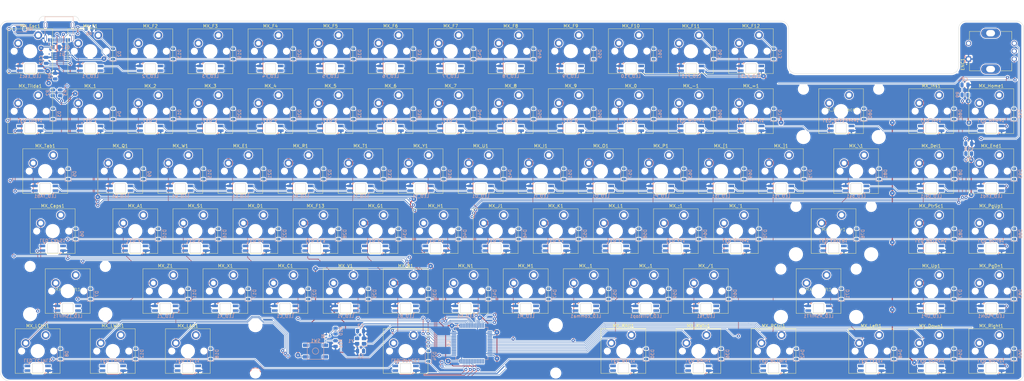
<source format=kicad_pcb>
(kicad_pcb (version 20241229) (generator "pcbnew") (generator_version "9.0")
  (layers (0 "F.Cu" signal) (2 "B.Cu" signal) (13 "F.Paste" user) (15 "B.Paste" user) (5 "F.SilkS" user "F.Silkscreen") (7 "B.SilkS" user "B.Silkscreen") (1 "F.Mask" user) (3 "B.Mask" user) (25 "Edge.Cuts" user))
  (net 0 "")
  (net 1 "GND")
  (net 2 "Net-(U3-PF0)")
  (net 3 "+5V")
  (net 4 "ROW0")
  (net 5 "Net-(U3-PF1)")
  (net 6 "Net-(D1-A)")
  (net 7 "ROW1")
  (net 8 "Net-(D2-A)")
  (net 9 "Net-(D3-A)")
  (net 10 "COL0")
  (net 11 "COL1")
  (net 12 "D+")
  (net 13 "D-")
  (net 14 "Net-(D4-A)")
  (net 15 "Net-(D5-A)")
  (net 16 "Net-(D6-A)")
  (net 17 "ROW3")
  (net 18 "ROW2")
  (net 19 "Net-(D7-A)")
  (net 20 "Net-(D8-A)")
  (net 21 "Net-(D9-A)")
  (net 22 "Net-(D10-A)")
  (net 23 "ROW5")
  (net 24 "Net-(D11-A)")
  (net 25 "Net-(D12-A)")
  (net 26 "Net-(D13-A)")
  (net 27 "Net-(D14-A)")
  (net 28 "Net-(D15-A)")
  (net 29 "Net-(D16-A)")
  (net 30 "Net-(D17-A)")
  (net 31 "Net-(D18-A)")
  (net 32 "Net-(D19-A)")
  (net 33 "Net-(D20-A)")
  (net 34 "Net-(D21-A)")
  (net 35 "Net-(D22-A)")
  (net 36 "Net-(D23-A)")
  (net 37 "Net-(D24-A)")
  (net 38 "Net-(D25-A)")
  (net 39 "Net-(D26-A)")
  (net 40 "Net-(D27-A)")
  (net 41 "Net-(D28-A)")
  (net 42 "Net-(D29-A)")
  (net 43 "Net-(D30-A)")
  (net 44 "Net-(D31-A)")
  (net 45 "Net-(D32-A)")
  (net 46 "Net-(D33-A)")
  (net 47 "Net-(D34-A)")
  (net 48 "Net-(D35-A)")
  (net 49 "Net-(D36-A)")
  (net 50 "Net-(D37-A)")
  (net 51 "Net-(D38-A)")
  (net 52 "Net-(D39-A)")
  (net 53 "Net-(D40-A)")
  (net 54 "Net-(D41-A)")
  (net 55 "Net-(D42-A)")
  (net 56 "Net-(D43-A)")
  (net 57 "Net-(D44-A)")
  (net 58 "Net-(D45-A)")
  (net 59 "Net-(D46-A)")
  (net 60 "Net-(D47-A)")
  (net 61 "Net-(D48-A)")
  (net 62 "Net-(D49-A)")
  (net 63 "Net-(D50-A)")
  (net 64 "Net-(D51-A)")
  (net 65 "Net-(D52-A)")
  (net 66 "Net-(D53-A)")
  (net 67 "Net-(D54-A)")
  (net 68 "Net-(D55-A)")
  (net 69 "Net-(D56-A)")
  (net 70 "Net-(D57-A)")
  (net 71 "Net-(D58-A)")
  (net 72 "Net-(D59-A)")
  (net 73 "Net-(D60-A)")
  (net 74 "Net-(D61-A)")
  (net 75 "Net-(D62-A)")
  (net 76 "Net-(D63-A)")
  (net 77 "Net-(D64-A)")
  (net 78 "Net-(D65-A)")
  (net 79 "Net-(D67-A)")
  (net 80 "Net-(D68-A)")
  (net 81 "A")
  (net 82 "Net-(D69-A)")
  (net 83 "Net-(D70-A)")
  (net 84 "Net-(D71-A)")
  (net 85 "Net-(D73-A)")
  (net 86 "Net-(D74-A)")
  (net 87 "B")
  (net 88 "Net-(D75-A)")
  (net 89 "S1")
  (net 90 "Net-(D76-A)")
  (net 91 "Net-(D77-A)")
  (net 92 "Net-(D80-A)")
  (net 93 "Net-(D81-A)")
  (net 94 "Net-(D82-A)")
  (net 95 "Net-(D83-A)")
  (net 96 "Net-(D86-A)")
  (net 97 "Net-(D87-A)")
  (net 98 "Net-(D88-A)")
  (net 99 "COL5")
  (net 100 "COL4")
  (net 101 "COL2")
  (net 102 "COL3")
  (net 103 "COL6")
  (net 104 "COL7")
  (net 105 "Net-(D92-A)")
  (net 106 "Net-(D93-A)")
  (net 108 "Net-(J3-CC2)")
  (net 110 "Net-(J3-DP1)")
  (net 111 "Net-(J3-CC1)")
  (net 112 "Net-(LED_0-DIN)")
  (net 113 "Net-(LED_BckSpace1-DOUT)")
  (net 114 "Net-(LED_bs1-DIN)")
  (net 115 "Net-(LED_comma1-DOUT)")
  (net 116 "RGB_PIN")
  (net 117 "Net-(LED_M1-DOUT)")
  (net 118 "Net-(LED_ENTER1-DOUT)")
  (net 119 "Net-(LED_equal1-DOUT)")
  (net 120 "+3V3")
  (net 121 "Net-(LED_fs1-DIN)")
  (net 122 "Net-(LED_0-DOUT)")
  (net 123 "Net-(LED_1-DOUT)")
  (net 124 "Net-(LED_1-DIN)")
  (net 125 "Net-(LED_2-DIN)")
  (net 126 "Net-(LED_3-DIN)")
  (net 127 "Net-(LED_4-DIN)")
  (net 128 "Net-(LED_5-DIN)")
  (net 129 "Net-(LED_6-DIN)")
  (net 130 "Net-(LED_7-DIN)")
  (net 131 "Net-(LED_8-DIN)")
  (net 132 "Net-(LED_RSHIFT1-DIN)")
  (net 133 "Net-(LED_L1-DIN)")
  (net 134 "Net-(LED_A1-DIN)")
  (net 135 "Net-(LED_A1-DOUT)")
  (net 136 "Net-(LED_B1-DIN)")
  (net 137 "Net-(LED_B1-DOUT)")
  (net 138 "Net-(LED_BckSpace1-DIN)")
  (net 139 "Net-(LED_C1-DIN)")
  (net 140 "Net-(LED_C1-DOUT)")
  (net 141 "Net-(LED_CAPS1-DOUT)")
  (net 142 "Net-(LED_D1-DIN)")
  (net 143 "Net-(LED_D1-DOUT)")
  (net 144 "Net-(LED_Del1-DIN)")
  (net 145 "Net-(LED_Del1-DOUT)")
  (net 146 "Net-(LED_DOWN1-DIN)")
  (net 147 "Net-(LED_DOWN1-DOUT)")
  (net 148 "Net-(LED_E1-DIN)")
  (net 149 "Net-(LED_E1-DOUT)")
  (net 150 "Net-(LED_End1-DOUT)")
  (net 151 "Net-(LED_ENTER1-DIN)")
  (net 152 "Net-(LED_Esc1-DOUT)")
  (net 153 "Net-(LED_F1-DOUT)")
  (net 154 "Net-(LED_F2-DOUT)")
  (net 155 "Net-(LED_F3-DOUT)")
  (net 156 "Net-(LED_F4-DOUT)")
  (net 157 "Net-(LED_F5-DOUT)")
  (net 158 "Net-(LED_F6-DOUT)")
  (net 159 "Net-(LED_F7-DOUT)")
  (net 160 "Net-(LED_F8-DOUT)")
  (net 161 "Net-(LED_F10-DIN)")
  (net 162 "Net-(LED_F10-DOUT)")
  (net 163 "Net-(LED_F11-DOUT)")
  (net 164 "Net-(LED_F12-DOUT)")
  (net 165 "Net-(LED_F13-DIN)")
  (net 166 "Net-(LED_G1-DIN)")
  (net 167 "Net-(LED_H1-DIN)")
  (net 168 "Net-(LED_Home1-DOUT)")
  (net 169 "Net-(LED_I1-DIN)")
  (net 170 "Net-(LED_I1-DOUT)")
  (net 171 "Net-(LED_J1-DIN)")
  (net 172 "Net-(LED_K1-DIN)")
  (net 173 "Net-(LED_LALT1-DOUT)")
  (net 174 "Net-(LED_LALT1-DIN)")
  (net 176 "Net-(LED_LCTRL1-DIN)")
  (net 177 "Net-(LED_LEFT1-DOUT)")
  (net 178 "Net-(LED_LSHIFT1-DOUT)")
  (net 179 "Net-(LED_M1-DIN)")
  (net 180 "Net-(LED_O1-DOUT)")
  (net 181 "Net-(LED_P1-DOUT)")
  (net 182 "Net-(LED_PGDN1-DOUT)")
  (net 183 "Net-(LED_PGDN1-DIN)")
  (net 184 "Net-(LED_PGUP1-DOUT)")
  (net 185 "Net-(LED_Q1-DOUT)")
  (net 186 "Net-(LED_Q1-DIN)")
  (net 187 "Net-(LED_R1-DOUT)")
  (net 188 "Net-(LED_RALT1-DIN)")
  (net 189 "Net-(LED_RALT1-DOUT)")
  (net 190 "Net-(LED_RCTRL1-DOUT)")
  (net 191 "Net-(LED_RSHIFT1-DOUT)")
  (net 192 "Net-(LED_T1-DOUT)")
  (net 193 "Net-(LED_TAB1-DIN)")
  (net 194 "Net-(LED_U1-DIN)")
  (net 195 "Net-(LED_X1-DIN)")
  (net 196 "Net-(LED_lb1-DOUT)")
  (net 197 "Net-(LED_quote1-DOUT)")
  (net 198 "Net-(Q1-B)")
  (net 199 "Net-(Q1-C)")
  (net 200 "Net-(U3-NRST)")
  (net 211 "COL11")
  (net 212 "COL8")
  (net 213 "COL9")
  (net 214 "COL10")
  (net 215 "COL12")
  (net 216 "COL13")
  (net 217 "COL14")
  (net 218 "COL15")
  (net 226 "ROW4")
  (footprint "PCM_Switch_Keyboard_Cherry_MX:SW_Cherry_MX_PCB_1.00u" (layer "F.Cu") (at 212.725 41.275)
    (property "Reference" "MX_F9")
    (property "Value" "MX-NoLED")
  )
  (footprint "PCM_Switch_Keyboard_Cherry_MX:SW_Cherry_MX_PCB_1.00u" (layer "F.Cu") (at 203.2 79.375)
    (property "Reference" "MX_I1")
    (property "Value" "MX-NoLED")
  )
  (footprint "PCM_Switch_Keyboard_Cherry_MX:SW_Cherry_MX_PCB_1.00u" (layer "F.Cu") (at 279.4 79.375)
    (property "Reference" "MX_]1")
    (property "Value" "MX-NoLED")
  )
  (footprint "PCM_Switch_Keyboard_Cherry_MX:SW_Cherry_MX_PCB_1.00u" (layer "F.Cu") (at 307.975 136.525)
    (property "Reference" "MX_Left1")
    (property "Value" "MX-NoLED")
  )
  (footprint "PCM_Switch_Keyboard_Cherry_MX:SW_Cherry_MX_PCB_1.00u" (layer "F.Cu") (at 127 79.375)
    (property "Reference" "MX_R1")
    (property "Value" "MX-NoLED")
  )
  (footprint "PCM_Switch_Keyboard_Cherry_MX:SW_Cherry_MX_PCB_1.00u" (layer "F.Cu") (at 117.475 41.30625)
    (property "Reference" "MX_F4")
    (property "Value" "MX-NoLED")
  )
  (footprint "PCM_Switch_Keyboard_Cherry_MX:SW_Cherry_MX_PCB_1.00u" (layer "F.Cu") (at 269.875 41.275)
    (property "Reference" "MX_F12")
    (property "Value" "MX-NoLED")
  )
  (footprint "PCM_Switch_Keyboard_Cherry_MX:SW_Cherry_MX_PCB_1.00u" (layer "F.Cu") (at 179.3875 117.475)
    (property "Reference" "MX_N1")
    (property "Value" "MX-NoLED")
  )
  (footprint "PCM_Switch_Keyboard_Cherry_MX:SW_Cherry_MX_PCB_1.00u" (layer "F.Cu") (at 146.05 79.375)
    (property "Reference" "MX_T1")
    (property "Value" "MX-NoLED")
  )
  (footprint "PCM_Switch_Keyboard_Cherry_MX:SW_Cherry_MX_PCB_1.00u" (layer "F.Cu") (at 327.025 79.375)
    (property "Reference" "MX_Del1")
    (property "Value" "MX-NoLED")
  )
  (footprint "PCM_Switch_Keyboard_Cherry_MX:SW_Cherry_MX_PCB_1.25u" (layer "F.Cu") (at 91.28125 136.525)
    (property "Reference" "MX_LAlt1")
    (property "Value" "MX-NoLED")
  )
  (footprint "PCM_Switch_Keyboard_Cherry_MX:SW_Cherry_MX_PCB_1.00u" (layer "F.Cu") (at 327.025 60.325)
    (property "Reference" "MX_Ins1")
    (property "Value" "MX-NoLED")
  )
  (footprint "PCM_Switch_Keyboard_Cherry_MX:SW_Cherry_MX_PCB_1.00u" (layer "F.Cu") (at 212.725 60.325)
    (property "Reference" "MX_9")
    (property "Value" "MX-NoLED")
  )
  (footprint "PCM_Switch_Keyboard_Cherry_MX:SW_Cherry_MX_PCB_1.00u" (layer "F.Cu") (at 165.1 79.375)
    (property "Reference" "MX_Y1")
    (property "Value" "MX-NoLED")
  )
  (footprint "PCM_Switch_Keyboard_Cherry_MX:SW_Cherry_MX_PCB_1.00u" (layer "F.Cu") (at 131.7625 98.425)
    (property "Reference" "MX_F13")
    (property "Value" "MX-NoLED")
  )
  (footprint "PCM_Switch_Keyboard_Cherry_MX:SW_Cherry_MX_PCB_1.00u" (layer "F.Cu") (at 155.575 41.275)
    (property "Reference" "MX_F6")
    (property "Value" "MX-NoLED")
  )
  (footprint "PCM_Switch_Keyboard_Cherry_MX:Cherry 2.75 with stablizer" (layer "F.Cu") (at 291.30625 117.475)
    (property "Reference" "MX_RShift1")
    (property "Value" "MX-NoLED")
  )
  (footprint "PCM_Switch_Keyboard_Cherry_MX:SW_Cherry_MX_PCB_1.00u" (layer "F.Cu") (at 98.425 60.325)
    (property "Reference" "MX_3")
    (property "Value" "MX-NoLED")
  )
  (footprint "PCM_Switch_Keyboard_Cherry_MX:SW_Cherry_MX_PCB_1.00u" (layer "F.Cu") (at 41.275 60.35625)
    (property "Reference" "MX_Tilda1")
    (property "Value" "MX-NoLED")
  )
  (footprint "PCM_Switch_Keyboard_Cherry_MX:SW_Cherry_MX_PCB_1.25u" (layer "F.Cu") (at 277.01875 136.525)
    (property "Reference" "MX_RCtrl1")
    (property "Value" "MX-NoLED")
  )
  (footprint "PCM_Switch_Keyboard_Cherry_MX:SW_Cherry_MX_PCB_1.00u" (layer "F.Cu") (at 88.9 79.375)
    (property "Reference" "MX_W1")
    (property "Value" "MX-NoLED")
  )
  (footprint "PCM_Switch_Keyboard_Cherry_MX:SW_Cherry_MX_PCB_1.25u" (layer "F.Cu") (at 43.65625 136.525)
    (property "Reference" "MX_LCtrl1")
    (property "Value" "MX-NoLED")
  )
  (footprint "PCM_Switch_Keyboard_Cherry_MX:SW_Cherry_MX_PCB_1.00u" (layer "F.Cu") (at 265.1125 98.425)
    (property "Reference" "MX_'1")
    (property "Value" "MX-NoLED")
  )
  (footprint "PCM_Switch_Keyboard_Cherry_MX:SW_Cherry_MX_PCB_1.00u" (layer "F.Cu") (at 188.9125 98.425)
    (property "Reference" "MX_J1")
    (property "Value" "MX-NoLED")
  )
  (footprint "PCM_Switch_Keyboard_Cherry_MX:Cherry 2.25 with stablizer" (layer "F.Cu") (at 53.18125 117.475)
    (property "Reference" "MX_LShift1")
    (property "Value" "MX-NoLED")
  )
  (footprint "PCM_Switch_Keyboard_Cherry_MX:SW_Cherry_MX_PCB_1.00u" (layer "F.Cu") (at 117.475 60.325)
    (property "Reference" "MX_4")
    (property "Value" "MX-NoLED")
  )
  (footprint "PCM_Switch_Keyboard_Cherry_MX:SW_Cherry_MX_PCB_1.00u" (layer "F.Cu") (at 260.35 79.375)
    (property "Reference" "MX_[1")
    (property "Value" "MX-NoLED")
  )
  (footprint "PCM_Switch_Keyboard_Cherry_MX:SW_Cherry_MX_PCB_1.00u" (layer "F.Cu") (at 236.5375 117.475)
    (property "Reference" "MX_.1")
    (property "Value" "MX-NoLED")
  )
  (footprint "PCM_Switch_Keyboard_Cherry_MX:SW_Cherry_MX_PCB_1.00u" (layer "F.Cu") (at 327.025 117.475)
    (property "Reference" "MX_Up1")
    (property "Value" "MX-NoLED")
  )
  (footprint "PCM_Switch_Keyboard_Cherry_MX:SW_Cherry_MX_PCB_1.00u" (layer "F.Cu") (at 79.375 60.35625)
    (property "Reference" "MX_2")
    (property "Value" "MX-NoLED")
  )
  (footprint "PCM_Switch_Keyboard_Cherry_MX:SW_Cherry_MX_PCB_1.00u" (layer "F.Cu") (at 41.275 41.30625)
    (property "Reference" "MX_Esc1")
    (property "Value" "MX-NoLED")
  )
  (footprint "PCM_Switch_Keyboard_Cherry_MX:SW_Cherry_MX_PCB_1.00u" (layer "F.Cu") (at 103.1875 117.475)
    (property "Reference" "MX_X1")
    (property "Value" "MX-NoLED")
  )
  (footprint "PCM_Switch_Keyboard_Cherry_MX:SW_Cherry_MX_PCB_1.00u" (layer "F.Cu") (at 84.1375 117.475)
    (property "Reference" "MX_Z1")
    (property "Value" "MX-NoLED")
  )
  (footprint "PCM_Switch_Keyboard_Cherry_MX:SW_Cherry_MX_PCB_1.00u" (layer "F.Cu") (at 174.625 60.325)
    (property "Reference" "MX_7")
    (property "Value" "MX-NoLED")
  )
  (footprint "PCM_Switch_Keyboard_Cherry_MX:SW_Cherry_MX_PCB_1.00u" (layer "F.Cu") (at 346.075 79.375)
    (property "Reference" "MX_End1")
    (property "Value" "MX-NoLED")
  )
  (footprint "PCM_Switch_Keyboard_Cherry_MX:SW_Cherry_MX_PCB_1.00u" (layer "F.Cu") (at 160.3375 117.475)
    (property "Reference" "MX_B1")
    (property "Value" "MX-NoLED")
  )
  (footprint "PCM_Switch_Keyboard_Cherry_MX:SW_Cherry_MX_PCB_1.00u" (layer "F.Cu") (at 112.7125 98.425)
    (property "Reference" "MX_D1")
    (property "Value" "MX-NoLED")
  )
  (footprint "PCM_Switch_Keyboard_Cherry_MX:SW_Cherry_MX_PCB_1.00u" (layer "F.Cu") (at 60.325 41.30625)
    (property "Reference" "MX_F1")
    (property "Value" "MX-NoLED")
  )
  (footprint "PCM_Switch_Keyboard_Cherry_MX:SW_Cherry_MX_PCB_1.00u" (layer "F.Cu") (at 141.2875 117.475)
    (property "Reference" "MX_V1")
    (property "Value" "MX-NoLED")
  )
  (footprint "PCM_Switch_Keyboard_Cherry_MX:SW_Cherry_MX_PCB_1.00u" (layer "F.Cu") (at 136.525 60.325)
    (property "Reference" "MX_5")
    (property "Value" "MX-NoLED")
  )
  (footprint "PCM_Switch_Keyboard_Cherry_MX:SW_Cherry_MX_PCB_1.00u" (layer "F.Cu") (at 327.025 98.425)
    (property "Reference" "MX_PtrSc1")
    (property "Value" "MX-NoLED")
  )
  (footprint "PCM_Switch_Keyboard_Cherry_MX:SW_Cherry_MX_PCB_1.00u" (layer "F.Cu") (at 60.325 60.35625)
    (property "Reference" "MX_1")
    (property "Value" "MX-NoLED")
  )
  (footprint "PCM_Switch_Keyboard_Cherry_MX:SW_Cherry_MX_PCB_1.00u" (layer "F.Cu") (at 346.075 117.475)
    (property "Reference" "MX_PgDn1")
    (property "Value" "MX-NoLED")
  )
  (footprint "PCM_Switch_Keyboard_Cherry_MX:SW_Cherry_MX_PCB_1.00u" (layer "F.Cu") (at 193.675 41.30625)
    (property "Reference" "MX_F8")
    (property "Value" "MX-NoLED")
  )
  (footprint "PCM_Switch_Keyboard_Cherry_MX:Cherry 2u with stablizer" (layer "F.Cu") (at 298.45 60.325)
    (property "Reference" "MX_BckSpace1")
    (property "Value" "MX-NoLED")
  )
  (footprint "PCM_Switch_Keyboard_Cherry_MX:Cherry 6u with upside down Stablizer" (layer "F.Cu") (at 160.3375 136.525)
    (property "Reference" "MX_Space1" (hide yes))
    (property "Value" "MX-NoLED" (hide yes))
  )
  (footprint "PCM_Switch_Keyboard_Cherry_MX:SW_Cherry_MX_PCB_1.00u" (layer "F.Cu") (at 169.8625 98.425)
    (property "Reference" "MX_H1")
    (property "Value" "MX-NoLED")
  )
  (footprint "PCM_Switch_Keyboard_Cherry_MX:SW_Cherry_MX_PCB_1.75u" (layer "F.Cu") (at 48.41875 98.425)
    (property "Reference" "MX_Caps1")
    (property "Value" "MX-NoLED")
  )
  (footprint "PCM_Switch_Keyboard_Cherry_MX:SW_Cherry_MX_PCB_1.00u" (layer "F.Cu") (at 155.575 60.325)
    (property "Reference" "MX_6")
    (property "Value" "MX-NoLED")
  )
  (footprint "PCM_Switch_Keyboard_Cherry_MX:SW_Cherry_MX_PCB_1.25u" (layer "F.Cu") (at 229.39375 136.525)
    (property "Reference" "MX_RAlt1")
    (property "Value" "MX-NoLED")
  )
  (footprint "PCM_Switch_Keyboard_Cherry_MX:SW_Cherry_MX_PCB_1.25u" (layer "F.Cu") (at 67.46875 136.525)
    (property "Reference" "MX_LWin1")
    (property "Value" "MX-NoLED")
  )
  (footprint "PCM_Switch_Keyboard_Cherry_MX:SW_Cherry_MX_PCB_1.00u" (layer "F.Cu") (at 122.2375 117.475)
    (property "Reference" "MX_C1")
    (property "Value" "MX-NoLED")
  )
  (footprint "PCM_Switch_Keyboard_Cherry_MX:SW_Cherry_MX_PCB_1.00u" (layer "F.Cu") (at 174.625 41.275)
    (property "Reference" "MX_F7")
    (property "Value" "MX-NoLED")
  )
  (footprint "PCM_Switch_Keyboard_Cherry_MX:SW_Cherry_MX_PCB_1.00u" (layer "F.Cu") (at 250.825 41.30625)
    (property "Reference" "MX_F11")
    (property "Value" "MX-NoLED")
  )
  (footprint "PCM_Switch_Keyboard_Cherry_MX:SW_Cherry_MX_PCB_1.00u" (layer "F.Cu") (at 198.4375 117.475)
    (property "Reference" "MX_M1")
    (property "Value" "MX-NoLED")
  )
  (footprint "PCM_Switch_Keyboard_Cherry_MX:SW_Cherry_MX_PCB_1.00u" (layer "F.Cu") (at 69.85 79.375)
    (property "Reference" "MX_Q1")
    (property "Value" "MX-NoLED")
  )
  (footprint "PCM_Switch_Keyboard_Cherry_MX:SW_Cherry_MX_PCB_1.00u" (layer "F.Cu") (at 250.825 60.325)
    (property "Reference" "MX_-1")
    (property "Value" "MX-NoLED")
  )
  (footprint "PCM_Switch_Keyboard_Cherry_MX:SW_Cherry_MX_PCB_1.00u" (layer "F.Cu") (at 107.95 79.375)
    (property "Reference" "MX_E1")
    (property "Value" "MX-NoLED")
  )
  (footprint "PCM_Switch_Keyboard_Cherry_MX:SW_Cherry_MX_PCB_1.00u" (layer "F.Cu") (at 74.6125 98.425)
    (property "Reference" "MX_A1")
    (property "Value" "MX-NoLED")
  )
  (footprint "PCM_Switch_Keyboard_Cherry_MX:SW_Cherry_MX_PCB_1.50u" (layer "F.Cu") (at 46.0375 79.375)
    (property "Reference" "MX_Tab1")
    (property "Value" "MX-NoLED")
  )
  (footprint "PCM_Switch_Keyboard_Cherry_MX:SW_Cherry_MX_PCB_1.00u" (layer "F.Cu") (at 222.25 79.375)
    (property "Reference" "MX_O1")
    (property "Value" "MX-NoLED")
  )
  (footprint "PCM_Switch_Keyboard_Cherry_MX:SW_Cherry_MX_PCB_1.00u" (layer "F.Cu") (at 346.075 136.525)
    (property "Reference" "MX_Right1")
    (property "Value" "MX-NoLED")
  )
  (footprint "PCM_Switch_Keyboard_Cherry_MX:SW_Cherry_MX_PCB_1.00u" (layer "F.Cu") (at 184.15 79.375)
    (property "Reference" "MX_U1")
    (property "Value" "MX-NoLED")
  )
  (footprint "PCM_Switch_Keyboard_Cherry_MX:SW_Cherry_MX_PCB_1.50u" (layer "F.Cu") (at 303.2125 79.375)
    (property "Reference" "MX_\\1")
    (property "Value" "MX-NoLED")
  )
  (footprint "PCM_Switch_Keyboard_Cherry_MX:SW_Cherry_MX_PCB_1.00u" (layer "F.Cu") (at 346.075 98.425)
    (property "Reference" "MX_PgUp1")
    (property "Value" "MX-NoLED")
  )
  (footprint "KiSwitch - Cherry Keyboard Switches:SW_Cherry_MX_PCB_1.00u" (layer "F.Cu") (at 98.425 41.30625)
    (property "Reference" "MX_F3")
    (property "Value" "MX-NoLED")
  )
  (footprint "PCM_Switch_Keyboard_Cherry_MX:SW_Cherry_MX_PCB_1.00u" (layer "F.Cu") (at 246.0625 98.425)
    (property "Reference" "MX_;1")
    (property "Value" "MX-NoLED")
  )
  (footprint "PCM_Switch_Keyboard_Cherry_MX:SW_Cherry_MX_PCB_1.00u" (layer "F.Cu") (at 241.3 79.375)
    (property "Reference" "MX_P1")
    (property "Value" "MX-NoLED")
  )
  (footprint "PCM_Switch_Keyboard_Cherry_MX:SW_Cherry_MX_PCB_1.00u" (layer "F.Cu") (at 327.025 136.525)
    (property "Reference" "MX_Down1")
    (property "Value" "MX-NoLED")
  )
  (footprint "PCM_Switch_Keyboard_Cherry_MX:SW_Cherry_MX_PCB_1.00u" (layer "F.Cu") (at 136.525 41.275)
    (property "Reference" "MX_F5")
    (property "Value" "MX-NoLED")
  )
  (footprint "PCM_Switch_Keyboard_Cherry_MX:Cherry 2.25 with stablizer" (layer "F.Cu") (at 296.06875 98.425)
    (property "Reference" "MX_Enter1")
    (property "Value" "MX-NoLED")
  )
  (footprint "PCM_Switch_Keyboard_Cherry_MX:SW_Cherry_MX_PCB_1.00u" (layer "F.Cu") (at 217.4875 117.475)
    (property "Reference" "MX_,1")
    (property "Value" "MX-NoLED")
  )
  (footprint "PCM_Switch_Keyboard_Cherry_MX:SW_Cherry_MX_PCB_1.00u" (layer "F.Cu") (at 150.8125 98.425)
    (property "Reference" "MX_G1")
    (property "Value" "MX-NoLED")
  )
  (footprint "encoder:XDCR_PEC11R-4215F-S0024" (layer "F.Cu") (at 345.871875 41.275 90)
    (property "Reference" "ENC1")
    (property "Value" "PEC11R-4015F-S0024")
  )
  (footprint "PCM_Switch_Keyboard_Cherry_MX:SW_Cherry_MX_PCB_1.00u" (layer "F.Cu") (at 79.375 41.30625)
    (property "Reference" "MX_F2")
    (property "Value" "MX-NoLED")
  )
  (footprint "PCM_Switch_Keyboard_Cherry_MX:SW_Cherry_MX_PCB_1.00u" (layer "F.Cu") (at 269.875 60.325)
    (property "Reference" "MX_=1")
    (property "Value" "MX-NoLED")
  )
  (footprint "PCM_Switch_Keyboard_Cherry_MX:SW_Cherry_MX_PCB_1.00u" (layer "F.Cu") (at 231.775 60.325)
    (property "Reference" "MX_0")
    (property "Value" "MX-NoLED")
  )
  (footprint "PCM_Switch_Keyboard_Cherry_MX:SW_Cherry_MX_PCB_1.00u" (layer "F.Cu") (at 93.6625 98.425)
    (property "Reference" "MX_S1")
    (property "Value" "MX-NoLED")
  )
  (footprint "PCM_Switch_Keyboard_Cherry_MX:SW_Cherry_MX_PCB_1.25u" (layer "F.Cu") (at 253.20625 136.525)
    (property "Reference" "MX_RWin1")
    (property "Value" "MX-NoLED")
  )
  (footprint "PCM_Switch_Keyboard_Cherry_MX:SW_Cherry_MX_PCB_1.00u" (layer "F.Cu") (at 193.675 60.325)
    (property "Reference" "MX_8")
    (property "Value" "MX-NoLED")
  )
  (footprint "PCM_Switch_Keyboard_Cherry_MX:SW_Cherry_MX_PCB_1.00u" (layer "F.Cu") (at 207.9625 98.425)
    (property "Reference" "MX_K1")
    (property "Value" "MX-NoLED")
  )
  (footprint "PCM_Switch_Keyboard_Cherry_MX:SW_Cherry_MX_PCB_1.00u" (layer "F.Cu") (at 227.0125 98.425)
    (property "Reference" "MX_L1")
    (property "Value" "MX-NoLED")
  )
  (footprint "PCM_Switch_Keyboard_Cherry_MX:SW_Cherry_MX_PCB_1.00u" (layer "F.Cu") (at 231.775 41.275)
    (property "Reference" "MX_F10")
    (property "Value" "MX-NoLED")
  )
  (footprint "PCM_Switch_Keyboard_Cherry_MX:SW_Cherry_MX_PCB_1.00u" (layer "F.Cu") (at 346.075 60.325)
    (property "Reference" "MX_Home1")
    (property "Value" "MX-NoLED")
  )
  (footprint "PCM_Switch_Keyboard_Cherry_MX:SW_Cherry_MX_PCB_1.00u" (layer "F.Cu") (at 255.5875 117.475)
    (property "Reference" "MX_/1")
    (property "Value" "MX-NoLED")
  )
  (footprint "keebio-Parts:SK6812-MINI-E-CUSTOM" (layer "B.Cu") (at 269.875 65.786)
    (property "Reference" "LED_equal1")
    (property "Value" "WS2812C-2020" (hide yes))
    (fp_line (start -1.7 -1.3) (end -1.7 1.3) (stroke (width 0.12)) (layer "Edge.Cuts"))
    (fp_line (start -1.5 1.5) (end 1.5 1.5) (stroke (width 0.12)) (layer "Edge.Cuts"))
    (fp_line (start 1.5 -1.5) (end -1.5 -1.5) (stroke (width 0.12)) (layer "Edge.Cuts"))
    (fp_line (start 1.7 1.3) (end 1.7 -1.3) (stroke (width 0.12)) (layer "Edge.Cuts"))
    (fp_arc (start -1.7 -1.3) (mid -1.641421 -1.441421) (end -1.5 -1.5) (stroke (width 0.12)) (layer "Edge.Cuts"))
    (fp_arc (start -1.5 1.5) (mid -1.641421 1.441421) (end -1.7 1.3) (stroke (width 0.12)) (layer "Edge.Cuts"))
    (fp_arc (start 1.5 -1.5) (mid 1.641421 -1.441421) (end 1.7 -1.3) (stroke (width 0.12)) (layer "Edge.Cuts"))
    (fp_arc (start 1.7 1.3) (mid 1.641421 1.441421) (end 1.5 1.5) (stroke (width 0.12)) (layer "Edge.Cuts"))
  )
  (footprint "keebio-Parts:SK6812-MINI-E-CUSTOM" (layer "B.Cu") (at 291.30625 122.936 180)
    (property "Reference" "LED_RSHIFT1")
    (property "Value" "WS2812C-2020" (hide yes))
    (fp_line (start 1.7 1.3) (end 1.7 -1.3) (stroke (width 0.12)) (layer "Edge.Cuts"))
    (fp_line (start 1.5 -1.5) (end -1.5 -1.5) (stroke (width 0.12)) (layer "Edge.Cuts"))
    (fp_line (start -1.5 1.5) (end 1.5 1.5) (stroke (width 0.12)) (layer "Edge.Cuts"))
    (fp_line (start -1.7 -1.3) (end -1.7 1.3) (stroke (width 0.12)) (layer "Edge.Cuts"))
    (fp_arc (start 1.7 1.3) (mid 1.641421 1.441421) (end 1.5 1.5) (stroke (width 0.12)) (layer "Edge.Cuts"))
    (fp_arc (start 1.5 -1.5) (mid 1.641421 -1.441421) (end 1.7 -1.3) (stroke (width 0.12)) (layer "Edge.Cuts"))
    (fp_arc (start -1.5 1.5) (mid -1.641421 1.441421) (end -1.7 1.3) (stroke (width 0.12)) (layer "Edge.Cuts"))
    (fp_arc (start -1.7 -1.3) (mid -1.641421 -1.441421) (end -1.5 -1.5) (stroke (width 0.12)) (layer "Edge.Cuts"))
  )
  (footprint "Diode_SMD:D_SOD-123" (layer "B.Cu") (at 186.6265 118.364 90)
    (property "Reference" "D41")
    (property "Value" "SOD-123")
  )
  (footprint "Resistor_SMD:R_0805_2012Metric" (layer "B.Cu") (at 49.2125 49.2125 -90)
    (property "Reference" "R5")
    (property "Value" "5.1k")
  )
  (footprint "keebio-Parts:SK6812-MINI-E-CUSTOM" (layer "B.Cu") (at 160.3375 122.936 180)
    (property "Reference" "LED_B1")
    (property "Value" "WS2812C-2020" (hide yes))
    (fp_line (start 1.7 1.3) (end 1.7 -1.3) (stroke (width 0.12)) (layer "Edge.Cuts"))
    (fp_line (start 1.5 -1.5) (end -1.5 -1.5) (stroke (width 0.12)) (layer "Edge.Cuts"))
    (fp_line (start -1.5 1.5) (end 1.5 1.5) (stroke (width 0.12)) (layer "Edge.Cuts"))
    (fp_line (start -1.7 -1.3) (end -1.7 1.3) (stroke (width 0.12)) (layer "Edge.Cuts"))
    (fp_arc (start 1.7 1.3) (mid 1.641421 1.441421) (end 1.5 1.5) (stroke (width 0.12)) (layer "Edge.Cuts"))
    (fp_arc (start 1.5 -1.5) (mid 1.641421 -1.441421) (end 1.7 -1.3) (stroke (width 0.12)) (layer "Edge.Cuts"))
    (fp_arc (start -1.5 1.5) (mid -1.641421 1.441421) (end -1.7 1.3) (stroke (width 0.12)) (layer "Edge.Cuts"))
    (fp_arc (start -1.7 -1.3) (mid -1.641421 -1.441421) (end -1.5 -1.5) (stroke (width 0.12)) (layer "Edge.Cuts"))
  )
  (footprint "keebio-Parts:SK6812-MINI-E-CUSTOM" (layer "B.Cu") (at 48.41875 103.886)
    (property "Reference" "LED_CAPS1")
    (property "Value" "WS2812C-2020" (hide yes))
    (fp_line (start -1.7 -1.3) (end -1.7 1.3) (stroke (width 0.12)) (layer "Edge.Cuts"))
    (fp_line (start -1.5 1.5) (end 1.5 1.5) (stroke (width 0.12)) (layer "Edge.Cuts"))
    (fp_line (start 1.5 -1.5) (end -1.5 -1.5) (stroke (width 0.12)) (layer "Edge.Cuts"))
    (fp_line (start 1.7 1.3) (end 1.7 -1.3) (stroke (width 0.12)) (layer "Edge.Cuts"))
    (fp_arc (start -1.7 -1.3) (mid -1.641421 -1.441421) (end -1.5 -1.5) (stroke (width 0.12)) (layer "Edge.Cuts"))
    (fp_arc (start -1.5 1.5) (mid -1.641421 1.441421) (end -1.7 1.3) (stroke (width 0.12)) (layer "Edge.Cuts"))
    (fp_arc (start 1.5 -1.5) (mid 1.641421 -1.441421) (end 1.7 -1.3) (stroke (width 0.12)) (layer "Edge.Cuts"))
    (fp_arc (start 1.7 1.3) (mid 1.641421 1.441421) (end 1.5 1.5) (stroke (width 0.12)) (layer "Edge.Cuts"))
  )
  (footprint "Diode_SMD:D_SOD-123" (layer "B.Cu") (at 53.34 80.264 90)
    (property "Reference" "D5")
    (property "Value" "SOD-123")
  )
  (footprint "Diode_SMD:D_SOD-123" (layer "B.Cu") (at 74.70775 137.414 90)
    (property "Reference" "D12")
    (property "Value" "SOD-123")
  )
  (footprint "keebio-Parts:SK6812-MINI-E-CUSTOM" (layer "B.Cu") (at 250.825 65.786)
    (property "Reference" "LED_minus1")
    (property "Value" "WS2812C-2020" (hide yes))
    (fp_line (start -1.7 -1.3) (end -1.7 1.3) (stroke (width 0.12)) (layer "Edge.Cuts"))
    (fp_line (start -1.5 1.5) (end 1.5 1.5) (stroke (width 0.12)) (layer "Edge.Cuts"))
    (fp_line (start 1.5 -1.5) (end -1.5 -1.5) (stroke (width 0.12)) (layer "Edge.Cuts"))
    (fp_line (start 1.7 1.3) (end 1.7 -1.3) (stroke (width 0.12)) (layer "Edge.Cuts"))
    (fp_arc (start -1.7 -1.3) (mid -1.641421 -1.441421) (end -1.5 -1.5) (stroke (width 0.12)) (layer "Edge.Cuts"))
    (fp_arc (start -1.5 1.5) (mid -1.641421 1.441421) (end -1.7 1.3) (stroke (width 0.12)) (layer "Edge.Cuts"))
    (fp_arc (start 1.5 -1.5) (mid 1.641421 -1.441421) (end 1.7 -1.3) (stroke (width 0.12)) (layer "Edge.Cuts"))
    (fp_arc (start 1.7 1.3) (mid 1.641421 1.441421) (end 1.5 1.5) (stroke (width 0.12)) (layer "Edge.Cuts"))
  )
  (footprint "Diode_SMD:D_SOD-123" (layer "B.Cu") (at 115.2525 80.264 90)
    (property "Reference" "D21")
    (property "Value" "SOD-123")
  )
  (footprint "keebio-Parts:SK6812-MINI-E-CUSTOM" (layer "B.Cu") (at 279.4 84.836 180)
    (property "Reference" "LED_rb1")
    (property "Value" "WS2812C-2020" (hide yes))
    (fp_line (start 1.7 1.3) (end 1.7 -1.3) (stroke (width 0.12)) (layer "Edge.Cuts"))
    (fp_line (start 1.5 -1.5) (end -1.5 -1.5) (stroke (width 0.12)) (layer "Edge.Cuts"))
    (fp_line (start -1.5 1.5) (end 1.5 1.5) (stroke (width 0.12)) (layer "Edge.Cuts"))
    (fp_line (start -1.7 -1.3) (end -1.7 1.3) (stroke (width 0.12)) (layer "Edge.Cuts"))
    (fp_arc (start 1.7 1.3) (mid 1.641421 1.441421) (end 1.5 1.5) (stroke (width 0.12)) (layer "Edge.Cuts"))
    (fp_arc (start 1.5 -1.5) (mid 1.641421 -1.441421) (end 1.7 -1.3) (stroke (width 0.12)) (layer "Edge.Cuts"))
    (fp_arc (start -1.5 1.5) (mid -1.641421 1.441421) (end -1.7 1.3) (stroke (width 0.12)) (layer "Edge.Cuts"))
    (fp_arc (start -1.7 -1.3) (mid -1.641421 -1.441421) (end -1.5 -1.5) (stroke (width 0.12)) (layer "Edge.Cuts"))
  )
  (footprint "Diode_SMD:D_SOD-123" (layer "B.Cu") (at 334.264 61.214 90)
    (property "Reference" "D86")
    (property "Value" "SOD-123")
  )
  (footprint "keebio-Parts:SK6812-MINI-E-CUSTOM" (layer "B.Cu") (at 346.075 65.786)
    (property "Reference" "LED_Home1")
    (property "Value" "WS2812C-2020" (hide yes))
    (fp_line (start -1.7 -1.3) (end -1.7 1.3) (stroke (width 0.12)) (layer "Edge.Cuts"))
    (fp_line (start -1.5 1.5) (end 1.5 1.5) (stroke (width 0.12)) (layer "Edge.Cuts"))
    (fp_line (start 1.5 -1.5) (end -1.5 -1.5) (stroke (width 0.12)) (layer "Edge.Cuts"))
    (fp_line (start 1.7 1.3) (end 1.7 -1.3) (stroke (width 0.12)) (layer "Edge.Cuts"))
    (fp_arc (start -1.7 -1.3) (mid -1.641421 -1.441421) (end -1.5 -1.5) (stroke (width 0.12)) (layer "Edge.Cuts"))
    (fp_arc (start -1.5 1.5) (mid -1.641421 1.441421) (end -1.7 1.3) (stroke (width 0.12)) (layer "Edge.Cuts"))
    (fp_arc (start 1.5 -1.5) (mid 1.641421 -1.441421) (end 1.7 -1.3) (stroke (width 0.12)) (layer "Edge.Cuts"))
    (fp_arc (start 1.7 1.3) (mid 1.641421 1.441421) (end 1.5 1.5) (stroke (width 0.12)) (layer "Edge.Cuts"))
  )
  (footprint "Diode_SMD:D_SOD-123" (layer "B.Cu") (at 353.314 137.414 90)
    (property "Reference" "D60")
    (property "Value" "SOD-123")
  )
  (footprint "Diode_SMD:D_SOD-123" (layer "B.Cu") (at 153.3525 80.264 90)
    (property "Reference" "D33")
    (property "Value" "SOD-123")
  )
  (footprint "keebio-Parts:SK6812-MINI-E-CUSTOM" (layer "B.Cu") (at 60.325 46.736 180)
    (property "Reference" "LED_F1")
    (property "Value" "WS2812C-2020" (hide yes))
    (fp_line (start 1.7 1.3) (end 1.7 -1.3) (stroke (width 0.12)) (layer "Edge.Cuts"))
    (fp_line (start 1.5 -1.5) (end -1.5 -1.5) (stroke (width 0.12)) (layer "Edge.Cuts"))
    (fp_line (start -1.5 1.5) (end 1.5 1.5) (stroke (width 0.12)) (layer "Edge.Cuts"))
    (fp_line (start -1.7 -1.3) (end -1.7 1.3) (stroke (width 0.12)) (layer "Edge.Cuts"))
    (fp_arc (start 1.7 1.3) (mid 1.641421 1.441421) (end 1.5 1.5) (stroke (width 0.12)) (layer "Edge.Cuts"))
    (fp_arc (start 1.5 -1.5) (mid 1.641421 -1.441421) (end 1.7 -1.3) (stroke (width 0.12)) (layer "Edge.Cuts"))
    (fp_arc (start -1.5 1.5) (mid -1.641421 1.441421) (end -1.7 1.3) (stroke (width 0.12)) (layer "Edge.Cuts"))
    (fp_arc (start -1.7 -1.3) (mid -1.641421 -1.441421) (end -1.5 -1.5) (stroke (width 0.12)) (layer "Edge.Cuts"))
  )
  (footprint "keebio-Parts:SK6812-MINI-E-CUSTOM" (layer "B.Cu") (at 198.4375 122.936 180)
    (property "Reference" "LED_M1")
    (property "Value" "WS2812C-2020" (hide yes))
    (fp_line (start 1.7 1.3) (end 1.7 -1.3) (stroke (width 0.12)) (layer "Edge.Cuts"))
    (fp_line (start 1.5 -1.5) (end -1.5 -1.5) (stroke (width 0.12)) (layer "Edge.Cuts"))
    (fp_line (start -1.5 1.5) (end 1.5 1.5) (stroke (width 0.12)) (layer "Edge.Cuts"))
    (fp_line (start -1.7 -1.3) (end -1.7 1.3) (stroke (width 0.12)) (layer "Edge.Cuts"))
    (fp_arc (start 1.7 1.3) (mid 1.641421 1.441421) (end 1.5 1.5) (stroke (width 0.12)) (layer "Edge.Cuts"))
    (fp_arc (start 1.5 -1.5) (mid 1.641421 -1.441421) (end 1.7 -1.3) (stroke (width 0.12)) (layer "Edge.Cuts"))
    (fp_arc (start -1.5 1.5) (mid -1.641421 1.441421) (end -1.7 1.3) (stroke (width 0.12)) (layer "Edge.Cuts"))
    (fp_arc (start -1.7 -1.3) (mid -1.641421 -1.441421) (end -1.5 -1.5) (stroke (width 0.12)) (layer "Edge.Cuts"))
  )
  (footprint "Diode_SMD:D_SOD-123" (layer "B.Cu") (at 239.014 61.214 90)
    (property "Reference" "D62")
    (property "Value" "SOD-123")
  )
  (footprint "keebio-Parts:SK6812-MINI-E-CUSTOM" (layer "B.Cu") (at 227.0125 103.886)
    (property "Reference" "LED_L1")
    (property "Value" "WS2812C-2020" (hide yes))
    (fp_line (start -1.7 -1.3) (end -1.7 1.3) (stroke (width 0.12)) (layer "Edge.Cuts"))
    (fp_line (start -1.5 1.5) (end 1.5 1.5) (stroke (width 0.12)) (layer "Edge.Cuts"))
    (fp_line (start 1.5 -1.5) (end -1.5 -1.5) (stroke (width 0.12)) (layer "Edge.Cuts"))
    (fp_line (start 1.7 1.3) (end 1.7 -1.3) (stroke (width 0.12)) (layer "Edge.Cuts"))
    (fp_arc (start -1.7 -1.3) (mid -1.641421 -1.441421) (end -1.5 -1.5) (stroke (width 0.12)) (layer "Edge.Cuts"))
    (fp_arc (start -1.5 1.5) (mid -1.641421 1.441421) (end -1.7 1.3) (stroke (width 0.12)) (layer "Edge.Cuts"))
    (fp_arc (start 1.5 -1.5) (mid 1.641421 -1.441421) (end 1.7 -1.3) (stroke (width 0.12)) (layer "Edge.Cuts"))
    (fp_arc (start 1.7 1.3) (mid 1.641421 1.441421) (end 1.5 1.5) (stroke (width 0.12)) (layer "Edge.Cuts"))
  )
  (footprint "keebio-Parts:SK6812-MINI-E-CUSTOM" (layer "B.Cu") (at 53.18125 122.936 180)
    (property "Reference" "LED_LSHIFT1")
    (property "Value" "WS2812C-2020" (hide yes))
    (fp_line (start 1.7 1.3) (end 1.7 -1.3) (stroke (width 0.12)) (layer "Edge.Cuts"))
    (fp_line (start 1.5 -1.5) (end -1.5 -1.5) (stroke (width 0.12)) (layer "Edge.Cuts"))
    (fp_line (start -1.5 1.5) (end 1.5 1.5) (stroke (width 0.12)) (layer "Edge.Cuts"))
    (fp_line (start -1.7 -1.3) (end -1.7 1.3) (stroke (width 0.12)) (layer "Edge.Cuts"))
    (fp_arc (start 1.7 1.3) (mid 1.641421 1.441421) (end 1.5 1.5) (stroke (width 0.12)) (layer "Edge.Cuts"))
    (fp_arc (start 1.5 -1.5) (mid 1.641421 -1.441421) (end 1.7 -1.3) (stroke (width 0.12)) (layer "Edge.Cuts"))
    (fp_arc (start -1.5 1.5) (mid -1.641421 1.441421) (end -1.7 1.3) (stroke (width 0.12)) (layer "Edge.Cuts"))
    (fp_arc (start -1.7 -1.3) (mid -1.641421 -1.441421) (end -1.5 -1.5) (stroke (width 0.12)) (layer "Edge.Cuts"))
  )
  (footprint "Diode_SMD:D_SOD-123" (layer "B.Cu") (at 96.2025 80.264 90)
    (property "Reference" "D15")
    (property "Value" "SOD-123")
  )
  (footprint "Crystal:Crystal_SMD_3225-4Pin_3.2x2.5mm" (layer "B.Cu") (at 146.05 133.35 180)
    (property "Reference" "Y1")
    (property "Value" "16MHz")
  )
  (footprint "Diode_SMD:D_SOD-123" (layer "B.Cu") (at 98.52025 137.414 90)
    (property "Reference" "D18")
    (property "Value" "SOD-123")
  )
  (footprint "Diode_SMD:D_SOD-123" (layer "B.Cu") (at 81.915 99.314 90)
    (property "Reference" "D10")
    (property "Value" "SOD-123")
  )
  (footprint "keebio-Parts:SK6812-MINI-E-CUSTOM" (layer "B.Cu") (at 327.025 65.786)
    (property "Reference" "LED_Ins1")
    (property "Value" "WS2812C-2020" (hide yes))
    (fp_line (start -1.7 -1.3) (end -1.7 1.3) (stroke (width 0.12)) (layer "Edge.Cuts"))
    (fp_line (start -1.5 1.5) (end 1.5 1.5) (stroke (width 0.12)) (layer "Edge.Cuts"))
    (fp_line (start 1.5 -1.5) (end -1.5 -1.5) (stroke (width 0.12)) (layer "Edge.Cuts"))
    (fp_line (start 1.7 1.3) (end 1.7 -1.3) (stroke (width 0.12)) (layer "Edge.Cuts"))
    (fp_arc (start -1.7 -1.3) (mid -1.641421 -1.441421) (end -1.5 -1.5) (stroke (width 0.12)) (layer "Edge.Cuts"))
    (fp_arc (start -1.5 1.5) (mid -1.641421 1.441421) (end -1.7 1.3) (stroke (width 0.12)) (layer "Edge.Cuts"))
    (fp_arc (start 1.5 -1.5) (mid 1.641421 -1.441421) (end 1.7 -1.3) (stroke (width 0.12)) (layer "Edge.Cuts"))
    (fp_arc (start 1.7 1.3) (mid 1.641421 1.441421) (end 1.5 1.5) (stroke (width 0.12)) (layer "Edge.Cuts"))
  )
  (footprint "keebio-Parts:SK6812-MINI-E-CUSTOM" (layer "B.Cu") (at 327.025 84.836 180)
    (property "Reference" "LED_Del1")
    (property "Value" "WS2812C-2020" (hide yes))
    (fp_line (start 1.7 1.3) (end 1.7 -1.3) (stroke (width 0.12)) (layer "Edge.Cuts"))
    (fp_line (start 1.5 -1.5) (end -1.5 -1.5) (stroke (width 0.12)) (layer "Edge.Cuts"))
    (fp_line (start -1.5 1.5) (end 1.5 1.5) (stroke (width 0.12)) (layer "Edge.Cuts"))
    (fp_line (start -1.7 -1.3) (end -1.7 1.3) (stroke (width 0.12)) (layer "Edge.Cuts"))
    (fp_arc (start 1.7 1.3) (mid 1.641421 1.441421) (end 1.5 1.5) (stroke (width 0.12)) (layer "Edge.Cuts"))
    (fp_arc (start 1.5 -1.5) (mid 1.641421 -1.441421) (end 1.7 -1.3) (stroke (width 0.12)) (layer "Edge.Cuts"))
    (fp_arc (start -1.5 1.5) (mid -1.641421 1.441421) (end -1.7 1.3) (stroke (width 0.12)) (layer "Edge.Cuts"))
    (fp_arc (start -1.7 -1.3) (mid -1.641421 -1.441421) (end -1.5 -1.5) (stroke (width 0.12)) (layer "Edge.Cuts"))
  )
  (footprint "keebio-Parts:SK6812-MINI-E-CUSTOM" (layer "B.Cu") (at 131.7625 103.886)
    (property "Reference" "LED_F13")
    (property "Value" "WS2812C-2020" (hide yes))
    (fp_line (start -1.7 -1.3) (end -1.7 1.3) (stroke (width 0.12)) (layer "Edge.Cuts"))
    (fp_line (start -1.5 1.5) (end 1.5 1.5) (stroke (width 0.12)) (layer "Edge.Cuts"))
    (fp_line (start 1.5 -1.5) (end -1.5 -1.5) (stroke (width 0.12)) (layer "Edge.Cuts"))
    (fp_line (start 1.7 1.3) (end 1.7 -1.3) (stroke (width 0.12)) (layer "Edge.Cuts"))
    (fp_arc (start -1.7 -1.3) (mid -1.641421 -1.441421) (end -1.5 -1.5) (stroke (width 0.12)) (layer "Edge.Cuts"))
    (fp_arc (start -1.5 1.5) (mid -1.641421 1.441421) (end -1.7 1.3) (stroke (width 0.12)) (layer "Edge.Cuts"))
    (fp_arc (start 1.5 -1.5) (mid 1.641421 -1.441421) (end 1.7 -1.3) (stroke (width 0.12)) (layer "Edge.Cuts"))
    (fp_arc (start 1.7 1.3) (mid 1.641421 1.441421) (end 1.5 1.5) (stroke (width 0.12)) (layer "Edge.Cuts"))
  )
  (footprint "keebio-Parts:SK6812-MINI-E-CUSTOM" (layer "B.Cu") (at 212.725 46.736 180)
    (property "Reference" "LED_F9")
    (property "Value" "WS2812C-2020" (hide yes))
    (fp_line (start 1.7 1.3) (end 1.7 -1.3) (stroke (width 0.12)) (layer "Edge.Cuts"))
    (fp_line (start 1.5 -1.5) (end -1.5 -1.5) (stroke (width 0.12)) (layer "Edge.Cuts"))
    (fp_line (start -1.5 1.5) (end 1.5 1.5) (stroke (width 0.12)) (layer "Edge.Cuts"))
    (fp_line (start -1.7 -1.3) (end -1.7 1.3) (stroke (width 0.12)) (layer "Edge.Cuts"))
    (fp_arc (start 1.7 1.3) (mid 1.641421 1.441421) (end 1.5 1.5) (stroke (width 0.12)) (layer "Edge.Cuts"))
    (fp_arc (start 1.5 -1.5) (mid 1.641421 -1.441421) (end 1.7 -1.3) (stroke (width 0.12)) (layer "Edge.Cuts"))
    (fp_arc (start -1.5 1.5) (mid -1.641421 1.441421) (end -1.7 1.3) (stroke (width 0.12)) (layer "Edge.Cuts"))
    (fp_arc (start -1.7 -1.3) (mid -1.641421 -1.441421) (end -1.5 -1.5) (stroke (width 0.12)) (layer "Edge.Cuts"))
  )
  (footprint "Diode_SMD:D_SOD-123" (layer "B.Cu") (at 105.664 61.214 90)
    (property "Reference" "D20")
    (property "Value" "SOD-123")
  )
  (footprint "keebio-Parts:SK6812-MINI-E-CUSTOM" (layer "B.Cu") (at 155.575 46.736 180)
    (property "Reference" "LED_F6")
    (property "Value" "WS2812C-2020" (hide yes))
    (fp_line (start 1.7 1.3) (end 1.7 -1.3) (stroke (width 0.12)) (layer "Edge.Cuts"))
    (fp_line (start 1.5 -1.5) (end -1.5 -1.5) (stroke (width 0.12)) (layer "Edge.Cuts"))
    (fp_line (start -1.5 1.5) (end 1.5 1.5) (stroke (width 0.12)) (layer "Edge.Cuts"))
    (fp_line (start -1.7 -1.3) (end -1.7 1.3) (stroke (width 0.12)) (layer "Edge.Cuts"))
    (fp_arc (start 1.7 1.3) (mid 1.641421 1.441421) (end 1.5 1.5) (stroke (width 0.12)) (layer "Edge.Cuts"))
    (fp_arc (start 1.5 -1.5) (mid 1.641421 -1.441421) (end 1.7 -1.3) (stroke (width 0.12)) (layer "Edge.Cuts"))
    (fp_arc (start -1.5 1.5) (mid -1.641421 1.441421) (end -1.7 1.3) (stroke (width 0.12)) (layer "Edge.Cuts"))
    (fp_arc (start -1.7 -1.3) (mid -1.641421 -1.441421) (end -1.5 -1.5) (stroke (width 0.12)) (layer "Edge.Cuts"))
  )
  (footprint "Diode_SMD:D_SOD-123" (layer "B.Cu") (at 120.015 99.314 90)
    (property "Reference" "D22")
    (property "Value" "SOD-123")
  )
  (footprint "Capacitor_SMD:C_0805_2012Metric" (layer "B.Cu") (at 146.05 130.175 180)
    (property "Reference" "C2")
    (property "Value" "22pF")
  )
  (footprint "keebio-Parts:SK6812-MINI-E-CUSTOM" (layer "B.Cu") (at 193.675 46.736 180)
    (property "Reference" "LED_F8")
    (property "Value" "WS2812C-2020" (hide yes))
    (fp_line (start 1.7 1.3) (end 1.7 -1.3) (stroke (width 0.12)) (layer "Edge.Cuts"))
    (fp_line (start 1.5 -1.5) (end -1.5 -1.5) (stroke (width 0.12)) (layer "Edge.Cuts"))
    (fp_line (start -1.5 1.5) (end 1.5 1.5) (stroke (width 0.12)) (layer "Edge.Cuts"))
    (fp_line (start -1.7 -1.3) (end -1.7 1.3) (stroke (width 0.12)) (layer "Edge.Cuts"))
    (fp_arc (start 1.7 1.3) (mid 1.641421 1.441421) (end 1.5 1.5) (stroke (width 0.12)) (layer "Edge.Cuts"))
    (fp_arc (start 1.5 -1.5) (mid 1.641421 -1.441421) (end 1.7 -1.3) (stroke (width 0.12)) (layer "Edge.Cuts"))
    (fp_arc (start -1.5 1.5) (mid -1.641421 1.441421) (end -1.7 1.3) (stroke (width 0.12)) (layer "Edge.Cuts"))
    (fp_arc (start -1.7 -1.3) (mid -1.641421 -1.441421) (end -1.5 -1.5) (stroke (width 0.12)) (layer "Edge.Cuts"))
  )
  (footprint "keebio-Parts:SK6812-MINI-E-CUSTOM" (layer "B.Cu") (at 327.025 122.936 180)
    (property "Reference" "LED_UP1")
    (property "Value" "WS2812C-2020" (hide yes))
    (fp_line (start 1.7 1.3) (end 1.7 -1.3) (stroke (width 0.12)) (layer "Edge.Cuts"))
    (fp_line (start 1.5 -1.5) (end -1.5 -1.5) (stroke (width 0.12)) (layer "Edge.Cuts"))
    (fp_line (start -1.5 1.5) (end 1.5 1.5) (stroke (width 0.12)) (layer "Edge.Cuts"))
    (fp_line (start -1.7 -1.3) (end -1.7 1.3) (stroke (width 0.12)) (layer "Edge.Cuts"))
    (fp_arc (start 1.7 1.3) (mid 1.641421 1.441421) (end 1.5 1.5) (stroke (width 0.12)) (layer "Edge.Cuts"))
    (fp_arc (start 1.5 -1.5) (mid 1.641421 -1.441421) (end 1.7 -1.3) (stroke (width 0.12)) (layer "Edge.Cuts"))
    (fp_arc (start -1.5 1.5) (mid -1.641421 1.441421) (end -1.7 1.3) (stroke (width 0.12)) (layer "Edge.Cuts"))
    (fp_arc (start -1.7 -1.3) (mid -1.641421 -1.441421) (end -1.5 -1.5) (stroke (width 0.12)) (layer "Edge.Cuts"))
  )
  (footprint "keebio-Parts:SK6812-MINI-E-CUSTOM" (layer "B.Cu") (at 203.2 84.836 180)
    (property "Reference" "LED_I1")
    (property "Value" "WS2812C-2020" (hide yes))
    (fp_line (start 1.7 1.3) (end 1.7 -1.3) (stroke (width 0.12)) (layer "Edge.Cuts"))
    (fp_line (start 1.5 -1.5) (end -1.5 -1.5) (stroke (width 0.12)) (layer "Edge.Cuts"))
    (fp_line (start -1.5 1.5) (end 1.5 1.5) (stroke (width 0.12)) (layer "Edge.Cuts"))
    (fp_line (start -1.7 -1.3) (end -1.7 1.3) (stroke (width 0.12)) (layer "Edge.Cuts"))
    (fp_arc (start 1.7 1.3) (mid 1.641421 1.441421) (end 1.5 1.5) (stroke (width 0.12)) (layer "Edge.Cuts"))
    (fp_arc (start 1.5 -1.5) (mid 1.641421 -1.441421) (end 1.7 -1.3) (stroke (width 0.12)) (layer "Edge.Cuts"))
    (fp_arc (start -1.5 1.5) (mid -1.641421 1.441421) (end -1.7 1.3) (stroke (width 0.12)) (layer "Edge.Cuts"))
    (fp_arc (start -1.7 -1.3) (mid -1.641421 -1.441421) (end -1.5 -1.5) (stroke (width 0.12)) (layer "Edge.Cuts"))
  )
  (footprint "usb_c:HRO_TYPE-C-31-M-12" (layer "B.Cu") (at 50.419 33)
    (property "Reference" "J3")
    (property "Value" "USB_C_Receptacle_USB2.0")
  )
  (footprint "Diode_SMD:D_SOD-123" (layer "B.Cu") (at 205.6765 118.364 90)
    (property "Reference" "D47")
    (property "Value" "SOD-123")
  )
  (footprint "Diode_SMD:D_SOD-123" (layer "B.Cu") (at 91.3765 118.364 90)
    (property "Reference" "D11")
    (property "Value" "SOD-123")
  )
  (footprint "keebio-Parts:SK6812-MINI-E-CUSTOM" (layer "B.Cu") (at 303.2125 84.836 180)
    (property "Reference" "LED_bs1")
    (property "Value" "WS2812C-2020" (hide yes))
    (fp_line (start 1.7 1.3) (end 1.7 -1.3) (stroke (width 0.12)) (layer "Edge.Cuts"))
    (fp_line (start 1.5 -1.5) (end -1.5 -1.5) (stroke (width 0.12)) (layer "Edge.Cuts"))
    (fp_line (start -1.5 1.5) (end 1.5 1.5) (stroke (width 0.12)) (layer "Edge.Cuts"))
    (fp_line (start -1.7 -1.3) (end -1.7 1.3) (stroke (width 0.12)) (layer "Edge.Cuts"))
    (fp_arc (start 1.7 1.3) (mid 1.641421 1.441421) (end 1.5 1.5) (stroke (width 0.12)) (layer "Edge.Cuts"))
    (fp_arc (start 1.5 -1.5) (mid 1.641421 -1.441421) (end 1.7 -1.3) (stroke (width 0.12)) (layer "Edge.Cuts"))
    (fp_arc (start -1.5 1.5) (mid -1.641421 1.441421) (end -1.7 1.3) (stroke (width 0.12)) (layer "Edge.Cuts"))
    (fp_arc (start -1.7 -1.3) (mid -1.641421 -1.441421) (end -1.5 -1.5) (stroke (width 0.12)) (layer "Edge.Cuts"))
  )
  (footprint "Diode_SMD:D_SOD-123" (layer "B.Cu") (at 239.014 42.164 90)
    (property "Reference" "D61")
    (property "Value" "SOD-123")
  )
  (footprint "Diode_SMD:D_SOD-123" (layer "B.Cu") (at 258.064 42.15 90)
    (property "Reference" "D67")
    (property "Value" "SOD-123")
  )
  (footprint "keebio-Parts:SK6812-MINI-E-CUSTOM" (layer "B.Cu") (at 165.1 84.836 180)
    (property "Reference" "LED_Y1")
    (property "Value" "WS2812C-2020" (hide yes))
    (fp_line (start 1.7 1.3) (end 1.7 -1.3) (stroke (width 0.12)) (layer "Edge.Cuts"))
    (fp_line (start 1.5 -1.5) (end -1.5 -1.5) (stroke (width 0.12)) (layer "Edge.Cuts"))
    (fp_line (start -1.5 1.5) (end 1.5 1.5) (stroke (width 0.12)) (layer "Edge.Cuts"))
    (fp_line (start -1.7 -1.3) (end -1.7 1.3) (stroke (width 0.12)) (layer "Edge.Cuts"))
    (fp_arc (start 1.7 1.3) (mid 1.641421 1.441421) (end 1.5 1.5) (stroke (width 0.12)) (layer "Edge.Cuts"))
    (fp_arc (start 1.5 -1.5) (mid 1.641421 -1.441421) (end 1.7 -1.3) (stroke (width 0.12)) (layer "Edge.Cuts"))
    (fp_arc (start -1.5 1.5) (mid -1.641421 1.441421) (end -1.7 1.3) (stroke (width 0.12)) (layer "Edge.Cuts"))
    (fp_arc (start -1.7 -1.3) (mid -1.641421 -1.441421) (end -1.5 -1.5) (stroke (width 0.12)) (layer "Edge.Cuts"))
  )
  (footprint "keebio-Parts:SK6812-MINI-E-CUSTOM" (layer "B.Cu") (at 136.525 65.786)
    (property "Reference" "LED_5")
    (property "Value" "WS2812C-2020" (hide yes))
    (fp_line (start -1.7 -1.3) (end -1.7 1.3) (stroke (width 0.12)) (layer "Edge.Cuts"))
    (fp_line (start -1.5 1.5) (end 1.5 1.5) (stroke (width 0.12)) (layer "Edge.Cuts"))
    (fp_line (start 1.5 -1.5) (end -1.5 -1.5) (stroke (width 0.12)) (layer "Edge.Cuts"))
    (fp_line (start 1.7 1.3) (end 1.7 -1.3) (stroke (width 0.12)) (layer "Edge.Cuts"))
    (fp_arc (start -1.7 -1.3) (mid -1.641421 -1.441421) (end -1.5 -1.5) (stroke (width 0.12)) (layer "Edge.Cuts"))
    (fp_arc (start -1.5 1.5) (mid -1.641421 1.441421) (end -1.7 1.3) (stroke (width 0.12)) (layer "Edge.Cuts"))
    (fp_arc (start 1.5 -1.5) (mid 1.641421 -1.441421) (end 1.7 -1.3) (stroke (width 0.12)) (layer "Edge.Cuts"))
    (fp_arc (start 1.7 1.3) (mid 1.641421 1.441421) (end 1.5 1.5) (stroke (width 0.12)) (layer "Edge.Cuts"))
  )
  (footprint "Diode_SMD:D_SOD-123" (layer "B.Cu") (at 158.115 99.314 90)
    (property "Reference" "D34")
    (property "Value" "SOD-123")
  )
  (footprint "keebio-Parts:SK6812-MINI-E-CUSTOM" (layer "B.Cu") (at 146.05 84.836 180)
    (property "Reference" "LED_T1")
    (property "Value" "WS2812C-2020" (hide yes))
    (fp_line (start 1.7 1.3) (end 1.7 -1.3) (stroke (width 0.12)) (layer "Edge.Cuts"))
    (fp_line (start 1.5 -1.5) (end -1.5 -1.5) (stroke (width 0.12)) (layer "Edge.Cuts"))
    (fp_line (start -1.5 1.5) (end 1.5 1.5) (stroke (width 0.12)) (layer "Edge.Cuts"))
    (fp_line (start -1.7 -1.3) (end -1.7 1.3) (stroke (width 0.12)) (layer "Edge.Cuts"))
    (fp_arc (start 1.7 1.3) (mid 1.641421 1.441421) (end 1.5 1.5) (stroke (width 0.12)) (layer "Edge.Cuts"))
    (fp_arc (start 1.5 -1.5) (mid 1.641421 -1.441421) (end 1.7 -1.3) (stroke (width 0.12)) (layer "Edge.Cuts"))
    (fp_arc (start -1.5 1.5) (mid -1.641421 1.441421) (end -1.7 1.3) (stroke (width 0.12)) (layer "Edge.Cuts"))
    (fp_arc (start -1.7 -1.3) (mid -1.641421 -1.441421) (end -1.5 -1.5) (stroke (width 0.12)) (layer "Edge.Cuts"))
  )
  (footprint "keebio-Parts:SK6812-MINI-E-CUSTOM" (layer "B.Cu") (at 207.9625 103.886)
    (property "Reference" "LED_K1")
    (property "Value" "WS2812C-2020" (hide yes))
    (fp_line (start -1.7 -1.3) (end -1.7 1.3) (stroke (width 0.12)) (layer "Edge.Cuts"))
    (fp_line (start -1.5 1.5) (end 1.5 1.5) (stroke (width 0.12)) (layer "Edge.Cuts"))
    (fp_line (start 1.5 -1.5) (end -1.5 -1.5) (stroke (width 0.12)) (layer "Edge.Cuts"))
    (fp_line (start 1.7 1.3) (end 1.7 -1.3) (stroke (width 0.12)) (layer "Edge.Cuts"))
    (fp_arc (start -1.7 -1.3) (mid -1.641421 -1.441421) (end -1.5 -1.5) (stroke (width 0.12)) (layer "Edge.Cuts"))
    (fp_arc (start -1.5 1.5) (mid -1.641421 1.441421) (end -1.7 1.3) (stroke (width 0.12)) (layer "Edge.Cuts"))
    (fp_arc (start 1.5 -1.5) (mid 1.641421 -1.441421) (end 1.7 -1.3) (stroke (width 0.12)) (layer "Edge.Cuts"))
    (fp_arc (start 1.7 1.3) (mid 1.641421 1.441421) (end 1.5 1.5) (stroke (width 0.12)) (layer "Edge.Cuts"))
  )
  (footprint "Diode_SMD:D_SOD-123" (layer "B.Cu") (at 298.54525 118.364 90)
    (property "Reference" "D71")
    (property "Value" "SOD-123")
  )
  (footprint "Diode_SMD:D_SOD-123" (layer "B.Cu") (at 124.714 61.214 90)
    (property "Reference" "D26")
    (property "Value" "SOD-123")
  )
  (footprint "Diode_SMD:D_SOD-123" (layer "B.Cu") (at 334.264 118.364 90)
    (property "Reference" "D77")
    (property "Value" "SOD-123")
  )
  (footprint "Resistor_SMD:R_0805_2012Metric" (layer "B.Cu") (at 50.8 54.5065 -90)
    (property "Reference" "R3")
    (property "Value" "22")
  )
  (footprint "keebio-Parts:SK6812-MINI-E-CUSTOM" (layer "B.Cu") (at 79.375 46.736 180)
    (property "Reference" "LED_F2")
    (property "Value" "WS2812C-2020" (hide yes))
    (fp_line (start 1.7 1.3) (end 1.7 -1.3) (stroke (width 0.12)) (layer "Edge.Cuts"))
    (fp_line (start 1.5 -1.5) (end -1.5 -1.5) (stroke (width 0.12)) (layer "Edge.Cuts"))
    (fp_line (start -1.5 1.5) (end 1.5 1.5) (stroke (width 0.12)) (layer "Edge.Cuts"))
    (fp_line (start -1.7 -1.3) (end -1.7 1.3) (stroke (width 0.12)) (layer "Edge.Cuts"))
    (fp_arc (start 1.7 1.3) (mid 1.641421 1.441421) (end 1.5 1.5) (stroke (width 0.12)) (layer "Edge.Cuts"))
    (fp_arc (start 1.5 -1.5) (mid 1.641421 -1.441421) (end 1.7 -1.3) (stroke (width 0.12)) (layer "Edge.Cuts"))
    (fp_arc (start -1.5 1.5) (mid -1.641421 1.441421) (end -1.7 1.3) (stroke (width 0.12)) (layer "Edge.Cuts"))
    (fp_arc (start -1.7 -1.3) (mid -1.641421 -1.441421) (end -1.5 -1.5) (stroke (width 0.12)) (layer "Edge.Cuts"))
  )
  (footprint "Diode_SMD:D_SOD-123" (layer "B.Cu") (at 60.42025 118.364 90)
    (property "Reference" "D7")
    (property "Value" "SOD-123")
  )
  (footprint "keebio-Parts:SK6812-MINI-E-CUSTOM" (layer "B.Cu") (at 217.4875 122.936 180)
    (property "Reference" "LED_comma1")
    (property "Value" "WS2812C-2020" (hide yes))
    (fp_line (start 1.7 1.3) (end 1.7 -1.3) (stroke (width 0.12)) (layer "Edge.Cuts"))
    (fp_line (start 1.5 -1.5) (end -1.5 -1.5) (stroke (width 0.12)) (layer "Edge.Cuts"))
    (fp_line (start -1.5 1.5) (end 1.5 1.5) (stroke (width 0.12)) (layer "Edge.Cuts"))
    (fp_line (start -1.7 -1.3) (end -1.7 1.3) (stroke (width 0.12)) (layer "Edge.Cuts"))
    (fp_arc (start 1.7 1.3) (mid 1.641421 1.441421) (end 1.5 1.5) (stroke (width 0.12)) (layer "Edge.Cuts"))
    (fp_arc (start 1.5 -1.5) (mid 1.641421 -1.441421) (end 1.7 -1.3) (stroke (width 0.12)) (layer "Edge.Cuts"))
    (fp_arc (start -1.5 1.5) (mid -1.641421 1.441421) (end -1.7 1.3) (stroke (width 0.12)) (layer "Edge.Cuts"))
    (fp_arc (start -1.7 -1.3) (mid -1.641421 -1.441421) (end -1.5 -1.5) (stroke (width 0.12)) (layer "Edge.Cuts"))
  )
  (footprint "keebio-Parts:SK6812-MINI-E-CUSTOM" (layer "B.Cu") (at 160.3375 141.986)
    (property "Reference" "LED_SPACE1")
    (property "Value" "WS2812C-2020" (hide yes))
    (fp_line (start -1.7 -1.3) (end -1.7 1.3) (stroke (width 0.12)) (layer "Edge.Cuts"))
    (fp_line (start -1.5 1.5) (end 1.5 1.5) (stroke (width 0.12)) (layer "Edge.Cuts"))
    (fp_line (start 1.5 -1.5) (end -1.5 -1.5) (stroke (width 0.12)) (layer "Edge.Cuts"))
    (fp_line (start 1.7 1.3) (end 1.7 -1.3) (stroke (width 0.12)) (layer "Edge.Cuts"))
    (fp_arc (start -1.7 -1.3) (mid -1.641421 -1.441421) (end -1.5 -1.5) (stroke (width 0.12)) (layer "Edge.Cuts"))
    (fp_arc (start -1.5 1.5) (mid -1.641421 1.441421) (end -1.7 1.3) (stroke (width 0.12)) (layer "Edge.Cuts"))
    (fp_arc (start 1.5 -1.5) (mid 1.641421 -1.441421) (end 1.7 -1.3) (stroke (width 0.12)) (layer "Edge.Cuts"))
    (fp_arc (start 1.7 1.3) (mid 1.641421 1.441421) (end 1.5 1.5) (stroke (width 0.12)) (layer "Edge.Cuts"))
  )
  (footprint "Diode_SMD:D_SOD-123" (layer "B.Cu") (at 148.5265 118.364 90)
    (property "Reference" "D29")
    (property "Value" "SOD-123")
  )
  (footprint "Diode_SMD:D_SOD-123" (layer "B.Cu") (at 305.689 61.214 90)
    (property "Reference" "D80")
    (property "Value" "SOD-123")
  )
  (footprint "keebio-Parts:SK6812-MINI-E-CUSTOM" (layer "B.Cu") (at 236.5375 122.936 180)
    (property "Reference" "LED_fullstop1")
    (property "Value" "WS2812C-2020" (hide yes))
    (fp_line (start 1.7 1.3) (end 1.7 -1.3) (stroke (width 0.12)) (layer "Edge.Cuts"))
    (fp_line (start 1.5 -1.5) (end -1.5 -1.5) (stroke (width 0.12)) (layer "Edge.Cuts"))
    (fp_line (start -1.5 1.5) (end 1.5 1.5) (stroke (width 0.12)) (layer "Edge.Cuts"))
    (fp_line (start -1.7 -1.3) (end -1.7 1.3) (stroke (width 0.12)) (layer "Edge.Cuts"))
    (fp_arc (start 1.7 1.3) (mid 1.641421 1.441421) (end 1.5 1.5) (stroke (width 0.12)) (layer "Edge.Cuts"))
    (fp_arc (start 1.5 -1.5) (mid 1.641421 -1.441421) (end 1.7 -1.3) (stroke (width 0.12)) (layer "Edge.Cuts"))
    (fp_arc (start -1.5 1.5) (mid -1.641421 1.441421) (end -1.7 1.3) (stroke (width 0.12)) (layer "Edge.Cuts"))
    (fp_arc (start -1.7 -1.3) (mid -1.641421 -1.441421) (end -1.5 -1.5) (stroke (width 0.12)) (layer "Edge.Cuts"))
  )
  (footprint "keebio-Parts:SK6812-MINI-E-CUSTOM" (layer "B.Cu") (at 327.025 103.886)
    (property "Reference" "LED_PRTSCN1")
    (property "Value" "WS2812C-2020" (hide yes))
    (fp_line (start -1.7 -1.3) (end -1.7 1.3) (stroke (width 0.12)) (layer "Edge.Cuts"))
    (fp_line (start -1.5 1.5) (end 1.5 1.5) (stroke (width 0.12)) (layer "Edge.Cuts"))
    (fp_line (start 1.5 -1.5) (end -1.5 -1.5) (stroke (width 0.12)) (layer "Edge.Cuts"))
    (fp_line (start 1.7 1.3) (end 1.7 -1.3) (stroke (width 0.12)) (layer "Edge.Cuts"))
    (fp_arc (start -1.7 -1.3) (mid -1.641421 -1.441421) (end -1.5 -1.5) (stroke (width 0.12)) (layer "Edge.Cuts"))
    (fp_arc (start -1.5 1.5) (mid -1.641421 1.441421) (end -1.7 1.3) (stroke (width 0.12)) (layer "Edge.Cuts"))
    (fp_arc (start 1.5 -1.5) (mid 1.641421 -1.441421) (end 1.7 -1.3) (stroke (width 0.12)) (layer "Edge.Cuts"))
    (fp_arc (start 1.7 1.3) (mid 1.641421 1.441421) (end 1.5 1.5) (stroke (width 0.12)) (layer "Edge.Cuts"))
  )
  (footprint "keebio-Parts:SK6812-MINI-E-CUSTOM" (layer "B.Cu") (at 174.625 65.786)
    (property "Reference" "LED_7")
    (property "Value" "WS2812C-2020" (hide yes))
    (fp_line (start -1.7 -1.3) (end -1.7 1.3) (stroke (width 0.12)) (layer "Edge.Cuts"))
    (fp_line (start -1.5 1.5) (end 1.5 1.5) (stroke (width 0.12)) (layer "Edge.Cuts"))
    (fp_line (start 1.5 -1.5) (end -1.5 -1.5) (stroke (width 0.12)) (layer "Edge.Cuts"))
    (fp_line (start 1.7 1.3) (end 1.7 -1.3) (stroke (width 0.12)) (layer "Edge.Cuts"))
    (fp_arc (start -1.7 -1.3) (mid -1.641421 -1.441421) (end -1.5 -1.5) (stroke (width 0.12)) (layer "Edge.Cuts"))
    (fp_arc (start -1.5 1.5) (mid -1.641421 1.441421) (end -1.7 1.3) (stroke (width 0.12)) (layer "Edge.Cuts"))
    (fp_arc (start 1.5 -1.5) (mid 1.641421 -1.441421) (end 1.7 -1.3) (stroke (width 0.12)) (layer "Edge.Cuts"))
    (fp_arc (start 1.7 1.3) (mid 1.641421 1.441421) (end 1.5 1.5) (stroke (width 0.12)) (layer "Edge.Cuts"))
  )
  (footprint "Diode_SMD:D_SOD-123" (layer "B.Cu") (at 303.37125 99.314 90)
    (property "Reference" "D76")
    (property "Value" "SOD-123")
  )
  (footprint "keebio-Parts:SK6812-MINI-E-CUSTOM" (layer "B.Cu") (at 155.575 65.786)
    (property "Reference" "LED_6")
    (property "Value" "WS2812C-2020" (hide yes))
    (fp_line (start -1.7 -1.3) (end -1.7 1.3) (stroke (width 0.12)) (layer "Edge.Cuts"))
    (fp_line (start -1.5 1.5) (end 1.5 1.5) (stroke (width 0.12)) (layer "Edge.Cuts"))
    (fp_line (start 1.5 -1.5) (end -1.5 -1.5) (stroke (width 0.12)) (layer "Edge.Cuts"))
    (fp_line (start 1.7 1.3) (end 1.7 -1.3) (stroke (width 0.12)) (layer "Edge.Cuts"))
    (fp_arc (start -1.7 -1.3) (mid -1.641421 -1.441421) (end -1.5 -1.5) (stroke (width 0.12)) (layer "Edge.Cuts"))
    (fp_arc (start -1.5 1.5) (mid -1.641421 1.441421) (end -1.7 1.3) (stroke (width 0.12)) (layer "Edge.Cuts"))
    (fp_arc (start 1.5 -1.5) (mid 1.641421 -1.441421) (end 1.7 -1.3) (stroke (width 0.12)) (layer "Edge.Cuts"))
    (fp_arc (start 1.7 1.3) (mid 1.641421 1.441421) (end 1.5 1.5) (stroke (width 0.12)) (layer "Edge.Cuts"))
  )
  (footprint "keebio-Parts:SK6812-MINI-E-CUSTOM" (layer "B.Cu") (at 41.275 65.786)
    (property "Reference" "LED_Tilda1")
    (property "Value" "WS2812C-2020" (hide yes))
    (fp_line (start -1.7 -1.3) (end -1.7 1.3) (stroke (width 0.12)) (layer "Edge.Cuts"))
    (fp_line (start -1.5 1.5) (end 1.5 1.5) (stroke (width 0.12)) (layer "Edge.Cuts"))
    (fp_line (start 1.5 -1.5) (end -1.5 -1.5) (stroke (width 0.12)) (layer "Edge.Cuts"))
    (fp_line (start 1.7 1.3) (end 1.7 -1.3) (stroke (width 0.12)) (layer "Edge.Cuts"))
    (fp_arc (start -1.7 -1.3) (mid -1.641421 -1.441421) (end -1.5 -1.5) (stroke (width 0.12)) (layer "Edge.Cuts"))
    (fp_arc (start -1.5 1.5) (mid -1.641421 1.441421) (end -1.7 1.3) (stroke (width 0.12)) (layer "Edge.Cuts"))
    (fp_arc (start 1.5 -1.5) (mid 1.641421 -1.441421) (end 1.7 -1.3) (stroke (width 0.12)) (layer "Edge.Cuts"))
    (fp_arc (start 1.7 1.3) (mid 1.641421 1.441421) (end 1.5 1.5) (stroke (width 0.12)) (layer "Edge.Cuts"))
  )
  (footprint "keebio-Parts:SK6812-MINI-E-CUSTOM" (layer "B.Cu") (at 150.69125 103.886)
    (property "Reference" "LED_G1")
    (property "Value" "WS2812C-2020" (hide yes))
    (fp_line (start -1.7 -1.3) (end -1.7 1.3) (stroke (width 0.12)) (layer "Edge.Cuts"))
    (fp_line (start -1.5 1.5) (end 1.5 1.5) (stroke (width 0.12)) (layer "Edge.Cuts"))
    (fp_line (start 1.5 -1.5) (end -1.5 -1.5) (stroke (width 0.12)) (layer "Edge.Cuts"))
    (fp_line (start 1.7 1.3) (end 1.7 -1.3) (stroke (width 0.12)) (layer "Edge.Cuts"))
    (fp_arc (start -1.7 -1.3) (mid -1.641421 -1.441421) (end -1.5 -1.5) (stroke (width 0.12)) (layer "Edge.Cuts"))
    (fp_arc (start -1.5 1.5) (mid -1.641421 1.441421) (end -1.7 1.3) (stroke (width 0.12)) (layer "Edge.Cuts"))
    (fp_arc (start 1.5 -1.5) (mid 1.641421 -1.441421) (end 1.7 -1.3) (stroke (width 0.12)) (layer "Edge.Cuts"))
    (fp_arc (start 1.7 1.3) (mid 1.641421 1.441421) (end 1.5 1.5) (stroke (width 0.12)) (layer "Edge.Cuts"))
  )
  (footprint "Diode_SMD:D_SOD-123" (layer "B.Cu") (at 162.814 61.214 90)
    (property "Reference" "D38")
    (property "Value" "SOD-123")
  )
  (footprint "keebio-Parts:SK6812-MINI-E-CUSTOM" (layer "B.Cu") (at 136.525 46.736 180)
    (property "Reference" "LED_F5")
    (property "Value" "WS2812C-2020" (hide yes))
    (fp_line (start 1.7 1.3) (end 1.7 -1.3) (stroke (width 0.12)) (layer "Edge.Cuts"))
    (fp_line (start 1.5 -1.5) (end -1.5 -1.5) (stroke (width 0.12)) (layer "Edge.Cuts"))
    (fp_line (start -1.5 1.5) (end 1.5 1.5) (stroke (width 0.12)) (layer "Edge.Cuts"))
    (fp_line (start -1.7 -1.3) (end -1.7 1.3) (stroke (width 0.12)) (layer "Edge.Cuts"))
    (fp_arc (start 1.7 1.3) (mid 1.641421 1.441421) (end 1.5 1.5) (stroke (width 0.12)) (layer "Edge.Cuts"))
    (fp_arc (start 1.5 -1.5) (mid 1.641421 -1.441421) (end 1.7 -1.3) (stroke (width 0.12)) (layer "Edge.Cuts"))
    (fp_arc (start -1.5 1.5) (mid -1.641421 1.441421) (end -1.7 1.3) (stroke (width 0.12)) (layer "Edge.Cuts"))
    (fp_arc (start -1.7 -1.3) (mid -1.641421 -1.441421) (end -1.5 -1.5) (stroke (width 0.12)) (layer "Edge.Cuts"))
  )
  (footprint "Diode_SMD:D_SOD-123" (layer "B.Cu") (at 210.5025 80.264 90)
    (property "Reference" "D51")
    (property "Value" "SOD-123")
  )
  (footprint "keebio-Parts:SK6812-MINI-E-CUSTOM" (layer "B.Cu") (at 346.075 141.986)
    (property "Reference" "LED_RIGHT1")
    (property "Value" "WS2812C-2020" (hide yes))
    (fp_line (start -1.7 -1.3) (end -1.7 1.3) (stroke (width 0.12)) (layer "Edge.Cuts"))
    (fp_line (start -1.5 1.5) (end 1.5 1.5) (stroke (width 0.12)) (layer "Edge.Cuts"))
    (fp_line (start 1.5 -1.5) (end -1.5 -1.5) (stroke (width 0.12)) (layer "Edge.Cuts"))
    (fp_line (start 1.7 1.3) (end 1.7 -1.3) (stroke (width 0.12)) (layer "Edge.Cuts"))
    (fp_arc (start -1.7 -1.3) (mid -1.641421 -1.441421) (end -1.5 -1.5) (stroke (width 0.12)) (layer "Edge.Cuts"))
    (fp_arc (start -1.5 1.5) (mid -1.641421 1.441421) (end -1.7 1.3) (stroke (width 0.12)) (layer "Edge.Cuts"))
    (fp_arc (start 1.5 -1.5) (mid 1.641421 -1.441421) (end 1.7 -1.3) (stroke (width 0.12)) (layer "Edge.Cuts"))
    (fp_arc (start 1.7 1.3) (mid 1.641421 1.441421) (end 1.5 1.5) (stroke (width 0.12)) (layer "Edge.Cuts"))
  )
  (footprint "Diode_SMD:D_SOD-123" (layer "B.Cu") (at 167.5765 138.1125 90)
    (property "Reference" "D24")
    (property "Value" "SOD-123")
  )
  (footprint "Diode_SMD:D_SOD-123" (layer "B.Cu") (at 219.964 42.164 90)
    (property "Reference" "D55")
    (property "Value" "SOD-123")
  )
  (footprint "Diode_SMD:D_SOD-123" (layer "B.Cu") (at 248.6025 80.264 90)
    (property "Reference" "D63")
    (property "Value" "SOD-123")
  )
  (footprint "keebio-Parts:SK6812-MINI-E-CUSTOM" (layer "B.Cu") (at 231.775 46.736 180)
    (property "Reference" "LED_F10")
    (property "Value" "WS2812C-2020" (hide yes))
    (fp_line (start 1.7 1.3) (end 1.7 -1.3) (stroke (width 0.12)) (layer "Edge.Cuts"))
    (fp_line (start 1.5 -1.5) (end -1.5 -1.5) (stroke (width 0.12)) (layer "Edge.Cuts"))
    (fp_line (start -1.5 1.5) (end 1.5 1.5) (stroke (width 0.12)) (layer "Edge.Cuts"))
    (fp_line (start -1.7 -1.3) (end -1.7 1.3) (stroke (width 0.12)) (layer "Edge.Cuts"))
    (fp_arc (start 1.7 1.3) (mid 1.641421 1.441421) (end 1.5 1.5) (stroke (width 0.12)) (layer "Edge.Cuts"))
    (fp_arc (start 1.5 -1.5) (mid 1.641421 -1.441421) (end 1.7 -1.3) (stroke (width 0.12)) (layer "Edge.Cuts"))
    (fp_arc (start -1.5 1.5) (mid -1.641421 1.441421) (end -1.7 1.3) (stroke (width 0.12)) (layer "Edge.Cuts"))
    (fp_arc (start -1.7 -1.3) (mid -1.641421 -1.441421) (end -1.5 -1.5) (stroke (width 0.12)) (layer "Edge.Cuts"))
  )
  (footprint "keebio-Parts:SK6812-MINI-E-CUSTOM" (layer "B.Cu") (at 84.1375 122.936 180)
    (property "Reference" "LED_Z1")
    (property "Value" "WS2812C-2020" (hide yes))
    (fp_line (start 1.7 1.3) (end 1.7 -1.3) (stroke (width 0.12)) (layer "Edge.Cuts"))
    (fp_line (start 1.5 -1.5) (end -1.5 -1.5) (stroke (width 0.12)) (layer "Edge.Cuts"))
    (fp_line (start -1.5 1.5) (end 1.5 1.5) (stroke (width 0.12)) (layer "Edge.Cuts"))
    (fp_line (start -1.7 -1.3) (end -1.7 1.3) (stroke (width 0.12)) (layer "Edge.Cuts"))
    (fp_arc (start 1.7 1.3) (mid 1.641421 1.441421) (end 1.5 1.5) (stroke (width 0.12)) (layer "Edge.Cuts"))
    (fp_arc (start 1.5 -1.5) (mid 1.641421 -1.441421) (end 1.7 -1.3) (stroke (width 0.12)) (layer "Edge.Cuts"))
    (fp_arc (start -1.5 1.5) (mid -1.641421 1.441421) (end -1.7 1.3) (stroke (width 0.12)) (layer "Edge.Cuts"))
    (fp_arc (start -1.7 -1.3) (mid -1.641421 -1.441421) (end -1.5 -1.5) (stroke (width 0.12)) (layer "Edge.Cuts"))
  )
  (footprint "keebio-Parts:SK6812-MINI-E-CUSTOM" (layer "B.Cu") (at 241.3 84.836 180)
    (property "Reference" "LED_P1")
    (property "Value" "WS2812C-2020" (hide yes))
    (fp_line (start 1.7 1.3) (end 1.7 -1.3) (stroke (width 0.12)) (layer "Edge.Cuts"))
    (fp_line (start 1.5 -1.5) (end -1.5 -1.5) (stroke (width 0.12)) (layer "Edge.Cuts"))
    (fp_line (start -1.5 1.5) (end 1.5 1.5) (stroke (width 0.12)) (layer "Edge.Cuts"))
    (fp_line (start -1.7 -1.3) (end -1.7 1.3) (stroke (width 0.12)) (layer "Edge.Cuts"))
    (fp_arc (start 1.7 1.3) (mid 1.641421 1.441421) (end 1.5 1.5) (stroke (width 0.12)) (layer "Edge.Cuts"))
    (fp_arc (start 1.5 -1.5) (mid 1.641421 -1.441421) (end 1.7 -1.3) (stroke (width 0.12)) (layer "Edge.Cuts"))
    (fp_arc (start -1.5 1.5) (mid -1.641421 1.441421) (end -1.7 1.3) (stroke (width 0.12)) (layer "Edge.Cuts"))
    (fp_arc (start -1.7 -1.3) (mid -1.641421 -1.441421) (end -1.5 -1.5) (stroke (width 0.12)) (layer "Edge.Cuts"))
  )
  (footprint "Diode_SMD:D_SOD-123" (layer "B.Cu") (at 129.4765 118.364 90)
    (property "Reference" "D23")
    (property "Value" "SOD-123")
  )
  (footprint "keebio-Parts:SK6812-MINI-E-CUSTOM" (layer "B.Cu") (at 307.975 141.986)
    (property "Reference" "LED_LEFT1")
    (property "Value" "WS2812C-2020" (hide yes))
    (fp_line (start -1.7 -1.3) (end -1.7 1.3) (stroke (width 0.12)) (layer "Edge.Cuts"))
    (fp_line (start -1.5 1.5) (end 1.5 1.5) (stroke (width 0.12)) (layer "Edge.Cuts"))
    (fp_line (start 1.5 -1.5) (end -1.5 -1.5) (stroke (width 0.12)) (layer "Edge.Cuts"))
    (fp_line (start 1.7 1.3) (end 1.7 -1.3) (stroke (width 0.12)) (layer "Edge.Cuts"))
    (fp_arc (start -1.7 -1.3) (mid -1.641421 -1.441421) (end -1.5 -1.5) (stroke (width 0.12)) (layer "Edge.Cuts"))
    (fp_arc (start -1.5 1.5) (mid -1.641421 1.441421) (end -1.7 1.3) (stroke (width 0.12)) (layer "Edge.Cuts"))
    (fp_arc (start 1.5 -1.5) (mid 1.641421 -1.441421) (end 1.7 -1.3) (stroke (width 0.12)) (layer "Edge.Cuts"))
    (fp_arc (start 1.7 1.3) (mid 1.641421 1.441421) (end 1.5 1.5) (stroke (width 0.12)) (layer "Edge.Cuts"))
  )
  (footprint "keebio-Parts:SK6812-MINI-E-CUSTOM" (layer "B.Cu") (at 212.725 65.786)
    (property "Reference" "LED_9")
    (property "Value" "WS2812C-2020" (hide yes))
    (fp_line (start -1.7 -1.3) (end -1.7 1.3) (stroke (width 0.12)) (layer "Edge.Cuts"))
    (fp_line (start -1.5 1.5) (end 1.5 1.5) (stroke (width 0.12)) (layer "Edge.Cuts"))
    (fp_line (start 1.5 -1.5) (end -1.5 -1.5) (stroke (width 0.12)) (layer "Edge.Cuts"))
    (fp_line (start 1.7 1.3) (end 1.7 -1.3) (stroke (width 0.12)) (layer "Edge.Cuts"))
    (fp_arc (start -1.7 -1.3) (mid -1.641421 -1.441421) (end -1.5 -1.5) (stroke (width 0.12)) (layer "Edge.Cuts"))
    (fp_arc (start -1.5 1.5) (mid -1.641421 1.441421) (end -1.7 1.3) (stroke (width 0.12)) (layer "Edge.Cuts"))
    (fp_arc (start 1.5 -1.5) (mid 1.641421 -1.441421) (end 1.7 -1.3) (stroke (width 0.12)) (layer "Edge.Cuts"))
    (fp_arc (start 1.7 1.3) (mid 1.641421 1.441421) (end 1.5 1.5) (stroke (width 0.12)) (layer "Edge.Cuts"))
  )
  (footprint "Diode_SMD:D_SOD-123" (layer "B.Cu") (at 86.614 42.164 90)
    (property "Reference" "D13")
    (property "Value" "SOD-123")
  )
  (footprint "Diode_SMD:D_SOD-123" (layer "B.Cu") (at 172.4025 80.264 90)
    (property "Reference" "D39")
    (property "Value" "SOD-123")
  )
  (footprint "Resistor_SMD:R_0805_2012Metric" (layer "B.Cu") (at 59.928125 34.13125)
    (property "Reference" "R6")
    (property "Value" "5.1k")
  )
  (footprint "keebio-Parts:SK6812-MINI-E-CUSTOM" (layer "B.Cu") (at 231.775 65.786)
    (property "Reference" "LED_0")
    (property "Value" "WS2812C-2020" (hide yes))
    (fp_line (start -1.7 -1.3) (end -1.7 1.3) (stroke (width 0.12)) (layer "Edge.Cuts"))
    (fp_line (start -1.5 1.5) (end 1.5 1.5) (stroke (width 0.12)) (layer "Edge.Cuts"))
    (fp_line (start 1.5 -1.5) (end -1.5 -1.5) (stroke (width 0.12)) (layer "Edge.Cuts"))
    (fp_line (start 1.7 1.3) (end 1.7 -1.3) (stroke (width 0.12)) (layer "Edge.Cuts"))
    (fp_arc (start -1.7 -1.3) (mid -1.641421 -1.441421) (end -1.5 -1.5) (stroke (width 0.12)) (layer "Edge.Cuts"))
    (fp_arc (start -1.5 1.5) (mid -1.641421 1.441421) (end -1.7 1.3) (stroke (width 0.12)) (layer "Edge.Cuts"))
    (fp_arc (start 1.5 -1.5) (mid 1.641421 -1.441421) (end 1.7 -1.3) (stroke (width 0.12)) (layer "Edge.Cuts"))
    (fp_arc (start 1.7 1.3) (mid 1.641421 1.441421) (end 1.5 1.5) (stroke (width 0.12)) (layer "Edge.Cuts"))
  )
  (footprint "Resistor_SMD:R_0805_2012Metric" (layer "B.Cu") (at 138.1125 134.14375 90)
    (property "Reference" "R11")
    (property "Value" "10k")
  )
  (footprint "keebio-Parts:SK6812-MINI-E-CUSTOM" (layer "B.Cu") (at 250.94625 46.736 180)
    (property "Reference" "LED_F11")
    (property "Value" "WS2812C-2020" (hide yes))
    (fp_line (start 1.7 1.3) (end 1.7 -1.3) (stroke (width 0.12)) (layer "Edge.Cuts"))
    (fp_line (start 1.5 -1.5) (end -1.5 -1.5) (stroke (width 0.12)) (layer "Edge.Cuts"))
    (fp_line (start -1.5 1.5) (end 1.5 1.5) (stroke (width 0.12)) (layer "Edge.Cuts"))
    (fp_line (start -1.7 -1.3) (end -1.7 1.3) (stroke (width 0.12)) (layer "Edge.Cuts"))
    (fp_arc (start 1.7 1.3) (mid 1.641421 1.441421) (end 1.5 1.5) (stroke (width 0.12)) (layer "Edge.Cuts"))
    (fp_arc (start 1.5 -1.5) (mid 1.641421 -1.441421) (end 1.7 -1.3) (stroke (width 0.12)) (layer "Edge.Cuts"))
    (fp_arc (start -1.5 1.5) (mid -1.641421 1.441421) (end -1.7 1.3) (stroke (width 0.12)) (layer "Edge.Cuts"))
    (fp_arc (start -1.7 -1.3) (mid -1.641421 -1.441421) (end -1.5 -1.5) (stroke (width 0.12)) (layer "Edge.Cuts"))
  )
  (footprint "keebio-Parts:SK6812-MINI-E-CUSTOM" (layer "B.Cu") (at 107.95 84.836 180)
    (property "Reference" "LED_E1")
    (property "Value" "WS2812C-2020" (hide yes))
    (fp_line (start 1.7 1.3) (end 1.7 -1.3) (stroke (width 0.12)) (layer "Edge.Cuts"))
    (fp_line (start 1.5 -1.5) (end -1.5 -1.5) (stroke (width 0.12)) (layer "Edge.Cuts"))
    (fp_line (start -1.5 1.5) (end 1.5 1.5) (stroke (width 0.12)) (layer "Edge.Cuts"))
    (fp_line (start -1.7 -1.3) (end -1.7 1.3) (stroke (width 0.12)) (layer "Edge.Cuts"))
    (fp_arc (start 1.7 1.3) (mid 1.641421 1.441421) (end 1.5 1.5) (stroke (width 0.12)) (layer "Edge.Cuts"))
    (fp_arc (start 1.5 -1.5) (mid 1.641421 -1.441421) (end 1.7 -1.3) (stroke (width 0.12)) (layer "Edge.Cuts"))
    (fp_arc (start -1.5 1.5) (mid -1.641421 1.441421) (end -1.7 1.3) (stroke (width 0.12)) (layer "Edge.Cuts"))
    (fp_arc (start -1.7 -1.3) (mid -1.641421 -1.441421) (end -1.5 -1.5) (stroke (width 0.12)) (layer "Edge.Cuts"))
  )
  (footprint "Diode_SMD:D_SOD-123" (layer "B.Cu") (at 215.265 99.314 90)
    (property "Reference" "D52")
    (property "Value" "SOD-123")
  )
  (footprint "keebio-Parts:SK6812-MINI-E-CUSTOM" (layer "B.Cu") (at 327.025 141.986)
    (property "Reference" "LED_DOWN1")
    (property "Value" "WS2812C-2020" (hide yes))
    (fp_line (start -1.7 -1.3) (end -1.7 1.3) (stroke (width 0.12)) (layer "Edge.Cuts"))
    (fp_line (start -1.5 1.5) (end 1.5 1.5) (stroke (width 0.12)) (layer "Edge.Cuts"))
    (fp_line (start 1.5 -1.5) (end -1.5 -1.5) (stroke (width 0.12)) (layer "Edge.Cuts"))
    (fp_line (start 1.7 1.3) (end 1.7 -1.3) (stroke (width 0.12)) (layer "Edge.Cuts"))
    (fp_arc (start -1.7 -1.3) (mid -1.641421 -1.441421) (end -1.5 -1.5) (stroke (width 0.12)) (layer "Edge.Cuts"))
    (fp_arc (start -1.5 1.5) (mid -1.641421 1.441421) (end -1.7 1.3) (stroke (width 0.12)) (layer "Edge.Cuts"))
    (fp_arc (start 1.5 -1.5) (mid 1.641421 -1.441421) (end 1.7 -1.3) (stroke (width 0.12)) (layer "Edge.Cuts"))
    (fp_arc (start 1.7 1.3) (mid 1.641421 1.441421) (end 1.5 1.5) (stroke (width 0.12)) (layer "Edge.Cuts"))
  )
  (footprint "keebio-Parts:SK6812-MINI-E-CUSTOM" (layer "B.Cu") (at 346.075 103.886)
    (property "Reference" "LED_PGUP1")
    (property "Value" "WS2812C-2020" (hide yes))
    (fp_line (start -1.7 -1.3) (end -1.7 1.3) (stroke (width 0.12)) (layer "Edge.Cuts"))
    (fp_line (start -1.5 1.5) (end 1.5 1.5) (stroke (width 0.12)) (layer "Edge.Cuts"))
    (fp_line (start 1.5 -1.5) (end -1.5 -1.5) (stroke (width 0.12)) (layer "Edge.Cuts"))
    (fp_line (start 1.7 1.3) (end 1.7 -1.3) (stroke (width 0.12)) (layer "Edge.Cuts"))
    (fp_arc (start -1.7 -1.3) (mid -1.641421 -1.441421) (end -1.5 -1.5) (stroke (width 0.12)) (layer "Edge.Cuts"))
    (fp_arc (start -1.5 1.5) (mid -1.641421 1.441421) (end -1.7 1.3) (stroke (width 0.12)) (layer "Edge.Cuts"))
    (fp_arc (start 1.5 -1.5) (mid 1.641421 -1.441421) (end 1.7 -1.3) (stroke (width 0.12)) (layer "Edge.Cuts"))
    (fp_arc (start 1.7 1.3) (mid 1.641421 1.441421) (end 1.5 1.5) (stroke (width 0.12)) (layer "Edge.Cuts"))
  )
  (footprint "Diode_SMD:D_SOD-123" (layer "B.Cu") (at 86.614 61.214 90)
    (property "Reference" "D14")
    (property "Value" "SOD-123")
  )
  (footprint "Diode_SMD:D_SOD-123" (layer "B.Cu") (at 143.764 61.214 90)
    (property "Reference" "D32")
    (property "Value" "SOD-123")
  )
  (footprint "Diode_SMD:D_SOD-123" (layer "B.Cu") (at 315.214 137.414 90)
    (property "Reference" "D48")
    (property "Value" "SOD-123")
  )
  (footprint "Diode_SMD:D_SOD-123" (layer "B.Cu") (at 177.165 99.314 90)
    (property "Reference" "D40")
    (property "Value" "SOD-123")
  )
  (footprint "keebio-Parts:SK6812-MINI-E-CUSTOM" (layer "B.Cu") (at 260.35 84.836 180)
    (property "Reference" "LED_lb1")
    (property "Value" "WS2812C-2020" (hide yes))
    (fp_line (start 1.7 1.3) (end 1.7 -1.3) (stroke (width 0.12)) (layer "Edge.Cuts"))
    (fp_line (start 1.5 -1.5) (end -1.5 -1.5) (stroke (width 0.12)) (layer "Edge.Cuts"))
    (fp_line (start -1.5 1.5) (end 1.5 1.5) (stroke (width 0.12)) (layer "Edge.Cuts"))
    (fp_line (start -1.7 -1.3) (end -1.7 1.3) (stroke (width 0.12)) (layer "Edge.Cuts"))
    (fp_arc (start 1.7 1.3) (mid 1.641421 1.441421) (end 1.5 1.5) (stroke (width 0.12)) (layer "Edge.Cuts"))
    (fp_arc (start 1.5 -1.5) (mid 1.641421 -1.441421) (end 1.7 -1.3) (stroke (width 0.12)) (layer "Edge.Cuts"))
    (fp_arc (start -1.5 1.5) (mid -1.641421 1.441421) (end -1.7 1.3) (stroke (width 0.12)) (layer "Edge.Cuts"))
    (fp_arc (start -1.7 -1.3) (mid -1.641421 -1.441421) (end -1.5 -1.5) (stroke (width 0.12)) (layer "Edge.Cuts"))
  )
  (footprint "Diode_SMD:D_SOD-123" (layer "B.Cu") (at 139.065 99.314 90)
    (property "Reference" "D28")
    (property "Value" "SOD-123")
  )
  (footprint "Diode_SMD:D_SOD-123" (layer "B.Cu") (at 48.514 61.214 90)
    (property "Reference" "D3")
    (property "Value" "SOD-123")
  )
  (footprint "keebio-Parts:SK6812-MINI-E-CUSTOM" (layer "B.Cu") (at 246.0625 103.886)
    (property "Reference" "LED_sc1")
    (property "Value" "WS2812C-2020" (hide yes))
    (fp_line (start -1.7 -1.3) (end -1.7 1.3) (stroke (width 0.12)) (layer "Edge.Cuts"))
    (fp_line (start -1.5 1.5) (end 1.5 1.5) (stroke (width 0.12)) (layer "Edge.Cuts"))
    (fp_line (start 1.5 -1.5) (end -1.5 -1.5) (stroke (width 0.12)) (layer "Edge.Cuts"))
    (fp_line (start 1.7 1.3) (end 1.7 -1.3) (stroke (width 0.12)) (layer "Edge.Cuts"))
    (fp_arc (start -1.7 -1.3) (mid -1.641421 -1.441421) (end -1.5 -1.5) (stroke (width 0.12)) (layer "Edge.Cuts"))
    (fp_arc (start -1.5 1.5) (mid -1.641421 1.441421) (end -1.7 1.3) (stroke (width 0.12)) (layer "Edge.Cuts"))
    (fp_arc (start 1.5 -1.5) (mid 1.641421 -1.441421) (end 1.7 -1.3) (stroke (width 0.12)) (layer "Edge.Cuts"))
    (fp_arc (start 1.7 1.3) (mid 1.641421 1.441421) (end 1.5 1.5) (stroke (width 0.12)) (layer "Edge.Cuts"))
  )
  (footprint "Diode_SMD:D_SOD-123" (layer "B.Cu") (at 124.714 42.164 90)
    (property "Reference" "D25")
    (property "Value" "SOD-123")
  )
  (footprint "keebio-Parts:SK6812-MINI-E-CUSTOM" (layer "B.Cu") (at 346.075 84.836 180)
    (property "Reference" "LED_End1")
    (property "Value" "WS2812C-2020" (hide yes))
    (fp_line (start 1.7 1.3) (end 1.7 -1.3) (stroke (width 0.12)) (layer "Edge.Cuts"))
    (fp_line (start 1.5 -1.5) (end -1.5 -1.5) (stroke (width 0.12)) (layer "Edge.Cuts"))
    (fp_line (start -1.5 1.5) (end 1.5 1.5) (stroke (width 0.12)) (layer "Edge.Cuts"))
    (fp_line (start -1.7 -1.3) (end -1.7 1.3) (stroke (width 0.12)) (layer "Edge.Cuts"))
    (fp_arc (start 1.7 1.3) (mid 1.641421 1.441421) (end 1.5 1.5) (stroke (width 0.12)) (layer "Edge.Cuts"))
    (fp_arc (start 1.5 -1.5) (mid 1.641421 -1.441421) (end 1.7 -1.3) (stroke (width 0.12)) (layer "Edge.Cuts"))
    (fp_arc (start -1.5 1.5) (mid -1.641421 1.441421) (end -1.7 1.3) (stroke (width 0.12)) (layer "Edge.Cuts"))
    (fp_arc (start -1.7 -1.3) (mid -1.641421 -1.441421) (end -1.5 -1.5) (stroke (width 0.12)) (layer "Edge.Cuts"))
  )
  (footprint "keebio-Parts:SK6812-MINI-E-CUSTOM" (layer "B.Cu") (at 46.0375 84.836 180)
    (property "Reference" "LED_TAB1")
    (property "Value" "WS2812C-2020" (hide yes))
    (fp_line (start 1.7 1.3) (end 1.7 -1.3) (stroke (width 0.12)) (layer "Edge.Cuts"))
    (fp_line (start 1.5 -1.5) (end -1.5 -1.5) (stroke (width 0.12)) (layer "Edge.Cuts"))
    (fp_line (start -1.5 1.5) (end 1.5 1.5) (stroke (width 0.12)) (layer "Edge.Cuts"))
    (fp_line (start -1.7 -1.3) (end -1.7 1.3) (stroke (width 0.12)) (layer "Edge.Cuts"))
    (fp_arc (start 1.7 1.3) (mid 1.641421 1.441421) (end 1.5 1.5) (stroke (width 0.12)) (layer "Edge.Cuts"))
    (fp_arc (start 1.5 -1.5) (mid 1.641421 -1.441421) (end 1.7 -1.3) (stroke (width 0.12)) (layer "Edge.Cuts"))
    (fp_arc (start -1.5 1.5) (mid -1.641421 1.441421) (end -1.7 1.3) (stroke (width 0.12)) (layer "Edge.Cuts"))
    (fp_arc (start -1.7 -1.3) (mid -1.641421 -1.441421) (end -1.5 -1.5) (stroke (width 0.12)) (layer "Edge.Cuts"))
  )
  (footprint "Diode_SMD:D_SOD-123" (layer "B.Cu") (at 277.114 42.164 90)
    (property "Reference" "D73")
    (property "Value" "SOD-123")
  )
  (footprint "keebio-Parts:SK6812-MINI-E-CUSTOM" (layer "B.Cu") (at 296.06875 103.886)
    (property "Reference" "LED_ENTER1")
    (property "Value" "WS2812C-2020" (hide yes))
    (fp_line (start -1.7 -1.3) (end -1.7 1.3) (stroke (width 0.12)) (layer "Edge.Cuts"))
    (fp_line (start -1.5 1.5) (end 1.5 1.5) (stroke (width 0.12)) (layer "Edge.Cuts"))
    (fp_line (start 1.5 -1.5) (end -1.5 -1.5) (stroke (width 0.12)) (layer "Edge.Cuts"))
    (fp_line (start 1.7 1.3) (end 1.7 -1.3) (stroke (width 0.12)) (layer "Edge.Cuts"))
    (fp_arc (start -1.7 -1.3) (mid -1.641421 -1.441421) (end -1.5 -1.5) (stroke (width 0.12)) (layer "Edge.Cuts"))
    (fp_arc (start -1.5 1.5) (mid -1.641421 1.441421) (end -1.7 1.3) (stroke (width 0.12)) (layer "Edge.Cuts"))
    (fp_arc (start 1.5 -1.5) (mid 1.641421 -1.441421) (end 1.7 -1.3) (stroke (width 0.12)) (layer "Edge.Cuts"))
    (fp_arc (start 1.7 1.3) (mid 1.641421 1.441421) (end 1.5 1.5) (stroke (width 0.12)) (layer "Edge.Cuts"))
  )
  (footprint "keebio-Parts:SK6812-MINI-E-CUSTOM" (layer "B.Cu") (at 169.8625 103.886)
    (property "Reference" "LED_H1")
    (property "Value" "WS2812C-2020" (hide yes))
    (fp_line (start -1.7 -1.3) (end -1.7 1.3) (stroke (width 0.12)) (layer "Edge.Cuts"))
    (fp_line (start -1.5 1.5) (end 1.5 1.5) (stroke (width 0.12)) (layer "Edge.Cuts"))
    (fp_line (start 1.5 -1.5) (end -1.5 -1.5) (stroke (width 0.12)) (layer "Edge.Cuts"))
    (fp_line (start 1.7 1.3) (end 1.7 -1.3) (stroke (width 0.12)) (layer "Edge.Cuts"))
    (fp_arc (start -1.7 -1.3) (mid -1.641421 -1.441421) (end -1.5 -1.5) (stroke (width 0.12)) (layer "Edge.Cuts"))
    (fp_arc (start -1.5 1.5) (mid -1.641421 1.441421) (end -1.7 1.3) (stroke (width 0.12)) (layer "Edge.Cuts"))
    (fp_arc (start 1.5 -1.5) (mid 1.641421 -1.441421) (end 1.7 -1.3) (stroke (width 0.12)) (layer "Edge.Cuts"))
    (fp_arc (start 1.7 1.3) (mid 1.641421 1.441421) (end 1.5 1.5) (stroke (width 0.12)) (layer "Edge.Cuts"))
  )
  (footprint "keebio-Parts:SK6812-MINI-E-CUSTOM" (layer "B.Cu") (at 69.85 84.836 180)
    (property "Reference" "LED_Q1")
    (property "Value" "WS2812C-2020" (hide yes))
    (fp_line (start 1.7 1.3) (end 1.7 -1.3) (stroke (width 0.12)) (layer "Edge.Cuts"))
    (fp_line (start 1.5 -1.5) (end -1.5 -1.5) (stroke (width 0.12)) (layer "Edge.Cuts"))
    (fp_line (start -1.5 1.5) (end 1.5 1.5) (stroke (width 0.12)) (layer "Edge.Cuts"))
    (fp_line (start -1.7 -1.3) (end -1.7 1.3) (stroke (width 0.12)) (layer "Edge.Cuts"))
    (fp_arc (start 1.7 1.3) (mid 1.641421 1.441421) (end 1.5 1.5) (stroke (width 0.12)) (layer "Edge.Cuts"))
    (fp_arc (start 1.5 -1.5) (mid 1.641421 -1.441421) (end 1.7 -1.3) (stroke (width 0.12)) (layer "Edge.Cuts"))
    (fp_arc (start -1.5 1.5) (mid -1.641421 1.441421) (end -1.7 1.3) (stroke (width 0.12)) (layer "Edge.Cuts"))
    (fp_arc (start -1.7 -1.3) (mid -1.641421 -1.441421) (end -1.5 -1.5) (stroke (width 0.12)) (layer "Edge.Cuts"))
  )
  (footprint "keebio-Parts:SK6812-MINI-E-CUSTOM" (layer "B.Cu") (at 188.9125 103.886)
    (property "Reference" "LED_J1")
    (property "Value" "WS2812C-2020" (hide yes))
    (fp_line (start -1.7 -1.3) (end -1.7 1.3) (stroke (width 0.12)) (layer "Edge.Cuts"))
    (fp_line (start -1.5 1.5) (end 1.5 1.5) (stroke (width 0.12)) (layer "Edge.Cuts"))
    (fp_line (start 1.5 -1.5) (end -1.5 -1.5) (stroke (width 0.12)) (layer "Edge.Cuts"))
    (fp_line (start 1.7 1.3) (end 1.7 -1.3) (stroke (width 0.12)) (layer "Edge.Cuts"))
    (fp_arc (start -1.7 -1.3) (mid -1.641421 -1.441421) (end -1.5 -1.5) (stroke (width 0.12)) (layer "Edge.Cuts"))
    (fp_arc (start -1.5 1.5) (mid -1.641421 1.441421) (end -1.7 1.3) (stroke (width 0.12)) (layer "Edge.Cuts"))
    (fp_arc (start 1.5 -1.5) (mid 1.641421 -1.441421) (end 1.7 -1.3) (stroke (width 0.12)) (layer "Edge.Cuts"))
    (fp_arc (start 1.7 1.3) (mid 1.641421 1.441421) (end 1.5 1.5) (stroke (width 0.12)) (layer "Edge.Cuts"))
  )
  (footprint "keebio-Parts:SK6812-MINI-E-CUSTOM" (layer "B.Cu") (at 122.11625 122.936 180)
    (property "Reference" "LED_C1")
    (property "Value" "WS2812C-2020" (hide yes))
    (fp_line (start 1.7 1.3) (end 1.7 -1.3) (stroke (width 0.12)) (layer "Edge.Cuts"))
    (fp_line (start 1.5 -1.5) (end -1.5 -1.5) (stroke (width 0.12)) (layer "Edge.Cuts"))
    (fp_line (start -1.5 1.5) (end 1.5 1.5) (stroke (width 0.12)) (layer "Edge.Cuts"))
    (fp_line (start -1.7 -1.3) (end -1.7 1.3) (stroke (width 0.12)) (layer "Edge.Cuts"))
    (fp_arc (start 1.7 1.3) (mid 1.641421 1.441421) (end 1.5 1.5) (stroke (width 0.12)) (layer "Edge.Cuts"))
    (fp_arc (start 1.5 -1.5) (mid 1.641421 -1.441421) (end 1.7 -1.3) (stroke (width 0.12)) (layer "Edge.Cuts"))
    (fp_arc (start -1.5 1.5) (mid -1.641421 1.441421) (end -1.7 1.3) (stroke (width 0.12)) (layer "Edge.Cuts"))
    (fp_arc (start -1.7 -1.3) (mid -1.641421 -1.441421) (end -1.5 -1.5) (stroke (width 0.12)) (layer "Edge.Cuts"))
  )
  (footprint "Diode_SMD:D_SOD-123" (layer "B.Cu") (at 167.5765 118.364 90)
    (property "Reference" "D35")
    (property "Value" "SOD-123")
  )
  (footprint "Diode_SMD:D_SOD-123" (layer "B.Cu") (at 234.315 99.314 90)
    (property "Reference" "D58")
    (property "Value" "SOD-123")
  )
  (footprint "pcb-guide:SOP65P490X110-8N" (layer "B.Cu") (at 50.8 42.8625 180)
    (property "Reference" "U1")
    (property "Value" "MIC5219-3.3YMM")
  )
  (footprint "keebio-Parts:SK6812-MINI-E-CUSTOM" (layer "B.Cu") (at 127 84.836 180)
    (property "Reference" "LED_R1")
    (property "Value" "WS2812C-2020" (hide yes))
    (fp_line (start 1.7 1.3) (end 1.7 -1.3) (stroke (width 0.12)) (layer "Edge.Cuts"))
    (fp_line (start 1.5 -1.5) (end -1.5 -1.5) (stroke (width 0.12)) (layer "Edge.Cuts"))
    (fp_line (start -1.5 1.5) (end 1.5 1.5) (stroke (width 0.12)) (layer "Edge.Cuts"))
    (fp_line (start -1.7 -1.3) (end -1.7 1.3) (stroke (width 0.12)) (layer "Edge.Cuts"))
    (fp_arc (start 1.7 1.3) (mid 1.641421 1.441421) (end 1.5 1.5) (stroke (width 0.12)) (layer "Edge.Cuts"))
    (fp_arc (start 1.5 -1.5) (mid 1.641421 -1.441421) (end 1.7 -1.3) (stroke (width 0.12)) (layer "Edge.Cuts"))
    (fp_arc (start -1.5 1.5) (mid -1.641421 1.441421) (end -1.7 1.3) (stroke (width 0.12)) (layer "Edge.Cuts"))
    (fp_arc (start -1.7 -1.3) (mid -1.641421 -1.441421) (end -1.5 -1.5) (stroke (width 0.12)) (layer "Edge.Cuts"))
  )
  (footprint "keebio-Parts:SK6812-MINI-E-CUSTOM" (layer "B.Cu") (at 43.65625 141.986)
    (property "Reference" "LED_LCTRL1")
    (property "Value" "WS2812C-2020" (hide yes))
    (fp_line (start -1.7 -1.3) (end -1.7 1.3) (stroke (width 0.12)) (layer "Edge.Cuts"))
    (fp_line (start -1.5 1.5) (end 1.5 1.5) (stroke (width 0.12)) (layer "Edge.Cuts"))
    (fp_line (start 1.5 -1.5) (end -1.5 -1.5) (stroke (width 0.12)) (layer "Edge.Cuts"))
    (fp_line (start 1.7 1.3) (end 1.7 -1.3) (stroke (width 0.12)) (layer "Edge.Cuts"))
    (fp_arc (start -1.7 -1.3) (mid -1.641421 -1.441421) (end -1.5 -1.5) (stroke (width 0.12)) (layer "Edge.Cuts"))
    (fp_arc (start -1.5 1.5) (mid -1.641421 1.441421) (end -1.7 1.3) (stroke (width 0.12)) (layer "Edge.Cuts"))
    (fp_arc (start 1.5 -1.5) (mid 1.641421 -1.441421) (end 1.7 -1.3) (stroke (width 0.12)) (layer "Edge.Cuts"))
    (fp_arc (start 1.7 1.3) (mid 1.641421 1.441421) (end 1.5 1.5) (stroke (width 0.12)) (layer "Edge.Cuts"))
  )
  (footprint "keebio-Parts:SK6812-MINI-E-CUSTOM" (layer "B.Cu") (at 98.425 65.786)
    (property "Reference" "LED_3")
    (property "Value" "WS2812C-2020" (hide yes))
    (fp_line (start -1.7 -1.3) (end -1.7 1.3) (stroke (width 0.12)) (layer "Edge.Cuts"))
    (fp_line (start -1.5 1.5) (end 1.5 1.5) (stroke (width 0.12)) (layer "Edge.Cuts"))
    (fp_line (start 1.5 -1.5) (end -1.5 -1.5) (stroke (width 0.12)) (layer "Edge.Cuts"))
    (fp_line (start 1.7 1.3) (end 1.7 -1.3) (stroke (width 0.12)) (layer "Edge.Cuts"))
    (fp_arc (start -1.7 -1.3) (mid -1.641421 -1.441421) (end -1.5 -1.5) (stroke (width 0.12)) (layer "Edge.Cuts"))
    (fp_arc (start -1.5 1.5) (mid -1.641421 1.441421) (end -1.7 1.3) (stroke (width 0.12)) (layer "Edge.Cuts"))
    (fp_arc (start 1.5 -1.5) (mid 1.641421 -1.441421) (end 1.7 -1.3) (stroke (width 0.12)) (layer "Edge.Cuts"))
    (fp_arc (start 1.7 1.3) (mid 1.641421 1.441421) (end 1.5 1.5) (stroke (width 0.12)) (layer "Edge.Cuts"))
  )
  (footprint "random-keyboard-parts:SKQG-1155865" (layer "B.Cu") (at 131.7625 136.525)
    (property "Reference" "SW1")
    (property "Value" "SW_Push")
  )
  (footprint "keebio-Parts:SK6812-MINI-E-CUSTOM" (layer "B.Cu") (at 174.625 46.736 180)
    (property "Reference" "LED_F7")
    (property "Value" "WS2812C-2020" (hide yes))
    (fp_line (start 1.7 1.3) (end 1.7 -1.3) (stroke (width 0.12)) (layer "Edge.Cuts"))
    (fp_line (start 1.5 -1.5) (end -1.5 -1.5) (stroke (width 0.12)) (layer "Edge.Cuts"))
    (fp_line (start -1.5 1.5) (end 1.5 1.5) (stroke (width 0.12)) (layer "Edge.Cuts"))
    (fp_line (start -1.7 -1.3) (end -1.7 1.3) (stroke (width 0.12)) (layer "Edge.Cuts"))
    (fp_arc (start 1.7 1.3) (mid 1.641421 1.441421) (end 1.5 1.5) (stroke (width 0.12)) (layer "Edge.Cuts"))
    (fp_arc (start 1.5 -1.5) (mid 1.641421 -1.441421) (end 1.7 -1.3) (stroke (width 0.12)) (layer "Edge.Cuts"))
    (fp_arc (start -1.5 1.5) (mid -1.641421 1.441421) (end -1.7 1.3) (stroke (width 0.12)) (layer "Edge.Cuts"))
    (fp_arc (start -1.7 -1.3) (mid -1.641421 -1.441421) (end -1.5 -1.5) (stroke (width 0.12)) (layer "Edge.Cuts"))
  )
  (footprint "Diode_SMD:D_SOD-123" (layer "B.Cu") (at 191.4525 80.264 90)
    (property "Reference" "D45")
    (property "Value" "SOD-123")
  )
  (footprint "Diode_SMD:D_SOD-123" (layer "B.Cu") (at 277.114 61.214 90)
    (property "Reference" "D74")
    (property "Value" "SOD-123")
  )
  (footprint "Diode_SMD:D_SOD-123" (layer "B.Cu") (at 334.3275 99.314 90)
    (property "Reference" "D82")
    (property "Value" "SOD-123")
  )
  (footprint "Diode_SMD:D_SOD-123" (layer "B.Cu") (at 229.5525 80.264 90)
    (property "Reference" "D57")
    (property "Value" "SOD-123")
  )
  (footprint "keebio-Parts:SK6812-MINI-E-CUSTOM" (layer "B.Cu") (at 255.5875 122.936 180)
    (property "Reference" "LED_fs1")
    (property "Value" "WS2812C-2020" (hide yes))
    (fp_line (start 1.7 1.3) (end 1.7 -1.3) (stroke (width 0.12)) (layer "Edge.Cuts"))
    (fp_line (start 1.5 -1.5) (end -1.5 -1.5) (stroke (width 0.12)) (layer "Edge.Cuts"))
    (fp_line (start -1.5 1.5) (end 1.5 1.5) (stroke (width 0.12)) (layer "Edge.Cuts"))
    (fp_line (start -1.7 -1.3) (end -1.7 1.3) (stroke (width 0.12)) (layer "Edge.Cuts"))
    (fp_arc (start 1.7 1.3) (mid 1.641421 1.441421) (end 1.5 1.5) (stroke (width 0.12)) (layer "Edge.Cuts"))
    (fp_arc (start 1.5 -1.5) (mid 1.641421 -1.441421) (end 1.7 -1.3) (stroke (width 0.12)) (layer "Edge.Cuts"))
    (fp_arc (start -1.5 1.5) (mid -1.641421 1.441421) (end -1.7 1.3) (stroke (width 0.12)) (layer "Edge.Cuts"))
    (fp_arc (start -1.7 -1.3) (mid -1.641421 -1.441421) (end -1.5 -1.5) (stroke (width 0.12)) (layer "Edge.Cuts"))
  )
  (footprint "Diode_SMD:D_SOD-123" (layer "B.Cu") (at 219.964 61.214 90)
    (property "Reference" "D56")
    (property "Value" "SOD-123")
  )
  (footprint "Resistor_SMD:R_0805_2012Metric" (layer "B.Cu") (at 338.93125 73.81875)
    (property "Reference" "R1")
    (property "Value" "1k")
  )
  (footprint "Capacitor_SMD:C_0805_2012Metric" (layer "B.Cu") (at 338.93125 70.64375)
    (property "Reference" "C10")
    (property "Value" "22nF")
  )
  (footprint "Diode_SMD:D_SOD-123" (layer "B.Cu") (at 353.314 118.364 90)
    (property "Reference" "D83")
    (property "Value" "SOD-123")
  )
  (footprint "keebio-Parts:SK6812-MINI-E-CUSTOM" (layer "B.Cu") (at 193.675 65.786)
    (property "Reference" "LED_8")
    (property "Value" "WS2812C-2020" (hide yes))
    (fp_line (start -1.7 -1.3) (end -1.7 1.3) (stroke (width 0.12)) (layer "Edge.Cuts"))
    (fp_line (start -1.5 1.5) (end 1.5 1.5) (stroke (width 0.12)) (layer "Edge.Cuts"))
    (fp_line (start 1.5 -1.5) (end -1.5 -1.5) (stroke (width 0.12)) (layer "Edge.Cuts"))
    (fp_line (start 1.7 1.3) (end 1.7 -1.3) (stroke (width 0.12)) (layer "Edge.Cuts"))
    (fp_arc (start -1.7 -1.3) (mid -1.641421 -1.441421) (end -1.5 -1.5) (stroke (width 0.12)) (layer "Edge.Cuts"))
    (fp_arc (start -1.5 1.5) (mid -1.641421 1.441421) (end -1.7 1.3) (stroke (width 0.12)) (layer "Edge.Cuts"))
    (fp_arc (start 1.5 -1.5) (mid 1.641421 -1.441421) (end 1.7 -1.3) (stroke (width 0.12)) (layer "Edge.Cuts"))
    (fp_arc (start 1.7 1.3) (mid 1.641421 1.441421) (end 1.5 1.5) (stroke (width 0.12)) (layer "Edge.Cuts"))
  )
  (footprint "Capacitor_SMD:C_0805_2012Metric" (layer "B.Cu") (at 146.05 136.525)
    (property "Reference" "C1")
    (property "Value" "22pF")
  )
  (footprint "keebio-Parts:SK6812-MINI-E-CUSTOM" (layer "B.Cu") (at 60.325 65.786)
    (property "Reference" "LED_1")
    (property "Value" "WS2812C-2020" (hide yes))
    (fp_line (start -1.7 -1.3) (end -1.7 1.3) (stroke (width 0.12)) (layer "Edge.Cuts"))
    (fp_line (start -1.5 1.5) (end 1.5 1.5) (stroke (width 0.12)) (layer "Edge.Cuts"))
    (fp_line (start 1.5 -1.5) (end -1.5 -1.5) (stroke (width 0.12)) (layer "Edge.Cuts"))
    (fp_line (start 1.7 1.3) (end 1.7 -1.3) (stroke (width 0.12)) (layer "Edge.Cuts"))
    (fp_arc (start -1.7 -1.3) (mid -1.641421 -1.441421) (end -1.5 -1.5) (stroke (width 0.12)) (layer "Edge.Cuts"))
    (fp_arc (start -1.5 1.5) (mid -1.641421 1.441421) (end -1.7 1.3) (stroke (width 0.12)) (layer "Edge.Cuts"))
    (fp_arc (start 1.5 -1.5) (mid 1.641421 -1.441421) (end 1.7 -1.3) (stroke (width 0.12)) (layer "Edge.Cuts"))
    (fp_arc (start 1.7 1.3) (mid 1.641421 1.441421) (end 1.5 1.5) (stroke (width 0.12)) (layer "Edge.Cuts"))
  )
  (footprint "Resistor_SMD:R_0805_2012Metric" (layer "B.Cu") (at 48.41875 54.5065 90)
    (property "Reference" "R2")
    (property "Value" "1.5k")
  )
  (footprint "Diode_SMD:D_SOD-123" (layer "B.Cu") (at 284.25775 137.414 90)
    (property "Reference" "D42")
    (property "Value" "SOD-123")
  )
  (footprint "keebio-Parts:SK6812-MINI-E-CUSTOM" (layer "B.Cu") (at 184.15 84.836 180)
    (property "Reference" "LED_U1")
    (property "Value" "WS2812C-2020" (hide yes))
    (fp_line (start 1.7 1.3) (end 1.7 -1.3) (stroke (width 0.12)) (layer "Edge.Cuts"))
    (fp_line (start 1.5 -1.5) (end -1.5 -1.5) (stroke (width 0.12)) (layer "Edge.Cuts"))
    (fp_line (start -1.5 1.5) (end 1.5 1.5) (stroke (width 0.12)) (layer "Edge.Cuts"))
    (fp_line (start -1.7 -1.3) (end -1.7 1.3) (stroke (width 0.12)) (layer "Edge.Cuts"))
    (fp_arc (start 1.7 1.3) (mid 1.641421 1.441421) (end 1.5 1.5) (stroke (width 0.12)) (layer "Edge.Cuts"))
    (fp_arc (start 1.5 -1.5) (mid 1.641421 -1.441421) (end 1.7 -1.3) (stroke (width 0.12)) (layer "Edge.Cuts"))
    (fp_arc (start -1.5 1.5) (mid -1.641421 1.441421) (end -1.7 1.3) (stroke (width 0.12)) (layer "Edge.Cuts"))
    (fp_arc (start -1.7 -1.3) (mid -1.641421 -1.441421) (end -1.5 -1.5) (stroke (width 0.12)) (layer "Edge.Cuts"))
  )
  (footprint "Diode_SMD:D_SOD-123" (layer "B.Cu") (at 100.965 99.314 90)
    (property "Reference" "D16")
    (property "Value" "SOD-123")
  )
  (footprint "SOTFL3P40_120X120X55L30X32N:SOTFL3P40_120X120X55L30X32N" (layer "B.Cu") (at 135.73125 131.7625)
    (property "Reference" "Q1")
    (property "Value" "DTC143Z")
  )
  (footprint "keebio-Parts:SK6812-MINI-E-CUSTOM" (layer "B.Cu") (at 222.25 84.836 180)
    (property "Reference" "LED_O1")
    (property "Value" "WS2812C-2020" (hide yes))
    (fp_line (start 1.7 1.3) (end 1.7 -1.3) (stroke (width 0.12)) (layer "Edge.Cuts"))
    (fp_line (start 1.5 -1.5) (end -1.5 -1.5) (stroke (width 0.12)) (layer "Edge.Cuts"))
    (fp_line (start -1.5 1.5) (end 1.5 1.5) (stroke (width 0.12)) (layer "Edge.Cuts"))
    (fp_line (start -1.7 -1.3) (end -1.7 1.3) (stroke (width 0.12)) (layer "Edge.Cuts"))
    (fp_arc (start 1.7 1.3) (mid 1.641421 1.441421) (end 1.5 1.5) (stroke (width 0.12)) (layer "Edge.Cuts"))
    (fp_arc (start 1.5 -1.5) (mid 1.641421 -1.441421) (end 1.7 -1.3) (stroke (width 0.12)) (layer "Edge.Cuts"))
    (fp_arc (start -1.5 1.5) (mid -1.641421 1.441421) (end -1.7 1.3) (stroke (width 0.12)) (layer "Edge.Cuts"))
    (fp_arc (start -1.7 -1.3) (mid -1.641421 -1.441421) (end -1.5 -1.5) (stroke (width 0.12)) (layer "Edge.Cuts"))
  )
  (footprint "Diode_SMD:D_SOD-123" (layer "B.Cu") (at 267.6525 80.264 90)
    (property "Reference" "D69")
    (property "Value" "SOD-123")
  )
  (footprint "Diode_SMD:D_SOD-123" (layer "B.Cu") (at 67.564 61.214 90)
    (property "Reference" "D4")
    (property "Value" "SOD-123")
  )
  (footprint "keebio-Parts:SK6812-MINI-E-CUSTOM" (layer "B.Cu") (at 269.875 46.736 180)
    (property "Reference" "LED_F12")
    (property "Value" "WS2812C-2020" (hide yes))
    (fp_line (start 1.7 1.3) (end 1.7 -1.3) (stroke (width 0.12)) (layer "Edge.Cuts"))
    (fp_line (start 1.5 -1.5) (end -1.5 -1.5) (stroke (width 0.12)) (layer "Edge.Cuts"))
    (fp_line (start -1.5 1.5) (end 1.5 1.5) (stroke (width 0.12)) (layer "Edge.Cuts"))
    (fp_line (start -1.7 -1.3) (end -1.7 1.3) (stroke (width 0.12)) (layer "Edge.Cuts"))
    (fp_arc (start 1.7 1.3) (mid 1.641421 1.441421) (end 1.5 1.5) (stroke (width 0.12)) (layer "Edge.Cuts"))
    (fp_arc (start 1.5 -1.5) (mid 1.641421 -1.441421) (end 1.7 -1.3) (stroke (width 0.12)) (layer "Edge.Cuts"))
    (fp_arc (start -1.5 1.5) (mid -1.641421 1.441421) (end -1.7 1.3) (stroke (width 0.12)) (layer "Edge.Cuts"))
    (fp_arc (start -1.7 -1.3) (mid -1.641421 -1.441421) (end -1.5 -1.5) (stroke (width 0.12)) (layer "Edge.Cuts"))
  )
  (footprint "Diode_SMD:D_SOD-123" (layer "B.Cu") (at 334.3275 80.264 90)
    (property "Reference" "D87")
    (property "Value" "SOD-123")
  )
  (footprint "keebio-Parts:SK6812-MINI-E-CUSTOM" (layer "B.Cu") (at 88.9 84.836 180)
    (property "Reference" "LED_W1")
    (property "Value" "WS2812C-2020" (hide yes))
    (fp_line (start 1.7 1.3) (end 1.7 -1.3) (stroke (width 0.12)) (layer "Edge.Cuts"))
    (fp_line (start 1.5 -1.5) (end -1.5 -1.5) (stroke (width 0.12)) (layer "Edge.Cuts"))
    (fp_line (start -1.5 1.5) (end 1.5 1.5) (stroke (width 0.12)) (layer "Edge.Cuts"))
    (fp_line (start -1.7 -1.3) (end -1.7 1.3) (stroke (width 0.12)) (layer "Edge.Cuts"))
    (fp_arc (start 1.7 1.3) (mid 1.641421 1.441421) (end 1.5 1.5) (stroke (width 0.12)) (layer "Edge.Cuts"))
    (fp_arc (start 1.5 -1.5) (mid 1.641421 -1.441421) (end 1.7 -1.3) (stroke (width 0.12)) (layer "Edge.Cuts"))
    (fp_arc (start -1.5 1.5) (mid -1.641421 1.441421) (end -1.7 1.3) (stroke (width 0.12)) (layer "Edge.Cuts"))
    (fp_arc (start -1.7 -1.3) (mid -1.641421 -1.441421) (end -1.5 -1.5) (stroke (width 0.12)) (layer "Edge.Cuts"))
  )
  (footprint "keebio-Parts:SK6812-MINI-E-CUSTOM" (layer "B.Cu") (at 117.475 65.786)
    (property "Reference" "LED_4")
    (property "Value" "WS2812C-2020" (hide yes))
    (fp_line (start -1.7 -1.3) (end -1.7 1.3) (stroke (width 0.12)) (layer "Edge.Cuts"))
    (fp_line (start -1.5 1.5) (end 1.5 1.5) (stroke (width 0.12)) (layer "Edge.Cuts"))
    (fp_line (start 1.5 -1.5) (end -1.5 -1.5) (stroke (width 0.12)) (layer "Edge.Cuts"))
    (fp_line (start 1.7 1.3) (end 1.7 -1.3) (stroke (width 0.12)) (layer "Edge.Cuts"))
    (fp_arc (start -1.7 -1.3) (mid -1.641421 -1.441421) (end -1.5 -1.5) (stroke (width 0.12)) (layer "Edge.Cuts"))
    (fp_arc (start -1.5 1.5) (mid -1.641421 1.441421) (end -1.7 1.3) (stroke (width 0.12)) (layer "Edge.Cuts"))
    (fp_arc (start 1.5 -1.5) (mid 1.641421 -1.441421) (end 1.7 -1.3) (stroke (width 0.12)) (layer "Edge.Cuts"))
    (fp_arc (start 1.7 1.3) (mid 1.641421 1.441421) (end 1.5 1.5) (stroke (width 0.12)) (layer "Edge.Cuts"))
  )
  (footprint "keebio-Parts:SK6812-MINI-E-CUSTOM" (layer "B.Cu") (at 103.1875 122.936 180)
    (property "Reference" "LED_X1")
    (property "Value" "WS2812C-2020" (hide yes))
    (fp_line (start 1.7 1.3) (end 1.7 -1.3) (stroke (width 0.12)) (layer "Edge.Cuts"))
    (fp_line (start 1.5 -1.5) (end -1.5 -1.5) (stroke (width 0.12)) (layer "Edge.Cuts"))
    (fp_line (start -1.5 1.5) (end 1.5 1.5) (stroke (width 0.12)) (layer "Edge.Cuts"))
    (fp_line (start -1.7 -1.3) (end -1.7 1.3) (stroke (width 0.12)) (layer "Edge.Cuts"))
    (fp_arc (start 1.7 1.3) (mid 1.641421 1.441421) (end 1.5 1.5) (stroke (width 0.12)) (layer "Edge.Cuts"))
    (fp_arc (start 1.5 -1.5) (mid 1.641421 -1.441421) (end 1.7 -1.3) (stroke (width 0.12)) (layer "Edge.Cuts"))
    (fp_arc (start -1.5 1.5) (mid -1.641421 1.441421) (end -1.7 1.3) (stroke (width 0.12)) (layer "Edge.Cuts"))
    (fp_arc (start -1.7 -1.3) (mid -1.641421 -1.441421) (end -1.5 -1.5) (stroke (width 0.12)) (layer "Edge.Cuts"))
  )
  (footprint "keebio-Parts:SK6812-MINI-E-CUSTOM" (layer "B.Cu") (at 91.28125 141.986)
    (property "Reference" "LED_LALT1")
    (property "Value" "WS2812C-2020" (hide yes))
    (fp_line (start -1.7 -1.3) (end -1.7 1.3) (stroke (width 0.12)) (layer "Edge.Cuts"))
    (fp_line (start -1.5 1.5) (end 1.5 1.5) (stroke (width 0.12)) (layer "Edge.Cuts"))
    (fp_line (start 1.5 -1.5) (end -1.5 -1.5) (stroke (width 0.12)) (layer "Edge.Cuts"))
    (fp_line (start 1.7 1.3) (end 1.7 -1.3) (stroke (width 0.12)) (layer "Edge.Cuts"))
    (fp_arc (start -1.7 -1.3) (mid -1.641421 -1.441421) (end -1.5 -1.5) (stroke (width 0.12)) (layer "Edge.Cuts"))
    (fp_arc (start -1.5 1.5) (mid -1.641421 1.441421) (end -1.7 1.3) (stroke (width 0.12)) (layer "Edge.Cuts"))
    (fp_arc (start 1.5 -1.5) (mid 1.641421 -1.441421) (end 1.7 -1.3) (stroke (width 0.12)) (layer "Edge.Cuts"))
    (fp_arc (start 1.7 1.3) (mid 1.641421 1.441421) (end 1.5 1.5) (stroke (width 0.12)) (layer "Edge.Cuts"))
  )
  (footprint "Diode_SMD:D_SOD-123" (layer "B.Cu") (at 200.914 61.214 90)
    (property "Reference" "D50")
    (property "Value" "SOD-123")
  )
  (footprint "Diode_SMD:D_SOD-123" (layer "B.Cu") (at 181.864 42.164 90)
    (property "Reference" "D43")
    (property "Value" "SOD-123")
  )
  (footprint "Diode_SMD:D_SOD-123" (layer "B.Cu") (at 334.264 137.414 90)
    (property "Reference" "D54")
    (property "Value" "SOD-123")
  )
  (footprint "Diode_SMD:D_SOD-123" (layer "B.Cu") (at 196.215 99.314 90)
    (property "Reference" "D46")
    (property "Value" "SOD-123")
  )
  (footprint "keebio-Parts:SK6812-MINI-E-CUSTOM" (layer "B.Cu") (at 98.425 46.736 180)
    (property "Reference" "LED_F3")
    (property "Value" "WS2812C-2020" (hide yes))
    (fp_line (start 1.7 1.3) (end 1.7 -1.3) (stroke (width 0.12)) (layer "Edge.Cuts"))
    (fp_line (start 1.5 -1.5) (end -1.5 -1.5) (stroke (width 0.12)) (layer "Edge.Cuts"))
    (fp_line (start -1.5 1.5) (end 1.5 1.5) (stroke (width 0.12)) (layer "Edge.Cuts"))
    (fp_line (start -1.7 -1.3) (end -1.7 1.3) (stroke (width 0.12)) (layer "Edge.Cuts"))
    (fp_arc (start 1.7 1.3) (mid 1.641421 1.441421) (end 1.5 1.5) (stroke (width 0.12)) (layer "Edge.Cuts"))
    (fp_arc (start 1.5 -1.5) (mid 1.641421 -1.441421) (end 1.7 -1.3) (stroke (width 0.12)) (layer "Edge.Cuts"))
    (fp_arc (start -1.5 1.5) (mid -1.641421 1.441421) (end -1.7 1.3) (stroke (width 0.12)) (layer "Edge.Cuts"))
    (fp_arc (start -1.7 -1.3) (mid -1.641421 -1.441421) (end -1.5 -1.5) (stroke (width 0.12)) (layer "Edge.Cuts"))
  )
  (footprint "Diode_SMD:D_SOD-123" (layer "B.Cu") (at 258.064 61.214 90)
    (property "Reference" "D68")
    (property "Value" "SOD-123")
  )
  (footprint "Diode_SMD:D_SOD-123" (layer "B.Cu") (at 143.764 42.164 90)
    (property "Reference" "D31")
    (property "Value" "SOD-123")
  )
  (footprint "Package_QFP:LQFP-64_10x10mm_P0.5mm" (layer "B.Cu") (at 181.356 134.112 -90)
    (property "Reference" "U3")
    (property "Value" "STM32F072R8Tx")
  )
  (footprint "Diode_SMD:D_SOD-123" (layer "B.Cu") (at 262.8265 118.364 90)
    (property "Reference" "D65")
    (property "Value" "SOD-123")
  )
  (footprint "Diode_SMD:D_SOD-123" (layer "B.Cu") (at 310.515 80.264 90)
    (property "Reference" "D81")
    (property "Value" "SOD-123")
  )
  (footprint "Diode_SMD:D_SOD-123" (layer "B.Cu") (at 353.314 61.214 90)
    (property "Reference" "D92")
    (property "Value" "SOD-123")
  )
  (footprint "Diode_SMD:D_SOD-123" (layer "B.Cu") (at 105.664 42.164 90)
    (property "Reference" "D19")
    (property "Value" "SOD-123")
  )
  (footprint "keebio-Parts:SK6812-MINI-E-CUSTOM" (layer "B.Cu") (at 265.1125 103.886)
    (property "Reference" "LED_quote1")
    (property "Value" "WS2812C-2020" (hide yes))
    (fp_line (start -1.7 -1.3) (end -1.7 1.3) (stroke (width 0.12)) (layer "Edge.Cuts"))
    (fp_line (start -1.5 1.5) (end 1.5 1.5) (stroke (width 0.12)) (layer "Edge.Cuts"))
    (fp_line (start 1.5 -1.5) (end -1.5 -1.5) (stroke (width 0.12)) (layer "Edge.Cuts"))
    (fp_line (start 1.7 1.3) (end 1.7 -1.3) (stroke (width 0.12)) (layer "Edge.Cuts"))
    (fp_arc (start -1.7 -1.3) (mid -1.641421 -1.441421) (end -1.5 -1.5) (stroke (width 0.12)) (layer "Edge.Cuts"))
    (fp_arc (start -1.5 1.5) (mid -1.641421 1.441421) (end -1.7 1.3) (stroke (width 0.12)) (layer "Edge.Cuts"))
    (fp_arc (start 1.5 -1.5) (mid 1.641421 -1.441421) (end 1.7 -1.3) (stroke (width 0.12)) (layer "Edge.Cuts"))
    (fp_arc (start 1.7 1.3) (mid 1.641421 1.441421) (end 1.5 1.5) (stroke (width 0.12)) (layer "Edge.Cuts"))
  )
  (footprint "Diode_SMD:D_SOD-123" (layer "B.Cu") (at 181.864 61.214 90)
    (property "Reference" "D44")
    (property "Value" "SOD-123")
  )
  (footprint "keebio-Parts:SK6812-MINI-E-CUSTOM" (layer "B.Cu") (at 277.01875 141.986)
    (property "Reference" "LED_RCTRL1")
    (property "Value" "WS2812C-2020" (hide yes))
    (fp_line (start -1.7 -1.3) (end -1.7 1.3) (stroke (width 0.12)) (layer "Edge.Cuts"))
    (fp_line (start -1.5 1.5) (end 1.5 1.5) (stroke (width 0.12)) (layer "Edge.Cuts"))
    (fp_line (start 1.5 -1.5) (end -1.5 -1.5) (stroke (width 0.12)) (layer "Edge.Cuts"))
    (fp_line (start 1.7 1.3) (end 1.7 -1.3) (stroke (width 0.12)) (layer "Edge.Cuts"))
    (fp_arc (start -1.7 -1.3) (mid -1.641421 -1.441421) (end -1.5 -1.5) (stroke (width 0.12)) (layer "Edge.Cuts"))
    (fp_arc (start -1.5 1.5) (mid -1.641421 1.441421) (end -1.7 1.3) (stroke (width 0.12)) (layer "Edge.Cuts"))
    (fp_arc (start 1.5 -1.5) (mid 1.641421 -1.441421) (end 1.7 -1.3) (stroke (width 0.12)) (layer "Edge.Cuts"))
    (fp_arc (start 1.7 1.3) (mid 1.641421 1.441421) (end 1.5 1.5) (stroke (width 0.12)) (layer "Edge.Cuts"))
  )
  (footprint "Diode_SMD:D_SOD-123" (layer "B.Cu") (at 200.914 42.164 90)
    (property "Reference" "D49")
    (property "Value" "SOD-123")
  )
  (footprint "Resistor_SMD:R_0805_2012Metric" (layer "B.Cu") (at 138.1125 130.175 -90)
    (property "Reference" "R10")
    (property "Value" "10k")
  )
  (footprint "keebio-Parts:SK6812-MINI-E-CUSTOM" (layer "B.Cu") (at 112.83375 103.886)
    (property "Reference" "LED_D1")
    (property "Value" "WS2812C-2020" (hide yes))
    (fp_line (start -1.7 -1.3) (end -1.7 1.3) (stroke (width 0.12)) (layer "Edge.Cuts"))
    (fp_line (start -1.5 1.5) (end 1.5 1.5) (stroke (width 0.12)) (layer "Edge.Cuts"))
    (fp_line (start 1.5 -1.5) (end -1.5 -1.5) (stroke (width 0.12)) (layer "Edge.Cuts"))
    (fp_line (start 1.7 1.3) (end 1.7 -1.3) (stroke (width 0.12)) (layer "Edge.Cuts"))
    (fp_arc (start -1.7 -1.3) (mid -1.641421 -1.441421) (end -1.5 -1.5) (stroke (width 0.12)) (layer "Edge.Cuts"))
    (fp_arc (start -1.5 1.5) (mid -1.641421 1.441421) (end -1.7 1.3) (stroke (width 0.12)) (layer "Edge.Cuts"))
    (fp_arc (start 1.5 -1.5) (mid 1.641421 -1.441421) (end 1.7 -1.3) (stroke (width 0.12)) (layer "Edge.Cuts"))
    (fp_arc (start 1.7 1.3) (mid 1.641421 1.441421) (end 1.5 1.5) (stroke (width 0.12)) (layer "Edge.Cuts"))
  )
  (footprint "Diode_SMD:D_SOD-123" (layer "B.Cu") (at 224.7265 118.364 90)
    (property "Reference" "D53")
    (property "Value" "SOD-123")
  )
  (footprint "Diode_SMD:D_SOD-123" (layer "B.Cu") (at 55.72125 99.314 90)
    (property "Reference" "D6")
    (property "Value" "SOD-123")
  )
  (footprint "keebio-Parts:SK6812-MINI-E-CUSTOM" (layer "B.Cu") (at 229.39375 141.986)
    (property "Reference" "LED_RALT1")
    (property "Value" "WS2812C-2020" (hide yes))
    (fp_line (start -1.7 -1.3) (end -1.7 1.3) (stroke (width 0.12)) (layer "Edge.Cuts"))
    (fp_line (start -1.5 1.5) (end 1.5 1.5) (stroke (width 0.12)) (layer "Edge.Cuts"))
    (fp_line (start 1.5 -1.5) (end -1.5 -1.5) (stroke (width 0.12)) (layer "Edge.Cuts"))
    (fp_line (start 1.7 1.3) (end 1.7 -1.3) (stroke (width 0.12)) (layer "Edge.Cuts"))
    (fp_arc (start -1.7 -1.3) (mid -1.641421 -1.441421) (end -1.5 -1.5) (stroke (width 0.12)) (layer "Edge.Cuts"))
    (fp_arc (start -1.5 1.5) (mid -1.641421 1.441421) (end -1.7 1.3) (stroke (width 0.12)) (layer "Edge.Cuts"))
    (fp_arc (start 1.5 -1.5) (mid 1.641421 -1.441421) (end 1.7 -1.3) (stroke (width 0.12)) (layer "Edge.Cuts"))
    (fp_arc (start 1.7 1.3) (mid 1.641421 1.441421) (end 1.5 1.5) (stroke (width 0.12)) (layer "Edge.Cuts"))
  )
  (footprint "Diode_SMD:D_SOD-123" (layer "B.Cu") (at 67.564 42.164 90)
    (property "Reference" "D2")
    (property "Value" "SOD-123")
  )
  (footprint "keebio-Parts:SK6812-MINI-E-CUSTOM" (layer "B.Cu") (at 253.20625 141.986)
    (property "Reference" "LED_RWIN1")
    (property "Value" "WS2812C-2020" (hide yes))
    (fp_line (start -1.7 -1.3) (end -1.7 1.3) (stroke (width 0.12)) (layer "Edge.Cuts"))
    (fp_line (start -1.5 1.5) (end 1.5 1.5) (stroke (width 0.12)) (layer "Edge.Cuts"))
    (fp_line (start 1.5 -1.5) (end -1.5 -1.5) (stroke (width 0.12)) (layer "Edge.Cuts"))
    (fp_line (start 1.7 1.3) (end 1.7 -1.3) (stroke (width 0.12)) (layer "Edge.Cuts"))
    (fp_arc (start -1.7 -1.3) (mid -1.641421 -1.441421) (end -1.5 -1.5) (stroke (width 0.12)) (layer "Edge.Cuts"))
    (fp_arc (start -1.5 1.5) (mid -1.641421 1.441421) (end -1.7 1.3) (stroke (width 0.12)) (layer "Edge.Cuts"))
    (fp_arc (start 1.5 -1.5) (mid 1.641421 -1.441421) (end 1.7 -1.3) (stroke (width 0.12)) (layer "Edge.Cuts"))
    (fp_arc (start 1.7 1.3) (mid 1.641421 1.441421) (end 1.5 1.5) (stroke (width 0.12)) (layer "Edge.Cuts"))
  )
  (footprint "Resistor_SMD:R_0805_2012Metric" (layer "B.Cu") (at 337.740625 55.165625 180)
    (property "Reference" "R9")
    (property "Value" "1k")
  )
  (footprint "Diode_SMD:D_SOD-123" (layer "B.Cu") (at 253.365 99.314 90)
    (property "Reference" "D64")
    (property "Value" "SOD-123")
  )
  (footprint "Diode_SMD:D_SOD-123" (layer "B.Cu") (at 260.44525 137.414 90)
    (property "Reference" "D36")
    (property "Value" "SOD-123")
  )
  (footprint "Diode_SMD:D_SOD-123" (layer "B.Cu") (at 37.83775 34.19425 180)
    (property "Reference" "D1")
    (property "Value" "SOD-123")
  )
  (footprint "keebio-Parts:SK6812-MINI-E-CUSTOM" (layer "B.Cu") (at 117.475 46.736 180)
    (property "Reference" "LED_F4")
    (property "Value" "WS2812C-2020" (hide yes))
    (fp_line (start 1.7 1.3) (end 1.7 -1.3) (stroke (width 0.12)) (layer "Edge.Cuts"))
    (fp_line (start 1.5 -1.5) (end -1.5 -1.5) (stroke (width 0.12)) (layer "Edge.Cuts"))
    (fp_line (start -1.5 1.5) (end 1.5 1.5) (stroke (width 0.12)) (layer "Edge.Cuts"))
    (fp_line (start -1.7 -1.3) (end -1.7 1.3) (stroke (width 0.12)) (layer "Edge.Cuts"))
    (fp_arc (start 1.7 1.3) (mid 1.641421 1.441421) (end 1.5 1.5) (stroke (width 0.12)) (layer "Edge.Cuts"))
    (fp_arc (start 1.5 -1.5) (mid 1.641421 -1.441421) (end 1.7 -1.3) (stroke (width 0.12)) (layer "Edge.Cuts"))
    (fp_arc (start -1.5 1.5) (mid -1.641421 1.441421) (end -1.7 1.3) (stroke (width 0.12)) (layer "Edge.Cuts"))
    (fp_arc (start -1.7 -1.3) (mid -1.641421 -1.441421) (end -1.5 -1.5) (stroke (width 0.12)) (layer "Edge.Cuts"))
  )
  (footprint "keebio-Parts:SK6812-MINI-E-CUSTOM" (layer "B.Cu") (at 79.375 65.786)
    (property "Reference" "LED_2")
    (property "Value" "WS2812C-2020" (hide yes))
    (fp_line (start -1.7 -1.3) (end -1.7 1.3) (stroke (width 0.12)) (layer "Edge.Cuts"))
    (fp_line (start -1.5 1.5) (end 1.5 1.5) (stroke (width 0.12)) (layer "Edge.Cuts"))
    (fp_line (start 1.5 -1.5) (end -1.5 -1.5) (stroke (width 0.12)) (layer "Edge.Cuts"))
    (fp_line (start 1.7 1.3) (end 1.7 -1.3) (stroke (width 0.12)) (layer "Edge.Cuts"))
    (fp_arc (start -1.7 -1.3) (mid -1.641421 -1.441421) (end -1.5 -1.5) (stroke (width 0.12)) (layer "Edge.Cuts"))
    (fp_arc (start -1.5 1.5) (mid -1.641421 1.441421) (end -1.7 1.3) (stroke (width 0.12)) (layer "Edge.Cuts"))
    (fp_arc (start 1.5 -1.5) (mid 1.641421 -1.441421) (end 1.7 -1.3) (stroke (width 0.12)) (layer "Edge.Cuts"))
    (fp_arc (start 1.7 1.3) (mid 1.641421 1.441421) (end 1.5 1.5) (stroke (width 0.12)) (layer "Edge.Cuts"))
  )
  (footprint "keebio-Parts:SK6812-MINI-E-CUSTOM" (layer "B.Cu") (at 141.2875 122.936 180)
    (property "Reference" "LED_V1")
    (property "Value" "WS2812C-2020" (hide yes))
    (fp_line (start 1.7 1.3) (end 1.7 -1.3) (stroke (width 0.12)) (layer "Edge.Cuts"))
    (fp_line (start 1.5 -1.5) (end -1.5 -1.5) (stroke (width 0.12)) (layer "Edge.Cuts"))
    (fp_line (start -1.5 1.5) (end 1.5 1.5) (stroke (width 0.12)) (layer "Edge.Cuts"))
    (fp_line (start -1.7 -1.3) (end -1.7 1.3) (stroke (width 0.12)) (layer "Edge.Cuts"))
    (fp_arc (start 1.7 1.3) (mid 1.641421 1.441421) (end 1.5 1.5) (stroke (width 0.12)) (layer "Edge.Cuts"))
    (fp_arc (start 1.5 -1.5) (mid 1.641421 -1.441421) (end 1.7 -1.3) (stroke (width 0.12)) (layer "Edge.Cuts"))
    (fp_arc (start -1.5 1.5) (mid -1.641421 1.441421) (end -1.7 1.3) (stroke (width 0.12)) (layer "Edge.Cuts"))
    (fp_arc (start -1.7 -1.3) (mid -1.641421 -1.441421) (end -1.5 -1.5) (stroke (width 0.12)) (layer "Edge.Cuts"))
  )
  (footprint "keebio-Parts:SK6812-MINI-E-CUSTOM" (layer "B.Cu") (at 179.3875 122.936 180)
    (property "Reference" "LED_N1")
    (property "Value" "WS2812C-2020" (hide yes))
    (fp_line (start 1.7 1.3) (end 1.7 -1.3) (stroke (width 0.12)) (layer "Edge.Cuts"))
    (fp_line (start 1.5 -1.5) (end -1.5 -1.5) (stroke (width 0.12)) (layer "Edge.Cuts"))
    (fp_line (start -1.5 1.5) (end 1.5 1.5) (stroke (width 0.12)) (layer "Edge.Cuts"))
    (fp_line (start -1.7 -1.3) (end -1.7 1.3) (stroke (width 0.12)) (layer "Edge.Cuts"))
    (fp_arc (start 1.7 1.3) (mid 1.641421 1.441421) (end 1.5 1.5) (stroke (width 0.12)) (layer "Edge.Cuts"))
    (fp_arc (start 1.5 -1.5) (mid 1.641421 -1.441421) (end 1.7 -1.3) (stroke (width 0.12)) (layer "Edge.Cuts"))
    (fp_arc (start -1.5 1.5) (mid -1.641421 1.441421) (end -1.7 1.3) (stroke (width 0.12)) (layer "Edge.Cuts"))
    (fp_arc (start -1.7 -1.3) (mid -1.641421 -1.441421) (end -1.5 -1.5) (stroke (width 0.12)) (layer "Edge.Cuts"))
  )
  (footprint "Diode_SMD:D_SOD-123" (layer "B.Cu") (at 134.3025 80.264 90)
    (property "Reference" "D27")
    (property "Value" "SOD-123")
  )
  (footprint "keebio-Parts:SK6812-MINI-E-CUSTOM" (layer "B.Cu") (at 298.45 65.786)
    (property "Reference" "LED_BckSpace1")
    (property "Value" "WS2812C-2020" (hide yes))
    (fp_line (start -1.7 -1.3) (end -1.7 1.3) (stroke (width 0.12)) (layer "Edge.Cuts"))
    (fp_line (start -1.5 1.5) (end 1.5 1.5) (stroke (width 0.12)) (layer "Edge.Cuts"))
    (fp_line (start 1.5 -1.5) (end -1.5 -1.5) (stroke (width 0.12)) (layer "Edge.Cuts"))
    (fp_line (start 1.7 1.3) (end 1.7 -1.3) (stroke (width 0.12)) (layer "Edge.Cuts"))
    (fp_arc (start -1.7 -1.3) (mid -1.641421 -1.441421) (end -1.5 -1.5) (stroke (width 0.12)) (layer "Edge.Cuts"))
    (fp_arc (start -1.5 1.5) (mid -1.641421 1.441421) (end -1.7 1.3) (stroke (width 0.12)) (layer "Edge.Cuts"))
    (fp_arc (start 1.5 -1.5) (mid 1.641421 -1.441421) (end 1.7 -1.3) (stroke (width 0.12)) (layer "Edge.Cuts"))
    (fp_arc (start 1.7 1.3) (mid 1.641421 1.441421) (end 1.5 1.5) (stroke (width 0.12)) (layer "Edge.Cuts"))
  )
  (footprint "Diode_SMD:D_SOD-123" (layer "B.Cu") (at 243.7765 118.364 90)
    (property "Reference" "D59")
    (property "Value" "SOD-123")
  )
  (footprint "keebio-Parts:SK6812-MINI-E-CUSTOM" (layer "B.Cu") (at 67.46875 141.986)
    (property "Reference" "LED_LWIN1")
    (property "Value" "WS2812C-2020" (hide yes))
    (fp_line (start -1.7 -1.3) (end -1.7 1.3) (stroke (width 0.12)) (layer "Edge.Cuts"))
    (fp_line (start -1.5 1.5) (end 1.5 1.5) (stroke (width 0.12)) (layer "Edge.Cuts"))
    (fp_line (start 1.5 -1.5) (end -1.5 -1.5) (stroke (width 0.12)) (layer "Edge.Cuts"))
    (fp_line (start 1.7 1.3) (end 1.7 -1.3) (stroke (width 0.12)) (layer "Edge.Cuts"))
    (fp_arc (start -1.7 -1.3) (mid -1.641421 -1.441421) (end -1.5 -1.5) (stroke (width 0.12)) (layer "Edge.Cuts"))
    (fp_arc (start -1.5 1.5) (mid -1.641421 1.441421) (end -1.7 1.3) (stroke (width 0.12)) (layer "Edge.Cuts"))
    (fp_arc (start 1.5 -1.5) (mid 1.641421 -1.441421) (end 1.7 -1.3) (stroke (width 0.12)) (layer "Edge.Cuts"))
    (fp_arc (start 1.7 1.3) (mid 1.641421 1.441421) (end 1.5 1.5) (stroke (width 0.12)) (layer "Edge.Cuts"))
  )
  (footprint "keebio-Parts:SK6812-MINI-E-CUSTOM" (layer "B.Cu") (at 74.6125 103.886)
    (property "Reference" "LED_A1")
    (property "Value" "WS2812C-2020" (hide yes))
    (fp_line (start -1.7 -1.3) (end -1.7 1.3) (stroke (width 0.12)) (layer "Edge.Cuts"))
    (fp_line (start -1.5 1.5) (end 1.5 1.5) (stroke (width 0.12)) (layer "Edge.Cuts"))
    (fp_line (start 1.5 -1.5) (end -1.5 -1.5) (stroke (width 0.12)) (layer "Edge.Cuts"))
    (fp_line (start 1.7 1.3) (end 1.7 -1.3) (stroke (width 0.12)) (layer "Edge.Cuts"))
    (fp_arc (start -1.7 -1.3) (mid -1.641421 -1.441421) (end -1.5 -1.5) (stroke (width 0.12)) (layer "Edge.Cuts"))
    (fp_arc (start -1.5 1.5) (mid -1.641421 1.441421) (end -1.7 1.3) (stroke (width 0.12)) (layer "Edge.Cuts"))
    (fp_arc (start 1.5 -1.5) (mid 1.641421 -1.441421) (end 1.7 -1.3) (stroke (width 0.12)) (layer "Edge.Cuts"))
    (fp_arc (start 1.7 1.3) (mid 1.641421 1.441421) (end 1.5 1.5) (stroke (width 0.12)) (layer "Edge.Cuts"))
  )
  (footprint "keebio-Parts:SK6812-MINI-E-CUSTOM" (layer "B.Cu") (at 346.075 122.936 180)
    (property "Reference" "LED_PGDN1")
    (property "Value" "WS2812C-2020" (hide yes))
    (fp_line (start 1.7 1.3) (end 1.7 -1.3) (stroke (width 0.12)) (layer "Edge.Cuts"))
    (fp_line (start 1.5 -1.5) (end -1.5 -1.5) (stroke (width 0.12)) (layer "Edge.Cuts"))
    (fp_line (start -1.5 1.5) (end 1.5 1.5) (stroke (width 0.12)) (layer "Edge.Cuts"))
    (fp_line (start -1.7 -1.3) (end -1.7 1.3) (stroke (width 0.12)) (layer "Edge.Cuts"))
    (fp_arc (start 1.7 1.3) (mid 1.641421 1.441421) (end 1.5 1.5) (stroke (width 0.12)) (layer "Edge.Cuts"))
    (fp_arc (start 1.5 -1.5) (mid 1.641421 -1.441421) (end 1.7 -1.3) (stroke (width 0.12)) (layer "Edge.Cuts"))
    (fp_arc (start -1.5 1.5) (mid -1.641421 1.441421) (end -1.7 1.3) (stroke (width 0.12)) (layer "Edge.Cuts"))
    (fp_arc (start -1.7 -1.3) (mid -1.641421 -1.441421) (end -1.5 -1.5) (stroke (width 0.12)) (layer "Edge.Cuts"))
  )
  (footprint "Diode_SMD:D_SOD-123" (layer "B.Cu") (at 77.1525 80.264 90)
    (property "Reference" "D9")
    (property "Value" "SOD-123")
  )
  (footprint "Diode_SMD:D_SOD-123" (layer "B.Cu") (at 162.814 42.164 90)
    (property "Reference" "D37")
    (property "Value" "SOD-123")
  )
  (footprint "Diode_SMD:D_SOD-123" (layer "B.Cu") (at 110.4265 118.364 90)
    (property "Reference" "D17")
    (property "Value" "SOD-123")
  )
  (footprint "Diode_SMD:D_SOD-123" (layer "B.Cu") (at 272.415 99.314 90)
    (property "Reference" "D70")
    (property "Value" "SOD-123")
  )
  (footprint "Diode_SMD:D_SOD-123" (layer "B.Cu") (at 50.89525 137.414 90)
    (property "Reference" "D8")
    (property "Value" "SOD-123")
  )
  (footprint "Capacitor_SMD:C_0805_2012Metric" (layer "B.Cu") (at 49.53 40.005)
    (property "Reference" "C11")
    (property "Value" "10uF")
  )
  (footprint "keebio-Parts:SK6812-MINI-E-CUSTOM" (layer "B.Cu") (at 93.6625 103.886)
    (property "Reference" "LED_S1")
    (property "Value" "WS2812C-2020" (hide yes))
    (fp_line (start -1.7 -1.3) (end -1.7 1.3) (stroke (width 0.12)) (layer "Edge.Cuts"))
    (fp_line (start -1.5 1.5) (end 1.5 1.5) (stroke (width 0.12)) (layer "Edge.Cuts"))
    (fp_line (start 1.5 -1.5) (end -1.5 -1.5) (stroke (width 0.12)) (layer "Edge.Cuts"))
    (fp_line (start 1.7 1.3) (end 1.7 -1.3) (stroke (width 0.12)) (layer "Edge.Cuts"))
    (fp_arc (start -1.7 -1.3) (mid -1.641421 -1.441421) (end -1.5 -1.5) (stroke (width 0.12)) (layer "Edge.Cuts"))
    (fp_arc (start -1.5 1.5) (mid -1.641421 1.441421) (end -1.7 1.3) (stroke (width 0.12)) (layer "Edge.Cuts"))
    (fp_arc (start 1.5 -1.5) (mid 1.641421 -1.441421) (end 1.7 -1.3) (stroke (width 0.12)) (layer "Edge.Cuts"))
    (fp_arc (start 1.7 1.3) (mid 1.641421 1.441421) (end 1.5 1.5) (stroke (width 0.12)) (layer "Edge.Cuts"))
  )
  (footprint "Diode_SMD:D_SOD-123" (layer "B.Cu") (at 286.7025 80.264 90)
    (property "Reference" "D75")
    (property "Value" "SOD-123")
  )
  (footprint "keebio-Parts:SK6812-MINI-E-CUSTOM" (layer "B.Cu") (at 41.275 46.736 180)
    (property "Reference" "LED_Esc1")
    (property "Value" "WS2812C-2020" (hide yes))
    (fp_line (start 1.7 1.3) (end 1.7 -1.3) (stroke (width 0.12)) (layer "Edge.Cuts"))
    (fp_line (start 1.5 -1.5) (end -1.5 -1.5) (stroke (width 0.12)) (layer "Edge.Cuts"))
    (fp_line (start -1.5 1.5) (end 1.5 1.5) (stroke (width 0.12)) (layer "Edge.Cuts"))
    (fp_line (start -1.7 -1.3) (end -1.7 1.3) (stroke (width 0.12)) (layer "Edge.Cuts"))
    (fp_arc (start 1.7 1.3) (mid 1.641421 1.441421) (end 1.5 1.5) (stroke (width 0.12)) (layer "Edge.Cuts"))
    (fp_arc (start 1.5 -1.5) (mid 1.641421 -1.441421) (end 1.7 -1.3) (stroke (width 0.12)) (layer "Edge.Cuts"))
    (fp_arc (start -1.5 1.5) (mid -1.641421 1.441421) (end -1.7 1.3) (stroke (width 0.12)) (layer "Edge.Cuts"))
    (fp_arc (start -1.7 -1.3) (mid -1.641421 -1.441421) (end -1.5 -1.5) (stroke (width 0.12)) (layer "Edge.Cuts"))
  )
  (footprint "Capacitor_SMD:C_0805_2012Metric" (layer "B.Cu") (at 337.740625 51.990625)
    (property "Reference" "C8")
    (property "Value" "22nF")
  )
  (footprint "Diode_SMD:D_SOD-123" (layer "B.Cu") (at 236.63275 137.414 90)
    (property "Reference" "D30")
    (property "Value" "SOD-123")
  )
  (footprint "Capacitor_SMD:C_0805_2012Metric" (layer "B.Cu") (at 46.355 44.196 90)
    (property "Reference" "C12")
    (property "Value" "10uF")
  )
  (footprint "Diode_SMD:D_SOD-123" (layer "B.Cu") (at 353.34575 80.264 90)
    (property "Reference" "D93")
    (property "Value" "SOD-123")
  )
  (footprint "Diode_SMD:D_SOD-123" (layer "B.Cu") (at 353.3775 99.314 90)
    (property "Reference" "D88")
    (property "Value" "SOD-123")
  )
  (gr_line (start 57.15 31.75) (end 56.753125 31.75) (stroke (width 0.1)) (layer "Edge.Cuts"))
  (gr_arc (start 354.0125 31.75005) (mid 355.69628 32.447484) (end 356.39375 34.13125) (stroke (width 0.1)) (layer "Edge.Cuts"))
  (gr_line (start 335.75625 34.13125) (end 335.75625 46.0375) (stroke (width 0.1)) (layer "Edge.Cuts"))
  (gr_line (start 54.76875 30.1625) (end 55.165625 30.1625) (stroke (width 0.1)) (layer "Edge.Cuts"))
  (gr_line (start 333.375 48.41875) (end 284.1625 48.41875) (stroke (width 0.1)) (layer "Edge.Cuts"))
  (gr_arc (start 284.1625 48.41875) (mid 282.478702 47.721298) (end 281.78125 46.0375) (stroke (width 0.1)) (layer "Edge.Cuts"))
  (gr_line (start 279.4 31.75) (end 275.43125 31.75) (stroke (width 0.1)) (layer "Edge.Cuts"))
  (gr_arc (start 31.75 34.13125) (mid 32.447452 32.447452) (end 34.13125 31.75) (stroke (width 0.1)) (layer "Edge.Cuts"))
  (gr_arc (start 279.4 31.75) (mid 281.083816 32.447449) (end 281.78125 34.13125) (stroke (width 0.1)) (layer "Edge.Cuts"))
  (gr_line (start 46.0375 30.1625) (end 54.76875 30.1625) (stroke (width 0.1)) (layer "Edge.Cuts"))
  (gr_arc (start 55.165625 30.1625) (mid 56.288141 30.627477) (end 56.753125 31.75) (stroke (width 0.1)) (layer "Edge.Cuts"))
  (gr_line (start 356.39375 34.13125) (end 356.39375 143.66875) (stroke (width 0.1)) (layer "Edge.Cuts"))
  (gr_line (start 43.65625 31.75) (end 44.053125 31.75) (stroke (width 0.1)) (layer "Edge.Cuts"))
  (gr_line (start 338.1375 31.75) (end 354.0125 31.75) (stroke (width 0.1)) (layer "Edge.Cuts"))
  (gr_line (start 281.78125 34.13125) (end 281.78125 46.0375) (stroke (width 0.1)) (layer "Edge.Cuts"))
  (gr_arc (start 335.75625 34.13125) (mid 336.45372 32.447484) (end 338.1375 31.75) (stroke (width 0.1)) (layer "Edge.Cuts"))
  (gr_arc (start 356.39375 143.66875) (mid 355.69628 145.352516) (end 354.0125 146.05) (stroke (width 0.1)) (layer "Edge.Cuts"))
  (gr_arc (start 44.053125 31.75) (mid 44.518095 30.627477) (end 45.640625 30.1625) (stroke (width 0.1)) (layer "Edge.Cuts"))
  (gr_arc (start 34.925 146.05) (mid 32.679936 145.120064) (end 31.75 142.875) (stroke (width 0.1)) (layer "Edge.Cuts"))
  (gr_arc (start 335.75625 46.0375) (mid 335.058798 47.721298) (end 333.375 48.41875) (stroke (width 0.1)) (layer "Edge.Cuts"))
  (gr_line (start 34.13125 31.75) (end 43.65625 31.75) (stroke (width 0.1)) (layer "Edge.Cuts"))
  (gr_line (start 46.0375 30.1625) (end 45.640625 30.1625) (stroke (width 0.1)) (layer "Edge.Cuts"))
  (gr_line (start 275.43125 31.75) (end 57.15 31.75) (stroke (width 0.1)) (layer "Edge.Cuts"))
  (gr_line (start 31.75 34.13125) (end 31.75 142.875) (stroke (width 0.1)) (layer "Edge.Cuts"))
  (gr_line (start 34.925 146.05) (end 354.0125 146.05) (stroke (width 0.1)) (layer "Edge.Cuts"))
  (segment (start 141.684375 136.921875) (end 138.1125 136.921875) (width 0.25) (layer "F.Cu") (net 1))
  (segment (start 141.2875 128.008175) (end 141.2875 136.525) (width 0.25) (layer "F.Cu") (net 1))
  (segment (start 136.525 123.03125) (end 136.525 122.301) (width 0.25) (layer "F.Cu") (net 1))
  (segment (start 141.2875 136.525) (end 141.684375 136.921875) (width 0.25) (layer "F.Cu") (net 1))
  (segment (start 141.2875 127.79375) (end 136.525 123.03125) (width 0.25) (layer "F.Cu") (net 1))
  (segment (start 141.2875 128.008175) (end 141.2875 127.79375) (width 0.25) (layer "F.Cu") (net 1))
  (via (at 136.525 122.301) (size 1.5) (drill 0.4) (layers "F.Cu" "B.Cu") (net 1))
  (segment (start 144.95 136.375) (end 145.1 136.525) (width 0.25) (layer "B.Cu") (net 1))
  (segment (start 38.68125 46.0375) (end 38.725 46.08125) (width 0.25) (layer "B.Cu") (net 1))
  (segment (start 146.75 132.5) (end 147.15 132.5) (width 0.25) (layer "B.Cu") (net 1))
  (segment (start 144.95 134.2) (end 145.05 134.2) (width 0.25) (layer "B.Cu") (net 1))
  (segment (start 339.88125 70.100859) (end 339.88125 70.246875) (width 0.25) (layer "B.Cu") (net 1))
  (segment (start 48.6365 43.246) (end 48.695 43.1875) (width 0.25) (layer "B.Cu") (net 1))
  (segment (start 50.48 39.6875) (end 50.48 40.1025) (width 0.3048) (layer "B.Cu") (net 1))
  (segment (start 50.48 40.1025) (end 50.48 40.005) (width 0.25) (layer "B.Cu") (net 1))
  (segment (start 43.6445 43.65625) (end 43.65625 43.668) (width 0.25) (layer "B.Cu") (net 1))
  (segment (start 57.775 46.08125) (end 57.73125 46.0375) (width 0.25) (layer "B.Cu") (net 1))
  (segment (start 43.65625 43.668) (end 43.668 43.65625) (width 0.25) (layer "B.Cu") (net 1))
  (segment (start 38.725 46.08125) (end 38.725 46.004446) (width 0.25) (layer "B.Cu") (net 1))
  (segment (start 147.15 130.325) (end 147 130.175) (width 0.25) (layer "B.Cu") (net 1))
  (segment (start 173.69959 128.322285) (end 155.840215 128.322285) (width 0.1524) (layer "B.Cu") (net 2))
  (segment (start 146.8375 136.51875) (end 146.84375 136.525) (width 0.1524) (layer "B.Cu") (net 2))
  (segment (start 147 136.525) (end 147 134.35) (width 0.1524) (layer "B.Cu") (net 2))
  (segment (start 179.606 127.596994) (end 179.346486 127.33748) (width 0.1524) (layer "B.Cu") (net 2))
  (segment (start 149.9625 134.2) (end 147.15 134.2) (width 0.1524) (layer "B.Cu") (net 2))
  (segment (start 147 134.35) (end 147.15 134.2) (width 0.1524) (layer "B.Cu") (net 2))
  (segment (start 155.840215 128.322285) (end 149.9625 134.2) (width 0.1524) (layer "B.Cu") (net 2))
  (segment (start 179.606 128.437) (end 179.606 127.596994) (width 0.1524) (layer "B.Cu") (net 2))
  (segment (start 174.684395 127.33748) (end 173.69959 128.322285) (width 0.1524) (layer "B.Cu") (net 2))
  (segment (start 179.346486 127.33748) (end 174.684395 127.33748) (width 0.1524) (layer "B.Cu") (net 2))
  (segment (start 314.706 86.39605) (end 314.706 101.981) (width 0.3048) (layer "F.Cu") (net 3))
  (segment (start 273.84375 49.2125) (end 279.4 54.76875) (width 0.3048) (layer "F.Cu") (net 3))
  (segment (start 338.765625 57.15) (end 338.765625 63.765625) (width 0.3048) (layer "F.Cu") (net 3))
  (segment (start 338.765625 63.765625) (end 339 64) (width 0.3048) (layer "F.Cu") (net 3))
  (segment (start 44.73075 45.5245) (end 46.83125 47.625) (width 0.3048) (layer "F.Cu") (net 3))
  (segment (start 279.4 54.76875) (end 279.4 63.95625) (width 0.3048) (layer "F.Cu") (net 3))
  (segment (start 314.706 101.981) (end 314.706 123.3611) (width 0.3048) (layer "F.Cu") (net 3))
  (segment (start 46.83125 51.14925) (end 47.117 51.435) (width 0.3048) (layer "F.Cu") (net 3))
  (segment (start 339.725 75.803125) (end 339.725 86.88365) (width 0.3048) (layer "F.Cu") (net 3))
  (segment (start 44.73075 40.259) (end 44.73075 45.5245) (width 0.3048) (layer "F.Cu") (net 3))
  (segment (start 314.706 133.17125) (end 321.691 140.15625) (width 0.3048) (layer "F.Cu") (net 3))
  (segment (start 314.706 63.95625) (end 314.706 86.39605) (width 0.3048) (layer "F.Cu") (net 3))
  (segment (start 314.706 123.3611) (end 314.706 133.17125) (width 0.3048) (layer "F.Cu") (net 3))
  (segment (start 46.83125 47.625) (end 46.83125 51.14925) (width 0.3048) (layer "F.Cu") (net 3))
  (via (at 273.84375 49.2125) (size 1.5) (drill 0.4) (layers "F.Cu" "B.Cu") (net 3))
  (via (at 339 64) (size 1.5) (drill 0.4) (layers "F.Cu" "B.Cu") (net 3))
  (via (at 314.706 101.981) (size 1.5) (drill 0.4) (layers "F.Cu" "B.Cu") (net 3))
  (via (at 46.83125 47.625) (size 1.5) (drill 0.4) (layers "F.Cu" "B.Cu") (net 3))
  (via (at 279.4 63.95625) (size 1.5) (drill 0.4) (layers "F.Cu" "B.Cu") (net 3))
  (via (at 47.117 51.435) (size 1.5) (drill 0.4) (layers "F.Cu" "B.Cu") (net 3))
  (via (at 338.765625 57.15) (size 1.5) (drill 0.4) (layers "F.Cu" "B.Cu") (net 3))
  (via (at 314.706 123.3611) (size 1.5) (drill 0.4) (layers "F.Cu" "B.Cu") (net 3))
  (via (at 44.73075 40.259) (size 1.5) (drill 0.4) (layers "F.Cu" "B.Cu") (net 3))
  (via (at 314.706 63.95625) (size 1.5) (drill 0.4) (layers "F.Cu" "B.Cu") (net 3))
  (via (at 314.706 86.39605) (size 1.5) (drill 0.4) (layers "F.Cu" "B.Cu") (net 3))
  (via (at 339.725 75.803125) (size 1.5) (drill 0.4) (layers "F.Cu" "B.Cu") (net 3))
  (via (at 321.691 140.15625) (size 1.5) (drill 0.4) (layers "F.Cu" "B.Cu") (net 3))
  (via (at 64.683158 43.663717) (size 1.5) (drill 0.4) (layers "F.Cu" "B.Cu") (net 3))
  (via (at 339.725 86.88365) (size 1.5) (drill 0.4) (layers "F.Cu" "B.Cu") (net 3))
  (segment (start 273.155 47.58125) (end 273.155 48.52375) (width 0.3048) (layer "B.Cu") (net 3))
  (segment (start 44.98475 40.005) (end 48.58 40.005) (width 0.3048) (layer "B.Cu") (net 3))
  (segment (start 338.92785 63.92785) (end 339 64) (width 0.3048) (layer "B.Cu") (net 3))
  (segment (start 64.346875 44) (end 64.683158 43.663717) (width 0.3048) (layer "B.Cu") (net 3))
  (segment (start 48.58 40.005) (end 48.019 39.444) (width 0.3048) (layer "B.Cu") (net 3))
  (segment (start 52.905 42.5375) (end 54.5375 42.5375) (width 0.3048) (layer "B.Cu") (net 3))
  (segment (start 254.22625 47.58125) (end 255.8575 49.2125) (width 0.3048) (layer "B.Cu") (net 3))
  (segment (start 54.5375 42.5375) (end 56 44) (width 0.3048) (layer "B.Cu") (net 3))
  (segment (start 253.02285 48.78465) (end 236.2584 48.78465) (width 0.3048) (layer "B.Cu") (net 3))
  (segment (start 338.653125 57.0375) (end 338.765625 57.15) (width 0.3048) (layer "B.Cu") (net 3))
  (segment (start 46.7875 47.58125) (end 46.83125 47.625) (width 0.3048) (layer "B.Cu") (net 3))
  (segment (start 52.905 38.989) (end 52.905 37.766) (width 0.3048) (layer "B.Cu") (net 3))
  (segment (start 48.019 38.989) (end 48.019 37.68) (width 0.3048) (layer "B.Cu") (net 3))
  (segment (start 273.155 48.52375) (end 273.84375 49.2125) (width 0.3048) (layer "B.Cu") (net 3))
  (segment (start 339.84375 75.684375) (end 339.84375 73.421875) (width 0.3048) (layer "B.Cu") (net 3))
  (segment (start 52.905 41.8875) (end 52.905 42.5375) (width 0.3048) (layer "B.Cu") (net 3))
  (segment (start 255.8575 49.2125) (end 273.84375 49.2125) (width 0.3048) (layer "B.Cu") (net 3))
  (segment (start 236.2584 48.78465) (end 235.055 47.58125) (width 0.3048) (layer "B.Cu") (net 3))
  (segment (start 56 44) (end 64.346875 44) (width 0.3048) (layer "B.Cu") (net 3))
  (segment (start 254.22625 47.58125) (end 253.02285 48.78465) (width 0.3048) (layer "B.Cu") (net 3))
  (segment (start 44.73075 40.259) (end 44.98475 40.005) (width 0.3048) (layer "B.Cu") (net 3))
  (segment (start 43.825 47.58125) (end 46.7875 47.58125) (width 0.3048) (layer "B.Cu") (net 3))
  (segment (start 339.725 75.803125) (end 339.84375 75.684375) (width 0.3048) (layer "B.Cu") (net 3))
  (segment (start 48.019 39.444) (end 48.019 38.989) (width 0.3048) (layer "B.Cu") (net 3))
  (segment (start 52.905 41.8875) (end 52.905 38.989) (width 0.3048) (layer "B.Cu") (net 3))
  (segment (start 52.905 37.766) (end 52.819 37.68) (width 0.3048) (layer "B.Cu") (net 3))
  (segment (start 338.653125 55.165625) (end 338.653125 57.0375) (width 0.3048) (layer "B.Cu") (net 3))
  (segment (start 180.876875 144.859375) (end 116.141329 144.859375) (width 0.1524) (layer "F.Cu") (net 4))
  (segment (start 183.35625 142.38) (end 180.876875 144.859375) (width 0.1524) (layer "F.Cu") (net 4))
  (segment (start 113.693533 142.411579) (end 111.588421 142.411579) (width 0.1524) (layer "F.Cu") (net 4))
  (segment (start 34.528125 34.13125) (end 33.3375 35.321875) (width 0.1524) (layer "F.Cu") (net 4))
  (segment (start 116.141329 144.859375) (end 113.693533 142.411579) (width 0.1524) (layer "F.Cu") (net 4))
  (segment (start 111.588421 142.411579) (end 109.140625 144.859375) (width 0.1524) (layer "F.Cu") (net 4))
  (segment (start 33.3375 35.321875) (end 33.3375 139.699998) (width 0.1524) (layer "F.Cu") (net 4))
  (segment (start 109.140625 144.859375) (end 38.496875 144.859375) (width 0.1524) (layer "F.Cu") (net 4))
  (segment (start 38.496875 144.859375) (end 33.3375 139.7) (width 0.1524) (layer "F.Cu") (net 4))
  (via (at 183.35625 142.38) (size 1) (drill 0.4) (layers "F.Cu" "B.Cu") (net 4))
  (via (at 34.528125 34.13125) (size 1) (drill 0.4) (layers "F.Cu" "B.Cu") (net 4))
  (segment (start 39.755075 34.461575) (end 57.88095 34.461575) (width 0.1524) (layer "B.Cu") (net 4))
  (segment (start 181.106 140.49004) (end 181.106 139.787) (width 0.1524) (layer "B.Cu") (net 4))
  (segment (start 67.46875 43.814) (end 86.51875 43.814) (width 0.1524) (layer "B.Cu") (net 4))
  (segment (start 39.48775 33.13775) (end 39.48775 34.19425) (width 0.1524) (layer "B.Cu") (net 4))
  (segment (start 64.1988 41.805874) (end 64.905376 42.51245) (width 0.1524) (layer "B.Cu") (net 4))
  (segment (start 162.71875 43.814) (end 181.76875 43.814) (width 0.1524) (layer "B.Cu") (net 4))
  (segment (start 181.76445 140.7882) (end 181.40416 140.7882) (width 0.1524) (layer "B.Cu") (net 4))
  (segment (start 39.48775 34.19425) (end 39.755075 34.461575) (width 0.1524) (layer "B.Cu") (net 4))
  (segment (start 67.46875 43.814) (end 66.213997 43.814) (width 0.1524) (layer "B.Cu") (net 4))
  (segment (start 105.56875 43.814) (end 124.61875 43.814) (width 0.1524) (layer "B.Cu") (net 4))
  (segment (start 181.76875 43.814) (end 200.81875 43.814) (width 0.1524) (layer "B.Cu") (net 4))
  (segment (start 183.35625 142.38) (end 181.76445 140.7882) (width 0.1524) (layer "B.Cu") (net 4))
  (segment (start 64.905376 42.51245) (end 64.912447 42.51245) (width 0.1524) (layer "B.Cu") (net 4))
  (segment (start 64.1988 40.779425) (end 64.1988 41.805874) (width 0.1524) (layer "B.Cu") (net 4))
  (segment (start 86.51875 43.814) (end 105.56875 43.814) (width 0.1524) (layer "B.Cu") (net 4))
  (segment (start 39.290625 32.940625) (end 39.48775 33.13775) (width 0.1524) (layer "B.Cu") (net 4))
  (segment (start 277.368 43.814) (end 258.332 43.814) (width 0.1524) (layer "B.Cu") (net 4))
  (segment (start 34.528125 34.13125) (end 35.71875 32.940625) (width 0.1524) (layer "B.Cu") (net 4))
  (segment (start 258.332 43.814) (end 258.318 43.8) (width 0.1524) (layer "B.Cu") (net 4))
  (segment (start 181.40416 140.7882) (end 181.106 140.49004) (width 0.1524) (layer "B.Cu") (net 4))
  (segment (start 39.821625 34.528125) (end 39.48775 34.19425) (width 0.1524) (layer "B.Cu") (net 4))
  (segment (start 57.88095 34.461575) (end 64.1988 40.779425) (width 0.1524) (layer "B.Cu") (net 4))
  (segment (start 124.61875 43.814) (end 143.66875 43.814) (width 0.1524) (layer "B.Cu") (net 4))
  (segment (start 35.71875 32.940625) (end 39.290625 32.940625) (width 0.1524) (layer "B.Cu") (net 4))
  (segment (start 143.66875 43.814) (end 162.71875 43.814) (width 0.1524) (layer "B.Cu") (net 4))
  (segment (start 64.912447 42.51245) (end 66.213997 43.814) (width 0.1524) (layer "B.Cu") (net 4))
  (segment (start 174.594217 127) (end 173.574332 128.019885) (width 0.1524) (layer "B.Cu") (net 5))
  (segment (start 145.1 130.175) (end 145.1 132.35) (width 0.1524) (layer "B.Cu") (net 5))
  (segment (start 179.644723 127) (end 174.594217 127) (width 0.1524) (layer "B.Cu") (net 5))
  (segment (start 145.1 132.35) (end 144.95 132.5) (width 0.1524) (layer "B.Cu") (net 5))
  (segment (start 180.106 127.461277) (end 179.644723 127) (width 0.1524) (layer "B.Cu") (net 5))
  (segment (start 180.106 128.437) (end 180.106 127.461277) (width 0.1524) (layer "B.Cu") (net 5))
  (segment (start 173.574332 128.019885) (end 147.255115 128.019885) (width 0.1524) (layer "B.Cu") (net 5))
  (segment (start 147.255115 128.019885) (end 145.1 130.175) (width 0.1524) (layer "B.Cu") (net 5))
  (segment (start 144.6375 130.325) (end 144.7875 130.175) (width 0.1524) (layer "B.Cu") (net 5))
  (segment (start 36.18775 35.394) (end 37.02 36.22625) (width 0.1524) (layer "B.Cu") (net 6))
  (segment (start 36.18775 34.19425) (end 36.18775 35.394) (width 0.1524) (layer "B.Cu") (net 6))
  (segment (start 37.02 36.22625) (end 43.815 36.22625) (width 0.1524) (layer "B.Cu") (net 6))
  (segment (start 116.474647 144.556975) (end 113.879731 141.962059) (width 0.1524) (layer "F.Cu") (net 7))
  (segment (start 111.402224 141.962059) (end 108.807308 144.556975) (width 0.1524) (layer "F.Cu") (net 7))
  (segment (start 108.807308 144.556975) (end 38.830194 144.556975) (width 0.1524) (layer "F.Cu") (net 7))
  (segment (start 113.879731 141.962059) (end 111.402224 141.962059) (width 0.1524) (layer "F.Cu") (net 7))
  (segment (start 34.15 139.876781) (end 34.15 63.316937) (width 0.1524) (layer "F.Cu") (net 7))
  (segment (start 179.925082 144.556975) (end 116.474647 144.556975) (width 0.1524) (layer "F.Cu") (net 7))
  (segment (start 38.830194 144.556975) (end 34.15 139.876781) (width 0.1524) (layer "F.Cu") (net 7))
  (segment (start 182.102057 142.38) (end 179.925082 144.556975) (width 0.1524) (layer "F.Cu") (net 7))
  (via (at 182.102057 142.38) (size 1) (drill 0.4) (layers "F.Cu" "B.Cu") (net 7))
  (via (at 34.15 63.316937) (size 1) (drill 0.4) (layers "F.Cu" "B.Cu") (net 7))
  (segment (start 238.91875 62.864) (end 257.96875 62.864) (width 0.1524) (layer "B.Cu") (net 7))
  (segment (start 277.01875 62.864) (end 305.59375 62.864) (width 0.1524) (layer "B.Cu") (net 7))
  (segment (start 200.81875 62.864) (end 219.86875 62.864) (width 0.1524) (layer "B.Cu") (net 7))
  (segment (start 67.46875 62.864) (end 86.51875 62.864) (width 0.1524) (layer "B.Cu") (net 7))
  (segment (start 143.66875 62.864) (end 162.71875 62.864) (width 0.1524) (layer "B.Cu") (net 7))
  (segment (start 180.606 140.883943) (end 180.606 139.787) (width 0.1524) (layer "B.Cu") (net 7))
  (segment (start 219.86875 62.864) (end 238.91875 62.864) (width 0.1524) (layer "B.Cu") (net 7))
  (segment (start 182.102057 142.38) (end 180.606 140.883943) (width 0.1524) (layer "B.Cu") (net 7))
  (segment (start 48.41875 62.864) (end 67.46875 62.864) (width 0.1524) (layer "B.Cu") (net 7))
  (segment (start 334.16875 62.864) (end 353.21875 62.864) (width 0.1524) (layer "B.Cu") (net 7))
  (segment (start 34.602937 62.864) (end 48.41875 62.864) (width 0.1524) (layer "B.Cu") (net 7))
  (segment (start 34.15 63.316937) (end 34.602937 62.864) (width 0.1524) (layer "B.Cu") (net 7))
  (segment (start 257.96875 62.864) (end 277.01875 62.864) (width 0.1524) (layer "B.Cu") (net 7))
  (segment (start 105.56875 62.864) (end 124.61875 62.864) (width 0.1524) (layer "B.Cu") (net 7))
  (segment (start 305.59375 62.864) (end 334.16875 62.864) (width 0.1524) (layer "B.Cu") (net 7))
  (segment (start 181.76875 62.864) (end 200.81875 62.864) (width 0.1524) (layer "B.Cu") (net 7))
  (segment (start 143.66875 62.864) (end 124.61875 62.864) (width 0.1524) (layer "B.Cu") (net 7))
  (segment (start 86.51875 62.864) (end 105.56875 62.864) (width 0.1524) (layer "B.Cu") (net 7))
  (segment (start 162.71875 62.864) (end 181.76875 62.864) (width 0.1524) (layer "B.Cu") (net 7))
  (segment (start 67.15275 40.514) (end 62.865 36.22625) (width 0.1524) (layer "B.Cu") (net 8))
  (segment (start 67.46875 40.514) (end 67.15275 40.514) (width 0.1524) (layer "B.Cu") (net 8))
  (segment (start 49.37125 114.935) (end 49.37125 124.46) (width 0.1524) (layer "F.Cu") (net 10))
  (segment (start 37.465 57.81625) (end 37.465 62.465) (width 0.1524) (layer "F.Cu") (net 10))
  (segment (start 140.30034 139.88895) (end 124.8077 139.88895) (width 0.1524) (layer "F.Cu") (net 10))
  (segment (start 37.465 38.76625) (end 37.465 57.81625) (width 0.1524) (layer "F.Cu") (net 10))
  (segment (start 163.01299 137.615083) (end 161.721823 138.90625) (width 0.1524) (layer "F.Cu") (net 10))
  (segment (start 141.28304 138.90625) (end 140.30034 139.88895) (width 0.1524) (layer "F.Cu") (net 10))
  (segment (start 44.60875 95.885) (end 44.60875 110.1725) (width 0.1524) (layer "F.Cu") (net 10))
  (segment (start 166.35428 132.51184) (end 163.01299 135.85313) (width 0.1524) (layer "F.Cu") (net 10))
  (segment (start 42.2275 93.50375) (end 44.60875 95.885) (width 0.1524) (layer "F.Cu") (net 10))
  (segment (start 38.5 63.5) (end 38.5 73.1075) (width 0.1524) (layer "F.Cu") (net 10))
  (segment (start 38.5 73.1075) (end 42.2275 76.835) (width 0.1524) (layer "F.Cu") (net 10))
  (segment (start 44.60875 110.1725) (end 49.37125 114.935) (width 0.1524) (layer "F.Cu") (net 10))
  (segment (start 49.37125 124.46) (end 39.84625 133.985) (width 0.1524) (layer "F.Cu") (net 10))
  (segment (start 124.8077 139.88895) (end 123.03125 138.1125) (width 0.1524) (layer "F.Cu") (net 10))
  (segment (start 42.2275 76.835) (end 42.2275 93.50375) (width 0.1524) (layer "F.Cu") (net 10))
  (segment (start 37.465 62.465) (end 38.5 63.5) (width 0.1524) (layer "F.Cu") (net 10))
  (segment (start 167.481728 132.51184) (end 166.35428 132.51184) (width 0.1524) (layer "F.Cu") (net 10))
  (segment (start 163.01299 135.85313) (end 163.01299 137.615083) (width 0.1524) (layer "F.Cu") (net 10))
  (segment (start 161.721823 138.90625) (end 141.28304 138.90625) (width 0.1524) (layer "F.Cu") (net 10))
  (via (at 123.03125 138.1125) (size 1) (drill 0.4) (layers "F.Cu" "B.Cu") (net 10))
  (via (at 167.481728 132.51184) (size 1) (drill 0.4) (layers "F.Cu" "B.Cu") (net 10))
  (segment (start 69.747204 127.5) (end 46.33125 127.5) (width 0.1524) (layer "B.Cu") (net 10))
  (segment (start 111.517121 125.4141) (end 109.99202 126.9392) (width 0.1524) (layer "B.Cu") (net 10))
  (segment (start 113.907879 125.4141) (end 111.517121 125.4141) (width 0.1524) (layer "B.Cu") (net 10))
  (segment (start 123.03125 130.96875) (end 118.0625 126) (width 0.1524) (layer "B.Cu") (net 10))
  (segment (start 123.03125 138.1125) (end 123.03125 130.96875) (width 0.1524) (layer "B.Cu") (net 10))
  (segment (start 175.67502 133.88748) (end 168.857368 133.88748) (width 0.1524) (layer "B.Cu") (net 10))
  (segment (start 46.33125 127.5) (end 39.84625 133.985) (width 0.1524) (layer "B.Cu") (net 10))
  (segment (start 114.49378 126) (end 113.907879 125.4141) (width 0.1524) (layer "B.Cu") (net 10))
  (segment (start 168.857368 133.88748) (end 167.481728 132.51184) (width 0.1524) (layer "B.Cu") (net 10))
  (segment (start 175.681 133.862) (end 175.681 133.8815) (width 0.1524) (layer "B.Cu") (net 10))
  (segment (start 175.681 133.8815) (end 175.67502 133.88748) (width 0.1524) (layer "B.Cu") (net 10))
  (segment (start 109.99202 126.9392) (end 70.308004 126.9392) (width 0.1524) (layer "B.Cu") (net 10))
  (segment (start 118.0625 126) (end 114.49378 126) (width 0.1524) (layer "B.Cu") (net 10))
  (segment (start 70.308004 126.9392) (end 69.747204 127.5) (width 0.1524) (layer "B.Cu") (net 10))
  (segment (start 161.847081 139.20865) (end 141.408298 139.20865) (width 0.1524) (layer "F.Cu") (net 11))
  (segment (start 70.8025 105.41) (end 80.3275 114.935) (width 0.1524) (layer "F.Cu") (net 11))
  (segment (start 66.04 91.1225) (end 70.8025 95.885) (width 0.1524) (layer "F.Cu") (net 11))
  (segment (start 122.183074 138.63842) (end 122.183074 137.264324) (width 0.1524) (layer "F.Cu") (net 11))
  (segment (start 140.425598 140.19135) (end 123.736004 140.19135) (width 0.1524) (layer "F.Cu") (net 11))
  (segment (start 141.408298 139.20865) (end 140.425598 140.19135) (width 0.1524) (layer "F.Cu") (net 11))
  (segment (start 163.31539 137.740341) (end 161.847081 139.20865) (width 0.1524) (layer "F.Cu") (net 11))
  (segment (start 70.8025 95.885) (end 70.8025 105.41) (width 0.1524) (layer "F.Cu") (net 11))
  (segment (start 78.559734 114.935) (end 63.65875 129.835984) (width 0.1524) (layer "F.Cu") (net 11))
  (segment (start 80.3275 114.935) (end 78.559734 114.935) (width 0.1524) (layer "F.Cu") (net 11))
  (segment (start 123.736004 140.19135) (end 122.183074 138.63842) (width 0.1524) (layer "F.Cu") (net 11))
  (segment (start 63.65875 129.835984) (end 63.65875 133.985) (width 0.1524) (layer "F.Cu") (net 11))
  (segment (start 56.5397 57.79155) (end 56.515 57.81625) (width 0.1524) (layer "F.Cu") (net 11))
  (segment (start 167.468817 133.711273) (end 165.582505 133.711273) (width 0.1524) (layer "F.Cu") (net 11))
  (segment (start 163.31539 135.978388) (end 163.31539 137.740341) (width 0.1524) (layer "F.Cu") (net 11))
  (segment (start 165.582505 133.711273) (end 163.31539 135.978388) (width 0.1524) (layer "F.Cu") (net 11))
  (segment (start 56.5397 38.79095) (end 56.5397 57.79155) (width 0.1524) (layer "F.Cu") (net 11))
  (segment (start 66.04 76.835) (end 66.04 91.1225) (width 0.1524) (layer "F.Cu") (net 11))
  (segment (start 56.515 57.81625) (end 56.515 67.31) (width 0.1524) (layer "F.Cu") (net 11))
  (segment (start 56.515 38.76625) (end 56.5397 38.79095) (width 0.1524) (layer "F.Cu") (net 11))
  (segment (start 56.515 67.31) (end 66.04 76.835) (width 0.1524) (layer "F.Cu") (net 11))
  (via (at 122.183074 137.264324) (size 1) (drill 0.4) (layers "F.Cu" "B.Cu") (net 11))
  (via (at 167.468817 133.711273) (size 1) (drill 0.4) (layers "F.Cu" "B.Cu") (net 11))
  (segment (start 167.85016 134.085604) (end 167.843148 134.085604) (width 0.1524) (layer "B.Cu") (net 11))
  (segment (start 113.791734 125.6945) (end 111.633267 125.6945) (width 0.1524) (layer "B.Cu") (net 11))
  (segment (start 122.183074 137.264324) (end 122.58173 136.865668) (width 0.1524) (layer "B.Cu") (net 11))
  (segment (start 110.108166 127.2196) (end 70.42415 127.2196) (width 0.1524) (layer "B.Cu") (net 11))
  (segment (start 175.681 134.362) (end 168.126556 134.362) (width 0.1524) (layer "B.Cu") (net 11))
  (segment (start 111.633267 125.6945) (end 110.108166 127.2196) (width 0.1524) (layer "B.Cu") (net 11))
  (segment (start 168.126556 134.362) (end 167.85016 134.085604) (width 0.1524) (layer "B.Cu") (net 11))
  (segment (start 118.618741 127.191959) (end 115.289193 127.191959) (width 0.1524) (layer "B.Cu") (net 11))
  (segment (start 115.289193 127.191959) (end 113.791734 125.6945) (width 0.1524) (layer "B.Cu") (net 11))
  (segment (start 122.58173 131.154948) (end 118.618741 127.191959) (width 0.1524) (layer "B.Cu") (net 11))
  (segment (start 122.58173 136.865668) (end 122.58173 131.154948) (width 0.1524) (layer "B.Cu") (net 11))
  (segment (start 167.843148 134.085604) (end 167.468817 133.711273) (width 0.1524) (layer "B.Cu") (net 11))
  (segment (start 70.42415 127.2196) (end 63.65875 133.985) (width 0.1524) (layer "B.Cu") (net 11))
  (segment (start 163.4875 92.098116) (end 163.200985 91.811601) (width 0.2) (layer "F.Cu") (net 12))
  (segment (start 173.0375 111.954105) (end 163.4875 102.404105) (width 0.2) (layer "F.Cu") (net 12))
  (segment (start 51.228946 57.117929) (end 51.196875 57.15) (width 0.2) (layer "F.Cu") (net 12))
  (segment (start 60.836247 78.070003) (end 61.257219 78.490975) (width 0.2) (layer "F.Cu") (net 12))
  (segment (start 51.196875 68.430631) (end 54.486247 71.720003) (width 0.2) (layer "F.Cu") (net 12))
  (segment (start 61.257219 88.830745) (end 62.70625 90.279776) (width 0.2) (layer "F.Cu") (net 12))
  (segment (start 54.486247 71.720003) (end 54.486247 71.731525) (width 0.2) (layer "F.Cu") (net 12))
  (segment (start 60.824725 78.070003) (end 60.836247 78.070003) (width 0.2) (layer "F.Cu") (net 12))
  (segment (start 173.0375 126.991285) (end 173.0375 111.954105) (width 0.2) (layer "F.Cu") (net 12))
  (segment (start 61.257219 78.490975) (end 61.257219 88.830745) (width 0.2) (layer "F.Cu") (net 12))
  (segment (start 51.196875 57.15) (end 51.196875 68.430631) (width 0.2) (layer "F.Cu") (net 12))
  (segment (start 163.4875 102.404105) (end 163.4875 92.098116) (width 0.2) (layer "F.Cu") (net 12))
  (segment (start 54.486247 71.731525) (end 60.824725 78.070003) (width 0.2) (layer "F.Cu") (net 12))
  (via (at 173.0375 126.991285) (size 1) (drill 0.4) (layers "F.Cu" "B.Cu") (net 12))
  (via (at 51.228946 57.117929) (size 1) (drill 0.4) (layers "F.Cu" "B.Cu") (net 12))
  (via (at 62.70625 90.279776) (size 1) (drill 0.4) (layers "F.Cu" "B.Cu") (net 12))
  (via (at 163.200985 91.811601) (size 1) (drill 0.4) (layers "F.Cu" "B.Cu") (net 12))
  (segment (start 173.965345 126.06344) (end 179.87421 126.06344) (width 0.2) (layer "B.Cu") (net 12))
  (segment (start 179.87421 126.06344) (end 181.106 127.29523) (width 0.2) (layer "B.Cu") (net 12))
  (segment (start 163.200985 91.630129) (end 163.200985 91.811601) (width 0.2) (layer "B.Cu") (net 12))
  (segment (start 62.70625 90.279776) (end 64.531216 88.45481) (width 0.2) (layer "B.Cu") (net 12))
  (segment (start 51.228946 55.847946) (end 50.8 55.419) (width 0.2) (layer "B.Cu") (net 12))
  (segment (start 51.228946 57.117929) (end 51.228946 55.847946) (width 0.2) (layer "B.Cu") (net 12))
  (segment (start 173.0375 126.991285) (end 173.965345 126.06344) (width 0.2) (layer "B.Cu") (net 12))
  (segment (start 64.531216 88.45481) (end 160.025666 88.45481) (width 0.2) (layer "B.Cu") (net 12))
  (segment (start 160.025666 88.45481) (end 163.200985 91.630129) (width 0.2) (layer "B.Cu") (net 12))
  (segment (start 181.09375 128.42475) (end 181.106 128.437) (width 0.2) (layer "B.Cu") (net 12))
  (segment (start 181.106 127.29523) (end 181.106 128.437) (width 0.2) (layer "B.Cu") (net 12))
  (segment (start 171.887497 126.991285) (end 172.24375 126.635032) (width 0.2) (layer "F.Cu") (net 13))
  (segment (start 49.784 45.466) (end 49.784 35.941) (width 0.2) (layer "F.Cu") (net 13))
  (segment (start 53.500961 54.008961) (end 53.213 53.721) (width 0.2) (layer "F.Cu") (net 13))
  (segment (start 162.401485 92.453469) (end 162.401485 90.583741) (width 0.2) (layer "F.Cu") (net 13))
  (segment (start 50.419 46.101) (end 49.784 45.466) (width 0.2) (layer "F.Cu") (net 13))
  (segment (start 53.213 53.721) (end 50.419 50.927) (width 0.2) (layer "F.Cu") (net 13))
  (segment (start 53.55048 70.21923) (end 53.641625 70.310375) (width 0.2) (layer "F.Cu") (net 13))
  (segment (start 163.08798 93.139964) (end 162.401485 92.453469) (width 0.2) (layer "F.Cu") (net 13))
  (segment (start 162.401485 90.583741) (end 162.843381 90.141845) (width 0.2) (layer "F.Cu") (net 13))
  (segment (start 50.419 50.038) (end 50.419 46.101) (width 0.2) (layer "F.Cu") (net 13))
  (segment (start 53.641625 70.310375) (end 61.656739 78.325489) (width 0.2) (layer "F.Cu") (net 13))
  (segment (start 53.641625 70.310375) (end 53.500961 70.169711) (width 0.2) (layer "F.Cu") (net 13))
  (segment (start 172.24375 126.635032) (end 172.24375 111.91875) (width 0.2) (layer "F.Cu") (net 13))
  (segment (start 62.671519 89.080273) (end 62.70625 89.080273) (width 0.2) (layer "F.Cu") (net 13))
  (segment (start 53.500961 70.169711) (end 53.500961 55.084039) (width 0.2) (layer "F.Cu") (net 13))
  (segment (start 53.500961 55.084039) (end 53.500961 54.008961) (width 0.2) (layer "F.Cu") (net 13))
  (segment (start 172.24375 111.91875) (end 163.08798 102.76298) (width 0.2) (layer "F.Cu") (net 13))
  (segment (start 61.656739 88.065493) (end 62.671519 89.080273) (width 0.2) (layer "F.Cu") (net 13))
  (segment (start 50.419 50.927) (end 50.419 50.038) (width 0.2) (layer "F.Cu") (net 13))
  (segment (start 61.656739 78.325489) (end 61.656739 88.065493) (width 0.2) (layer "F.Cu") (net 13))
  (segment (start 163.08798 102.76298) (end 163.08798 93.139964) (width 0.2) (layer "F.Cu") (net 13))
  (via (at 49.784 35.941) (size 1) (drill 0.4) (layers "F.Cu" "B.Cu") (net 13))
  (via (at 162.843381 90.141845) (size 1) (drill 0.4) (layers "F.Cu" "B.Cu") (net 13))
  (via (at 62.70625 89.080273) (size 1) (drill 0.4) (layers "F.Cu" "B.Cu") (net 13))
  (via (at 171.887497 126.991285) (size 1) (drill 0.4) (layers "F.Cu" "B.Cu") (net 13))
  (segment (start 49.784 35.941) (end 49.784 35.975) (width 0.2) (layer "B.Cu") (net 13))
  (segment (start 50.512 36.703) (end 49.826 36.703) (width 0.2) (layer "B.Cu") (net 13))
  (segment (start 173.165342 125.71344) (end 180.019185 125.71344) (width 0.2) (layer "B.Cu") (net 13))
  (segment (start 50.669 36.86) (end 50.512 36.703) (width 0.2) (layer "B.Cu") (net 13))
  (segment (start 63.765964 88.05529) (end 160.756826 88.05529) (width 0.2) (layer "B.Cu") (net 13))
  (segment (start 62.70625 89.080273) (end 62.740981 89.080273) (width 0.2) (layer "B.Cu") (net 13))
  (segment (start 181.61825 128.437) (end 181.606 128.437) (width 0.2) (layer "B.Cu") (net 13))
  (segment (start 49.669 36.86) (end 49.669 37.68) (width 0.2) (layer "B.Cu") (net 13))
  (segment (start 49.784 35.975) (end 50.512 36.703) (width 0.2) (layer "B.Cu") (net 13))
  (segment (start 181.606 127.300256) (end 181.606 128.437) (width 0.2) (layer "B.Cu") (net 13))
  (segment (start 171.887497 126.991285) (end 173.165342 125.71344) (width 0.2) (layer "B.Cu") (net 13))
  (segment (start 180.019185 125.71344) (end 181.606 127.300256) (width 0.2) (layer "B.Cu") (net 13))
  (segment (start 49.826 36.703) (end 49.669 36.86) (width 0.2) (layer "B.Cu") (net 13))
  (segment (start 160.756826 88.05529) (end 162.843381 90.141845) (width 0.2) (layer "B.Cu") (net 13))
  (segment (start 181.65648 128.39877) (end 181.61825 128.437) (width 0.2) (layer "B.Cu") (net 13))
  (segment (start 50.669 37.68) (end 50.669 36.86) (width 0.2) (layer "B.Cu") (net 13))
  (segment (start 62.740981 89.080273) (end 63.765964 88.05529) (width 0.2) (layer "B.Cu") (net 13))
  (segment (start 55.5625 97.664) (end 54.65775 97.664) (width 0.1524) (layer "B.Cu") (net 16))
  (segment (start 169.8625 138.244615) (end 171.71476 140.096875) (width 0.1524) (layer "F.Cu") (net 17))
  (segment (start 171.71476 140.096875) (end 171.846875 140.096875) (width 0.1524) (layer "F.Cu") (net 17))
  (segment (start 161.426943 108.68319) (end 162.65819 108.68319) (width 0.1524) (layer "F.Cu") (net 17))
  (segment (start 53.18125 100.965) (end 53.18125 107.15625) (width 0.1524) (layer "F.Cu") (net 17))
  (segment (start 162.65819 108.68319) (end 169.8625 115.8875) (width 0.1524) (layer "F.Cu") (net 17))
  (segment (start 160.734375 107.990622) (end 161.426943 108.68319) (width 0.1524) (layer "F.Cu") (net 17))
  (segment (start 169.8625 115.8875) (end 169.8625 138.244615) (width 0.1524) (layer "F.Cu") (net 17))
  (via (at 53.18125 100.965) (size 1) (drill 0.4) (layers "F.Cu" "B.Cu") (net 17))
  (via (at 160.734375 107.990622) (size 1) (drill 0.4) (layers "F.Cu" "B.Cu") (net 17))
  (via (at 53.18125 107.15625) (size 1) (drill 0.4) (layers "F.Cu" "B.Cu") (net 17))
  (via (at 171.846875 140.096875) (size 1) (drill 0.4) (layers "F.Cu" "B.Cu") (net 17))
  (segment (start 177.00625 100.964) (end 196.05625 100.964) (width 0.1524) (layer "B.Cu") (net 17))
  (segment (start 334.16875 100.964) (end 353.21875 100.964) (width 0.1524) (layer "B.Cu") (net 17))
  (segment (start 196.05625 100.964) (end 215.10625 100.964) (width 0.1524) (layer "B.Cu") (net 17))
  (segment (start 159.900003 107.15625) (end 53.18125 107.15625) (width 0.1524) (layer "B.Cu") (net 17))
  (segment (start 157.95625 100.964) (end 177.00625 100.964) (width 0.1524) (layer "B.Cu") (net 17))
  (segment (start 253.20625 100.964) (end 272.25625 100.964) (width 0.1524) (layer "B.Cu") (net 17))
  (segment (start 171.846875 140.096875) (end 173.0375 141.2875) (width 0.1524) (layer "B.Cu") (net 17))
  (segment (start 215.10625 100.964) (end 234.15625 100.964) (width 0.1524) (layer "B.Cu") (net 17))
  (segment (start 160.734375 107.990622) (end 159.900003 107.15625) (width 0.1524) (layer "B.Cu") (net 17))
  (segment (start 53.18225 100.964) (end 53.18125 100.965) (width 0.1524) (layer "B.Cu") (net 17))
  (segment (start 119.85625 100.964) (end 138.90625 100.964) (width 0.1524) (layer "B.Cu") (net 17))
  (segment (start 272.25625 100.964) (end 303.2125 100.964) (width 0.1524) (layer "B.Cu") (net 17))
  (segment (start 55.5625 100.964) (end 53.18225 100.964) (width 0.1524) (layer "B.Cu") (net 17))
  (segment (start 178.59375 141.2875) (end 178.606 141.27525) (width 0.1524) (layer "B.Cu") (net 17))
  (segment (start 55.5625 100.964) (end 81.75625 100.964) (width 0.1524) (layer "B.Cu") (net 17))
  (segment (start 100.80625 100.964) (end 119.85625 100.964) (width 0.1524) (layer "B.Cu") (net 17))
  (segment (start 138.90625 100.964) (end 157.95625 100.964) (width 0.1524) (layer "B.Cu") (net 17))
  (segment (start 178.606 141.27525) (end 178.606 139.787) (width 0.1524) (layer "B.Cu") (net 17))
  (segment (start 303.2125 100.964) (end 334.16875 100.964) (width 0.1524) (layer "B.Cu") (net 17))
  (segment (start 234.15625 100.964) (end 253.20625 100.964) (width 0.1524) (layer "B.Cu") (net 17))
  (segment (start 81.75625 100.964) (end 100.80625 100.964) (width 0.1524) (layer "B.Cu") (net 17))
  (segment (start 173.0375 141.2875) (end 178.59375 141.2875) (width 0.1524) (layer "B.Cu") (net 17))
  (segment (start 34.925 82.41201) (end 34.94375 82.39326) (width 0.1524) (layer "F.Cu") (net 18))
  (segment (start 179.001077 144.254575) (end 116.807965 144.254575) (width 0.1524) (layer "F.Cu") (net 18))
  (segment (start 108.473989 144.254575) (end 39.09348 144.254575) (width 0.1524) (layer "F.Cu") (net 18))
  (segment (start 180.875652 142.38) (end 179.001077 144.254575) (width 0.1524) (layer "F.Cu") (net 18))
  (segment (start 34.925 140.086095) (end 34.925 82.41201) (width 0.1524) (layer "F.Cu") (net 18))
  (segment (start 110.092407 142.636157) (end 108.473989 144.254575) (width 0.1524) (layer "F.Cu") (net 18))
  (segment (start 116.807965 144.254575) (end 114.065929 141.512539) (width 0.1524) (layer "F.Cu") (net 18))
  (segment (start 39.09348 144.254575) (end 34.925 140.086095) (width 0.1524) (layer "F.Cu") (net 18))
  (segment (start 111.216027 141.512539) (end 110.092407 142.636157) (width 0.1524) (layer "F.Cu") (net 18))
  (segment (start 114.065929 141.512539) (end 111.216027 141.512539) (width 0.1524) (layer "F.Cu") (net 18))
  (via (at 180.875652 142.38) (size 1) (drill 0.4) (layers "F.Cu" "B.Cu") (net 18))
  (via (at 34.94375 82.39326) (size 1) (drill 0.4) (layers "F.Cu" "B.Cu") (net 18))
  (segment (start 191.29375 81.914) (end 210.34375 81.914) (width 0.1524) (layer "B.Cu") (net 18))
  (segment (start 134.14375 81.914) (end 153.19375 81.914) (width 0.1524) (layer "B.Cu") (net 18))
  (segment (start 267.49375 81.914) (end 286.54375 81.914) (width 0.1524) (layer "B.Cu") (net 18))
  (segment (start 76.99375 81.914) (end 96.04375 81.914) (width 0.1524) (layer "B.Cu") (net 18))
  (segment (start 35.42301 81.914) (end 53.18125 81.914) (width 0.1524) (layer "B.Cu") (net 18))
  (segment (start 115.09375 81.914) (end 134.14375 81.914) (width 0.1524) (layer "B.Cu") (net 18))
  (segment (start 248.44375 81.914) (end 267.49375 81.914) (width 0.1524) (layer "B.Cu") (net 18))
  (segment (start 180.106 141.610348) (end 180.106 139.787) (width 0.1524) (layer "B.Cu") (net 18))
  (segment (start 53.18125 81.914) (end 76.99375 81.914) (width 0.1524) (layer "B.Cu") (net 18))
  (segment (start 96.04375 81.914) (end 115.09375 81.914) (width 0.1524) (layer "B.Cu") (net 18))
  (segment (start 229.39375 81.914) (end 248.44375 81.914) (width 0.1524) (layer "B.Cu") (net 18))
  (segment (start 172.24375 81.914) (end 191.29375 81.914) (width 0.1524) (layer "B.Cu") (net 18))
  (segment (start 310.35625 81.914) (end 334.16875 81.914) (width 0.1524) (layer "B.Cu") (net 18))
  (segment (start 210.34375 81.914) (end 229.39375 81.914) (width 0.1524) (layer "B.Cu") (net 18))
  (segment (start 153.19375 81.914) (end 172.24375 81.914) (width 0.1524) (layer "B.Cu") (net 18))
  (segment (start 180.875652 142.38) (end 180.106 141.610348) (width 0.1524) (layer "B.Cu") (net 18))
  (segment (start 286.54375 81.914) (end 310.35625 81.914) (width 0.1524) (layer "B.Cu") (net 18))
  (segment (start 34.94375 82.39326) (end 35.42301 81.914) (width 0.1524) (layer "B.Cu") (net 18))
  (segment (start 334.16875 81.914) (end 353.187 81.914) (width 0.1524) (layer "B.Cu") (net 18))
  (segment (start 81.75625 97.664) (end 80.8515 97.664) (width 0.1524) (layer "B.Cu") (net 22))
  (segment (start 177.878842 143.952175) (end 116.933223 143.952175) (width 0.1524) (layer "F.Cu") (net 23))
  (segment (start 179.451017 142.38) (end 177.878842 143.952175) (width 0.1524) (layer "F.Cu") (net 23))
  (segment (start 108.348731 143.952175) (end 51.083425 143.952175) (width 0.1524) (layer "F.Cu") (net 23))
  (segment (start 48.41875 141.2875) (end 48.41875 139.065) (width 0.1524) (layer "F.Cu") (net 23))
  (segment (start 116.933223 143.952175) (end 114.191187 141.210139) (width 0.1524) (layer "F.Cu") (net 23))
  (segment (start 111.090767 141.210139) (end 108.348731 143.952175) (width 0.1524) (layer "F.Cu") (net 23))
  (segment (start 114.191187 141.210139) (end 111.090767 141.210139) (width 0.1524) (layer "F.Cu") (net 23))
  (segment (start 51.083425 143.952175) (end 48.41875 141.2875) (width 0.1524) (layer "F.Cu") (net 23))
  (via (at 48.41875 139.065) (size 1) (drill 0.4) (layers "F.Cu" "B.Cu") (net 23))
  (via (at 179.451017 142.38) (size 1) (drill 0.4) (layers "F.Cu" "B.Cu") (net 23))
  (segment (start 179.606 142.225017) (end 179.606 139.787) (width 0.1524) (layer "B.Cu") (net 23))
  (segment (start 167.475 139.75625) (end 157.10625 139.75625) (width 0.1524) (layer "B.Cu") (net 23))
  (segment (start 188.9125 143.271875) (end 170.990625 143.271875) (width 0.1524) (layer "B.Cu") (net 23))
  (segment (start 260.35 139.064) (end 236.5375 139.064) (width 0.1524) (layer "B.Cu") (net 23))
  (segment (start 115.422395 141.93221) (end 112.554184 139.064) (width 0.1524) (layer "B.Cu") (net 23))
  (segment (start 315.11875 139.064) (end 284.1625 139.064) (width 0.1524) (layer "B.Cu") (net 23))
  (segment (start 334.16875 139.064) (end 315.11875 139.064) (width 0.1524) (layer "B.Cu") (net 23))
  (segment (start 193.120375 139.064) (end 188.9125 143.271875) (width 0.1524) (layer "B.Cu") (net 23))
  (segment (start 179.451017 142.38) (end 179.606 142.225017) (width 0.1524) (layer "B.Cu") (net 23))
  (segment (start 236.5375 139.064) (end 193.120375 139.064) (width 0.1524) (layer "B.Cu") (net 23))
  (segment (start 170.990625 143.271875) (end 167.48125 139.7625) (width 0.1524) (layer "B.Cu") (net 23))
  (segment (start 260.35 139.064) (end 284.1625 139.064) (width 0.1524) (layer "B.Cu") (net 23))
  (segment (start 50.799 139.065) (end 50.8 139.064) (width 0.1524) (layer "B.Cu") (net 23))
  (segment (start 353.21875 139.064) (end 334.16875 139.064) (width 0.1524) (layer "B.Cu") (net 23))
  (segment (start 112.554184 139.064) (end 98.425 139.064) (width 0.1524) (layer "B.Cu") (net 23))
  (segment (start 154.93029 141.93221) (end 115.422395 141.93221) (width 0.1524) (layer "B.Cu") (net 23))
  (segment (start 48.41875 139.065) (end 50.799 139.065) (width 0.1524) (layer "B.Cu") (net 23))
  (segment (start 167.48125 139.7625) (end 167.475 139.75625) (width 0.1524) (layer "B.Cu") (net 23))
  (segment (start 98.425 139.064) (end 74.6125 139.064) (width 0.1524) (layer "B.Cu") (net 23))
  (segment (start 74.6125 139.064) (end 50.8 139.064) (width 0.1524) (layer "B.Cu") (net 23))
  (segment (start 157.10625 139.75625) (end 154.93029 141.93221) (width 0.1524) (layer "B.Cu") (net 23))
  (segment (start 86.20275 40.514) (end 81.915 36.22625) (width 0.1524) (layer "B.Cu") (net 26))
  (segment (start 86.614 40.514) (end 86.20275 40.514) (width 0.1524) (layer "B.Cu") (net 26))
  (segment (start 100.80625 97.664) (end 99.9015 97.664) (width 0.1524) (layer "B.Cu") (net 29))
  (segment (start 105.25275 40.514) (end 100.965 36.22625) (width 0.1524) (layer "B.Cu") (net 32))
  (segment (start 105.664 40.514) (end 105.25275 40.514) (width 0.1524) (layer "B.Cu") (net 32))
  (segment (start 119.85625 97.664) (end 118.9515 97.664) (width 0.1524) (layer "B.Cu") (net 35))
  (segment (start 124.714 40.514) (end 124.30275 40.514) (width 0.1524) (layer "B.Cu") (net 38))
  (segment (start 124.30275 40.514) (end 120.015 36.22625) (width 0.1524) (layer "B.Cu") (net 38))
  (segment (start 138.90625 97.664) (end 138.0015 97.664) (width 0.1524) (layer "B.Cu") (net 41))
  (segment (start 236.5375 135.66875) (end 236.1575 135.66875) (width 0.1524) (layer "B.Cu") (net 43))
  (segment (start 236.5375 135.764) (end 235.63275 135.764) (width 0.1524) (layer "B.Cu") (net 43))
  (segment (start 143.384 40.514) (end 139.065 36.195) (width 0.1524) (layer "B.Cu") (net 44))
  (segment (start 143.764 40.514) (end 143.384 40.514) (width 0.1524) (layer "B.Cu") (net 44))
  (segment (start 157.95625 97.664) (end 157.0515 97.664) (width 0.1524) (layer "B.Cu") (net 47))
  (segment (start 260.35 135.764) (end 259.44525 135.764) (width 0.1524) (layer "B.Cu") (net 49))
  (segment (start 162.814 40.514) (end 162.434 40.514) (width 0.1524) (layer "B.Cu") (net 50))
  (segment (start 162.434 40.514) (end 158.115 36.195) (width 0.1524) (layer "B.Cu") (net 50))
  (segment (start 177.00625 97.664) (end 176.1015 97.664) (width 0.1524) (layer "B.Cu") (net 53))
  (segment (start 284.1625 135.764) (end 283.25775 135.764) (width 0.1524) (layer "B.Cu") (net 55))
  (segment (start 181.864 40.514) (end 181.484 40.514) (width 0.1524) (layer "B.Cu") (net 56))
  (segment (start 181.484 40.514) (end 177.165 36.195) (width 0.1524) (layer "B.Cu") (net 56))
  (segment (start 196.05625 97.664) (end 195.1515 97.664) (width 0.1524) (layer "B.Cu") (net 59))
  (segment (start 200.50275 40.514) (end 196.215 36.22625) (width 0.1524) (layer "B.Cu") (net 62))
  (segment (start 200.914 40.514) (end 200.50275 40.514) (width 0.1524) (layer "B.Cu") (net 62))
  (segment (start 215.10625 97.664) (end 214.2015 97.664) (width 0.1524) (layer "B.Cu") (net 65))
  (segment (start 219.584 40.514) (end 215.265 36.195) (width 0.1524) (layer "B.Cu") (net 68))
  (segment (start 219.964 40.514) (end 219.584 40.514) (width 0.1524) (layer "B.Cu") (net 68))
  (segment (start 234.15625 97.664) (end 233.2515 97.664) (width 0.1524) (layer "B.Cu") (net 71))
  (segment (start 238.634 40.514) (end 234.315 36.195) (width 0.1524) (layer "B.Cu") (net 74))
  (segment (start 239.014 40.514) (end 238.634 40.514) (width 0.1524) (layer "B.Cu") (net 74))
  (segment (start 253.20625 97.664) (end 252.3015 97.664) (width 0.1524) (layer "B.Cu") (net 77))
  (segment (start 258.064 40.5) (end 257.63875 40.5) (width 0.1524) (layer "B.Cu") (net 79))
  (segment (start 257.63875 40.5) (end 253.365 36.22625) (width 0.1524) (layer "B.Cu") (net 79))
  (segment (start 353.615625 50.403125) (end 353.371875 50.159375) (width 0.1524) (layer "F.Cu") (net 81))
  (segment (start 189.006975 113.234633) (end 181.863225 106.090883) (width 0.1524) (layer "F.Cu") (net 81))
  (segment (start 181.863225 106.090883) (end 181.863225 94.277659) (width 0.1524) (layer "F.Cu") (net 81))
  (segment (start 353.371875 50.159375) (end 353.371875 43.775) (width 0.1524) (layer "F.Cu") (net 81))
  (segment (start 181.863225 94.277659) (end 181.439425 93.853859) (width 0.1524) (layer "F.Cu") (net 81))
  (segment (start 188.515625 125.015625) (end 189.006975 124.524275) (width 0.1524) (layer "F.Cu") (net 81))
  (segment (start 336.946875 87.709375) (end 336.946875 57.94375) (width 0.1524) (layer "F.Cu") (net 81))
  (segment (start 336.946875 57.94375) (end 336.946875 57.15) (width 0.1524) (layer "F.Cu") (net 81))
  (segment (start 189.006975 124.524275) (end 189.006975 113.234633) (width 0.1524) (layer "F.Cu") (net 81))
  (via (at 336.946875 57.15) (size 1) (drill 0.4) (layers "F.Cu" "B.Cu") (net 81))
  (via (at 181.439425 93.853859) (size 1) (drill 0.4) (layers "F.Cu" "B.Cu") (net 81))
  (via (at 188.515625 125.015625) (size 1) (drill 0.4) (layers "F.Cu" "B.Cu") (net 81))
  (via (at 353.615625 50.403125) (size 1) (drill 0.4) (layers "F.Cu" "B.Cu") (net 81))
  (via (at 336.946875 87.709375) (size 1) (drill 0.4) (layers "F.Cu" "B.Cu") (net 81))
  (segment (start 336.790625 51.990625) (end 336.790625 51.834375) (width 0.1524) (layer "B.Cu") (net 81))
  (segment (start 336.790625 50.95625) (end 336.790625 51.990625) (width 0.1524) (layer "B.Cu") (net 81))
  (segment (start 184.106 127.202032) (end 184.106 128.437) (width 0.1524) (layer "B.Cu") (net 81))
  (segment (start 353.615625 50.403125) (end 337.34375 50.403125) (width 0.1524) (layer "B.Cu") (net 81))
  (segment (start 188.515625 125.015625) (end 186.292407 125.015625) (width 0.1524) (layer "B.Cu") (net 81))
  (segment (start 337.34375 50.403125) (end 336.790625 50.95625) (width 0.1524) (layer "B.Cu") (net 81))
  (segment (start 186.292407 125.015625) (end 184.106 127.202032) (width 0.1524) (layer "B.Cu") (net 81))
  (segment (start 181.1101 91.552864) (end 184.371971 88.290993) (width 0.1524) (layer "B.Cu") (net 81))
  (segment (start 336.946875 57.15) (end 336.946875 55.284375) (width 0.1524) (layer "B.Cu") (net 81))
  (segment (start 336.946875 55.284375) (end 336.828125 55.165625) (width 0.1524) (layer "B.Cu") (net 81))
  (segment (start 336.828125 52.028125) (end 336.790625 51.990625) (width 0.1524) (layer "B.Cu") (net 81))
  (segment (start 336.828125 55.165625) (end 336.828125 52.028125) (width 0.1524) (layer "B.Cu") (net 81))
  (segment (start 184.371971 88.290993) (end 336.365257 88.290993) (width 0.1524) (layer "B.Cu") (net 81))
  (segment (start 336.365257 88.290993) (end 336.946875 87.709375) (width 0.1524) (layer "B.Cu") (net 81))
  (segment (start 276.734 40.514) (end 272.415 36.195) (width 0.1524) (layer "B.Cu") (net 85))
  (segment (start 277.114 40.514) (end 276.734 40.514) (width 0.1524) (layer "B.Cu") (net 85))
  (segment (start 182.165625 93.036043) (end 181.8363 92.706718) (width 0.1524) (layer "F.Cu") (net 87))
  (segment (start 337.98125 69.05625) (end 342.8488 69.05625) (width 0.1524) (layer "F.Cu") (net 87))
  (segment (start 188.515625 126.305281) (end 189.309375 125.511531) (width 0.1524) (layer "F.Cu") (net 87))
  (segment (start 189.309375 113.109375) (end 182.165625 105.965625) (width 0.1524) (layer "F.Cu") (net 87))
  (segment (start 338.096878 75.803125) (end 338.096878 87.709375) (width 0.1524) (layer "F.Cu") (net 87))
  (segment (start 189.309375 125.511531) (end 189.309375 113.109375) (width 0.1524) (layer "F.Cu") (net 87))
  (segment (start 182.165625 105.965625) (end 182.165625 93.036043) (width 0.1524) (layer "F.Cu") (net 87))
  (via (at 338.096878 87.709375) (size 1) (drill 0.4) (layers "F.Cu" "B.Cu") (net 87))
  (via (at 188.515625 126.305281) (size 1) (drill 0.4) (layers "F.Cu" "B.Cu") (net 87))
  (via (at 342.8488 69.05625) (size 1) (drill 0.4) (layers "F.Cu" "B.Cu") (net 87))
  (via (at 338.096878 75.803125) (size 1) (drill 0.4) (layers "F.Cu" "B.Cu") (net 87))
  (via (at 181.8363 92.706718) (size 1) (drill 0.4) (layers "F.Cu" "B.Cu") (net 87))
  (via (at 337.98125 69.05625) (size 1) (drill 0.4) (layers "F.Cu" "B.Cu") (net 87))
  (segment (start 184.606 127.33775) (end 184.606 128.437) (width 0.1524) (layer "B.Cu") (net 87))
  (segment (start 354.80625 68.2625) (end 354.80625 40.209375) (width 0.1524) (layer "B.Cu") (net 87))
  (segment (start 181.8363 91.254322) (end 184.497229 88.593393) (width 0.1524) (layer "B.Cu") (net 87))
  (segment (start 185.638469 126.305281) (end 184.606 127.33775) (width 0.1524) (layer "B.Cu") (net 87))
  (segment (start 337.98125 70.246875) (end 338.01875 70.284375) (width 0.1524) (layer "B.Cu") (net 87))
  (segment (start 337.21286 88.593393) (end 338.096878 87.709375) (width 0.1524) (layer "B.Cu") (net 87))
  (segment (start 354.80625 40.209375) (end 353.371875 38.775) (width 0.1524) (layer "B.Cu") (net 87))
  (segment (start 181.8363 92.706718) (end 181.8363 91.254322) (width 0.1524) (layer "B.Cu") (net 87))
  (segment (start 338.01875 73.421875) (end 338.096878 73.500003) (width 0.1524) (layer "B.Cu") (net 87))
  (segment (start 338.01875 70.284375) (end 338.01875 73.421875) (width 0.1524) (layer "B.Cu") (net 87))
  (segment (start 342.8488 69.05625) (end 354.0125 69.05625) (width 0.1524) (layer "B.Cu") (net 87))
  (segment (start 354.0125 69.05625) (end 354.80625 68.2625) (width 0.1524) (layer "B.Cu") (net 87))
  (segment (start 184.497229 88.593393) (end 337.21286 88.593393) (width 0.1524) (layer "B.Cu") (net 87))
  (segment (start 338.096878 73.500003) (end 338.096878 75.803125) (width 0.1524) (layer "B.Cu") (net 87))
  (segment (start 188.515625 126.305281) (end 185.638469 126.305281) (width 0.1524) (layer "B.Cu") (net 87))
  (segment (start 337.98125 69.05625) (end 337.98125 70.246875) (width 0.1524) (layer "B.Cu") (net 87))
  (segment (start 337.740625 48.815625) (end 337.740625 39.90625) (width 0.1524) (layer "F.Cu") (net 89))
  (segment (start 189.611775 126.359134) (end 189.611775 112.984117) (width 0.1524) (layer "F.Cu") (net 89))
  (segment (start 335.75625 50.8) (end 337.740625 48.815625) (width 0.1524) (layer "F.Cu") (net 89))
  (segment (start 182.5625 105.934842) (end 182.5625 91.678125) (width 0.1524) (layer "F.Cu") (net 89))
  (segment (start 335.75625 89.319593) (end 335.75625 50.8) (width 0.1524) (layer "F.Cu") (net 89))
  (segment (start 189.611775 112.984117) (end 182.5625 105.934842) (width 0.1524) (layer "F.Cu") (net 89))
  (segment (start 337.740625 39.90625) (end 338.871875 38.775) (width 0.1524) (layer "F.Cu") (net 89))
  (segment (start 188.515625 127.455284) (end 189.611775 126.359134) (width 0.1524) (layer "F.Cu") (net 89))
  (via (at 188.515625 127.455284) (size 1) (drill 0.4) (layers "F.Cu" "B.Cu") (net 89))
  (via (at 335.75625 89.319593) (size 1) (drill 0.4) (layers "F.Cu" "B.Cu") (net 89))
  (via (at 182.5625 91.678125) (size 1) (drill 0.4) (layers "F.Cu" "B.Cu") (net 89))
  (segment (start 185.182593 127.396875) (end 185.08052 127.498948) (width 0.1524) (layer "B.Cu") (net 89))
  (segment (start 185.08052 128.41152) (end 185.106 128.437) (width 0.1524) (layer "B.Cu") (net 89))
  (segment (start 184.582578 88.935703) (end 184.61828 88.9) (width 0.1524) (layer "B.Cu") (net 89))
  (segment (start 185.08052 127.498948) (end 185.08052 128.41152) (width 0.1524) (layer "B.Cu") (net 89))
  (segment (start 182.5625 91.678125) (end 182.5625 90.95578) (width 0.1524) (layer "B.Cu") (net 89))
  (segment (start 188.457216 127.396875) (end 185.182593 127.396875) (width 0.1524) (layer "B.Cu") (net 89))
  (segment (start 335.33245 88.895793) (end 184.622488 88.895793) (width 0.1524) (layer "B.Cu") (net 89))
  (segment (start 184.622488 88.895793) (end 184.582578 88.935703) (width 0.1524) (layer "B.Cu") (net 89))
  (segment (start 188.515625 127.455284) (end 188.457216 127.396875) (width 0.1524) (layer "B.Cu") (net 89))
  (segment (start 182.5625 90.95578) (end 184.582578 88.935703) (width 0.1524) (layer "B.Cu") (net 89))
  (segment (start 335.75625 89.319593) (end 335.33245 88.895793) (width 0.1524) (layer "B.Cu") (net 89))
  (segment (start 143.55 75.375) (end 143.55 89.6625) (width 0.1524) (layer "F.Cu") (net 99))
  (segment (start 157.8375 113.475) (end 157.8375 132.525) (width 0.1524) (layer "F.Cu") (net 99))
  (segment (start 134.14375 37.30625) (end 134.14375 56.35625) (width 0.1524) (layer "F.Cu") (net 99))
  (segment (start 143.79575 75.40625) (end 143.927329 75.537829) (width 0.1524) (layer "F.Cu") (net 99))
  (segment (start 155.004 113.475) (end 157.8375 113.475) (width 0.1524) (layer "F.Cu") (net 99))
  (segment (start 156.182615 130.870115) (end 157.8375 132.525) (width 0.1524) (layer "F.Cu") (net 99))
  (segment (start 156.182615 129.988865) (end 156.182615 130.870115) (width 0.1524) (layer "F.Cu") (net 99))
  (segment (start 141.288 75.375) (end 143.55 75.375) (width 0.1524) (layer "F.Cu") (net 99))
  (segment (start 148.3125 106.7835) (end 155.004 113.475) (width 0.1524) (layer "F.Cu") (net 99))
  (segment (start 143.55 89.6625) (end 148.3125 94.425) (width 0.1524) (layer "F.Cu") (net 99))
  (segment (start 134.025 56.325) (end 134.025 68.112) (width 0.1524) (layer "F.Cu") (net 99))
  (segment (start 134.025 68.112) (end 141.288 75.375) (width 0.1524) (layer "F.Cu") (net 99))
  (segment (start 148.3125 94.425) (end 148.3125 106.7835) (width 0.1524) (layer "F.Cu") (net 99))
  (via (at 156.182615 129.988865) (size 1) (drill 0.4) (layers "F.Cu" "B.Cu") (net 99))
  (segment (start 168.435087 130.014912) (end 168.008972 129.588798) (width 0.1524) (layer "B.Cu") (net 99))
  (segment (start 168.008972 129.588798) (end 167.92826 129.508086) (width 0.1524) (layer "B.Cu") (net 99))
  (segment (start 167.92826 129.508086) (end 156.663394 129.508086) (width 0.1524) (layer "B.Cu") (net 99))
  (segment (start 175.681 131.862) (end 170.282175 131.862) (width 0.1524) (layer "B.Cu") (net 99))
  (segment (start 156.663394 129.508086) (end 156.182615 129.988865) (width 0.1524) (layer "B.Cu") (net 99))
  (segment (start 170.282175 131.862) (end 168.435087 130.014912) (width 0.1524) (layer "B.Cu") (net 99))
  (segment (start 114.975 56.325) (end 114.975 67.858) (width 0.1524) (layer "F.Cu") (net 100))
  (segment (start 124.5 75.375) (end 124.5 89.6625) (width 0.1524) (layer "F.Cu") (net 100))
  (segment (start 114.975 67.858) (end 122.492 75.375) (width 0.1524) (layer "F.Cu") (net 100))
  (segment (start 145.25625 118.094296) (end 145.25625 126.149226) (width 0.1524) (layer "F.Cu") (net 100))
  (segment (start 165.89375 130.96875) (end 165.89375 126.067063) (width 0.1524) (layer "F.Cu") (net 100))
  (segment (start 129.2625 94.425) (end 129.2625 106.9105) (width 0.1524) (layer "F.Cu") (net 100))
  (segment (start 115.09375 37.30625) (end 115.09375 56.35625) (width 0.1524) (layer "F.Cu") (net 100))
  (segment (start 140.636954 113.475) (end 145.25625 118.094296) (width 0.1524) (layer "F.Cu") (net 100))
  (segment (start 129.667 107.315) (end 132.6275 107.315) (width 0.1524) (layer "F.Cu") (net 100))
  (segment (start 122.492 75.375) (end 124.5 75.375) (width 0.1524) (layer "F.Cu") (net 100))
  (segment (start 132.6275 107.315) (end 138.7875 113.475) (width 0.1524) (layer "F.Cu") (net 100))
  (segment (start 129.2625 106.9105) (end 129.667 107.315) (width 0.1524) (layer "F.Cu") (net 100))
  (segment (start 138.7875 113.475) (end 140.636954 113.475) (width 0.1524) (layer "F.Cu") (net 100))
  (segment (start 124.5 89.6625) (end 129.2625 94.425) (width 0.1524) (layer "F.Cu") (net 100))
  (via (at 145.25625 126.149226) (size 1) (drill 0.4) (layers "F.Cu" "B.Cu") (net 100))
  (via (at 165.89375 126.067063) (size 1) (drill 0.4) (layers "F.Cu" "B.Cu") (net 100))
  (via (at 165.89375 130.96875) (size 1) (drill 0.4) (layers "F.Cu" "B.Cu") (net 100))
  (segment (start 166.71064 131.78564) (end 167.901265 131.78564) (width 0.1524) (layer "B.Cu") (net 100))
  (segment (start 169.477625 133.362) (end 175.681 133.362) (width 0.1524) (layer "B.Cu") (net 100))
  (segment (start 145.25625 126.20625) (end 145.25625 126.149226) (width 0.1524) (layer "B.Cu") (net 100))
  (segment (start 165.436607 126.524206) (end 145.574206 126.524206) (width 0.1524) (layer "B.Cu") (net 100))
  (segment (start 167.901265 131.78564) (end 169.477625 133.362) (width 0.1524) (layer "B.Cu") (net 100))
  (segment (start 145.574206 126.524206) (end 145.25625 126.20625) (width 0.1524) (layer "B.Cu") (net 100))
  (segment (start 165.89375 126.067063) (end 165.436607 126.524206) (width 0.1524) (layer "B.Cu") (net 100))
  (segment (start 165.89375 130.96875) (end 166.71064 131.78564) (width 0.1524) (layer "B.Cu") (net 100))
  (segment (start 85.09 91.1225) (end 89.8525 95.885) (width 0.1524) (layer "F.Cu") (net 101))
  (segment (start 75.565 57.81625) (end 75.565 67.31) (width 0.1524) (layer "F.Cu") (net 101))
  (segment (start 99.3775 114.935) (end 97.609734 114.935) (width 0.1524) (layer "F.Cu") (net 101))
  (segment (start 163.044819 138.438569) (end 161.972338 139.51105) (width 0.1524) (layer "F.Cu") (net 101))
  (segment (start 89.8525 105.41) (end 99.3775 114.935) (width 0.1524) (layer "F.Cu") (net 101))
  (segment (start 97.609734 114.935) (end 87.47125 125.073484) (width 0.1524) (layer "F.Cu") (net 101))
  (segment (start 163.61779 137.865599) (end 163.044819 138.438569) (width 0.1524) (layer "F.Cu") (net 101))
  (segment (start 163.61779 136.103646) (end 163.61779 137.865599) (width 0.1524) (layer "F.Cu") (net 101))
  (segment (start 75.565 67.31) (end 85.09 76.835) (width 0.1524) (layer "F.Cu") (net 101))
  (segment (start 161.972338 139.51105) (end 141.58174 139.51105) (width 0.1524) (layer "F.Cu") (net 101))
  (segment (start 140.59904 140.49375) (end 123.610746 140.49375) (width 0.1524) (layer "F.Cu") (net 101))
  (segment (start 121.358563 136.439813) (end 121.334898 136.416148) (width 0.1524) (layer "F.Cu") (net 101))
  (segment (start 123.610746 140.49375) (end 121.358563 138.241567) (width 0.1524) (layer "F.Cu") (net 101))
  (segment (start 89.8525 95.885) (end 89.8525 105.41) (width 0.1524) (layer "F.Cu") (net 101))
  (segment (start 141.58174 139.51105) (end 140.59904 140.49375) (width 0.1524) (layer "F.Cu") (net 101))
  (segment (start 121.358563 138.241567) (end 121.358563 136.439813) (width 0.1524) (layer "F.Cu") (net 101))
  (segment (start 87.47125 125.073484) (end 87.47125 133.985) (width 0.1524) (layer "F.Cu") (net 101))
  (segment (start 85.09 76.835) (end 85.09 91.1225) (width 0.1524) (layer "F.Cu") (net 101))
  (segment (start 167.508635 134.910115) (end 164.811321 134.910115) (width 0.1524) (layer "F.Cu") (net 101))
  (segment (start 164.811321 134.910115) (end 163.61779 136.103646) (width 0.1524) (layer "F.Cu") (net 101))
  (via (at 167.508635 134.910115) (size 1) (drill 0.4) (layers "F.Cu" "B.Cu") (net 101))
  (via (at 121.334898 136.416148) (size 1) (drill 0.4) (layers "F.Cu" "B.Cu") (net 101))
  (segment (start 93.95625 127.5) (end 110.224312 127.5) (width 0.1524) (layer "B.Cu") (net 101))
  (segment (start 110.224312 127.5) (end 111.749412 125.9749) (width 0.1524) (layer "B.Cu") (net 101))
  (segment (start 118.432543 127.641479) (end 122.13221 131.341146) (width 0.1524) (layer "B.Cu") (net 101))
  (segment (start 115.342168 127.641479) (end 118.432543 127.641479) (width 0.1524) (layer "B.Cu") (net 101))
  (segment (start 122.13221 135.618836) (end 121.334898 136.416148) (width 0.1524) (layer "B.Cu") (net 101))
  (segment (start 111.749412 125.9749) (end 113.675588 125.9749) (width 0.1524) (layer "B.Cu") (net 101))
  (segment (start 167.55675 134.862) (end 167.508635 134.910115) (width 0.1524) (layer "B.Cu") (net 101))
  (segment (start 113.675588 125.9749) (end 115.342168 127.641479) (width 0.1524) (layer "B.Cu") (net 101))
  (segment (start 122.13221 131.341146) (end 122.13221 135.618836) (width 0.1524) (layer "B.Cu") (net 101))
  (segment (start 87.47125 133.985) (end 93.95625 127.5) (width 0.1524) (layer "B.Cu") (net 101))
  (segment (start 175.681 134.862) (end 167.55675 134.862) (width 0.1524) (layer "B.Cu") (net 101))
  (segment (start 126.20625 118.094296) (end 126.20625 126.20625) (width 0.1524) (layer "F.Cu") (net 102))
  (segment (start 105.45 75.375) (end 105.45 89.6625) (width 0.1524) (layer "F.Cu") (net 102))
  (segment (start 116.904 113.475) (end 119.7375 113.475) (width 0.1524) (layer "F.Cu") (net 102))
  (segment (start 95.925 67.985) (end 103.315 75.375) (width 0.1524) (layer "F.Cu") (net 102))
  (segment (start 105.69575 75.40625) (end 105.827329 75.537829) (width 0.1524) (layer "F.Cu") (net 102))
  (segment (start 119.7375 113.475) (end 121.586954 113.475) (width 0.1524) (layer "F.Cu") (net 102))
  (segment (start 121.586954 113.475) (end 126.20625 118.094296) (width 0.1524) (layer "F.Cu") (net 102))
  (segment (start 103.315 75.375) (end 105.45 75.375) (width 0.1524) (layer "F.Cu") (net 102))
  (segment (start 95.925 56.325) (end 95.925 67.985) (width 0.1524) (layer "F.Cu") (net 102))
  (segment (start 110.2125 106.7835) (end 116.904 113.475) (width 0.1524) (layer "F.Cu") (net 102))
  (segment (start 167.48125 130.96875) (end 167.48125 126.991285) (width 0.1524) (layer "F.Cu") (net 102))
  (segment (start 110.2125 94.425) (end 110.2125 106.7835) (width 0.1524) (layer "F.Cu") (net 102))
  (segment (start 105.45 89.6625) (end 110.2125 94.425) (width 0.1524) (layer "F.Cu") (net 102))
  (via (at 167.48125 126.991285) (size 1) (drill 0.4) (layers "F.Cu" "B.Cu") (net 102))
  (via (at 126.20625 126.20625) (size 1) (drill 0.4) (layers "F.Cu" "B.Cu") (net 102))
  (via (at 167.48125 130.96875) (size 1) (drill 0.4) (layers "F.Cu" "B.Cu") (net 102))
  (segment (start 167.48125 130.96875) (end 167.997547 130.96875) (width 0.1524) (layer "B.Cu") (net 102))
  (segment (start 169.890797 132.862) (end 175.681 132.862) (width 0.1524) (layer "B.Cu") (net 102))
  (segment (start 167.48125 126.991285) (end 167.463691 126.973726) (width 0.1524) (layer "B.Cu") (net 102))
  (segment (start 126.973726 126.973726) (end 126.20625 126.20625) (width 0.1524) (layer "B.Cu") (net 102))
  (segment (start 167.463691 126.973726) (end 126.973726 126.973726) (width 0.1524) (layer "B.Cu") (net 102))
  (segment (start 167.997547 130.96875) (end 169.890797 132.862) (width 0.1524) (layer "B.Cu") (net 102))
  (segment (start 175.681 132.862) (end 175.65552 132.83652) (width 0.1524) (layer "B.Cu") (net 102))
  (segment (start 167.3625 94.425) (end 169.211954 94.425) (width 0.1524) (layer "F.Cu") (net 103))
  (segment (start 176.8875 107.275) (end 176.8875 113.475) (width 0.1524) (layer "F.Cu") (net 103))
  (segment (start 167.48125 94.30625) (end 167.3625 94.425) (width 0.1524) (layer "F.Cu") (net 103))
  (segment (start 164.449454 75.375) (end 167.48125 78.406796) (width 0.1524) (layer "F.Cu") (net 103))
  (segment (start 153.075 67.985) (end 160.465 75.375) (width 0.1524) (layer "F.Cu") (net 103))
  (segment (start 153.19375 37.30625) (end 153.19375 56.35625) (width 0.1524) (layer "F.Cu") (net 103))
  (segment (start 153.075 56.325) (end 153.075 67.985) (width 0.1524) (layer "F.Cu") (net 103))
  (segment (start 169.211954 94.425) (end 173.692979 98.906025) (width 0.1524) (layer "F.Cu") (net 103))
  (segment (start 162.6 75.375) (end 164.449454 75.375) (width 0.1524) (layer "F.Cu") (net 103))
  (segment (start 182.688042 125.165931) (end 183.35625 124.497723) (width 0.1524) (layer "F.Cu") (net 103))
  (segment (start 183.35625 124.497723) (end 183.35625 118.094296) (width 0.1524) (layer "F.Cu") (net 103))
  (segment (start 177.00625 107.15625) (end 176.8875 107.275) (width 0.1524) (layer "F.Cu") (net 103))
  (segment (start 173.692979 98.906025) (end 173.692979 103.842979) (width 0.1524) (layer "F.Cu") (net 103))
  (segment (start 183.35625 118.094296) (end 178.736954 113.475) (width 0.1524) (layer "F.Cu") (net 103))
  (segment (start 178.736954 113.475) (end 176.8875 113.475) (width 0.1524) (layer "F.Cu") (net 103))
  (segment (start 173.692979 103.842979) (end 177.00625 107.15625) (width 0.1524) (layer "F.Cu") (net 103))
  (segment (start 167.48125 78.406796) (end 167.48125 94.30625) (width 0.1524) (layer "F.Cu") (net 103))
  (segment (start 160.465 75.375) (end 162.6 75.375) (width 0.1524) (layer "F.Cu") (net 103))
  (via (at 182.688042 125.165931) (size 1) (drill 0.4) (layers "F.Cu" "B.Cu") (net 103))
  (segment (start 182.606 125.247973) (end 182.606 128.437) (width 0.1524) (layer "B.Cu") (net 103))
  (segment (start 182.688042 125.165931) (end 182.606 125.247973) (width 0.1524) (layer "B.Cu") (net 103))
  (segment (start 194.46875 131.7625) (end 194.46875 132.6358) (width 0.1524) (layer "F.Cu") (net 104))
  (segment (start 181.89575 75.40625) (end 182.027329 75.537829) (width 0.1524) (layer "F.Cu") (net 104))
  (segment (start 181.7012 75.4262) (end 181.7012 89.7137) (width 0.1524) (layer "F.Cu") (net 104))
  (segment (start 172.125 56.325) (end 172.125 68.112) (width 0.1524) (layer "F.Cu") (net 104))
  (segment (start 181.7012 89.7137) (end 186.4125 94.425) (width 0.1524) (layer "F.Cu") (net 104))
  (segment (start 194.478125 131.753125) (end 194.46875 131.7625) (width 0.1524) (layer "F.Cu") (net 104))
  (segment (start 179.388 75.375) (end 181.65 75.375) (width 0.1524) (layer "F.Cu") (net 104))
  (segment (start 194.478125 115.084375) (end 194.6275 114.935) (width 0.1524) (layer "F.Cu") (net 104))
  (segment (start 172.125 68.112) (end 179.388 75.375) (width 0.1524) (layer "F.Cu") (net 104))
  (segment (start 186.4125 94.425) (end 186.4125 106.1485) (width 0.1524) (layer "F.Cu") (net 104))
  (segment (start 196.33375 113.69625) (end 196.251329 113.778671) (width 0.1524) (layer "F.Cu") (net 104))
  (segment (start 186.4125 106.1485) (end 193.739 113.475) (width 0.1524) (layer "F.Cu") (net 104))
  (segment (start 181.65 75.375) (end 181.7012 75.4262) (width 0.1524) (layer "F.Cu") (net 104))
  (segment (start 172.24375 37.30625) (end 172.24375 56.35625) (width 0.1524) (layer "F.Cu") (net 104))
  (segment (start 194.478125 131.753125) (end 194.478125 115.084375) (width 0.1524) (layer "F.Cu") (net 104))
  (segment (start 193.739 113.475) (end 195.9375 113.475) (width 0.1524) (layer "F.Cu") (net 104))
  (via (at 194.46875 132.6358) (size 1) (drill 0.4) (layers "F.Cu" "B.Cu") (net 104))
  (segment (start 194.24255 132.862) (end 187.031 132.862) (width 0.1524) (layer "B.Cu") (net 104))
  (segment (start 194.46875 132.6358) (end 194.24255 132.862) (width 0.1524) (layer "B.Cu") (net 104))
  (segment (start 56.35625 35.71875) (end 56.35625 33.734375) (width 0.1524) (layer "F.Cu") (net 108))
  (via (at 56.35625 35.71875) (size 1) (drill 0.4) (layers "F.Cu" "B.Cu") (net 108))
  (via (at 56.35625 33.734375) (size 1) (drill 0.4) (layers "F.Cu" "B.Cu") (net 108))
  (segment (start 52.169 36.86) (end 52.169 37.68) (width 0.1524) (layer "B.Cu") (net 108))
  (segment (start 58.61875 33.734375) (end 59.015625 34.13125) (width 0.1524) (layer "B.Cu") (net 108))
  (segment (start 56.35625 33.734375) (end 58.61875 33.734375) (width 0.1524) (layer "B.Cu") (net 108))
  (segment (start 53.31025 35.71875) (end 52.169 36.86) (width 0.1524) (layer "B.Cu") (net 108))
  (segment (start 56.35625 35.71875) (end 53.31025 35.71875) (width 0.1524) (layer "B.Cu") (net 108))
  (segment (start 51.816 51.181) (end 51.816 35.941) (width 0.1524) (layer "F.Cu") (net 110))
  (segment (start 52.959 52.324) (end 51.816 51.181) (width 0.1524) (layer "F.Cu") (net 110))
  (via (at 51.816 35.941) (size 1) (drill 0.4) (layers "F.Cu" "B.Cu") (net 110))
  (via (at 52.959 52.324) (size 1) (drill 0.4) (layers "F.Cu" "B.Cu") (net 110))
  (segment (start 51.169 38.4524) (end 51.169 37.68) (width 0.1524) (layer "B.Cu") (net 110))
  (segment (start 50.169 38.4524) (end 50.2428 38.5262) (width 0.1524) (layer "B.Cu") (net 110))
  (segment (start 51.816 35.941) (end 51.169 36.588) (width 0.1524) (layer "B.Cu") (net 110))
  (segment (start 51.689 53.594) (end 52.959 52.324) (width 0.1524) (layer "B.Cu") (net 110))
  (segment (start 51.169 36.588) (end 51.169 37.68) (width 0.1524) (layer "B.Cu") (net 110))
  (segment (start 50.169 37.68) (end 50.169 38.4524) (width 0.1524) (layer "B.Cu") (net 110))
  (segment (start 50.2428 38.5262) (end 51.0952 38.5262) (width 0.1524) (layer "B.Cu") (net 110))
  (segment (start 48.41875 53.594) (end 50.8 53.594) (width 0.1524) (layer "B.Cu") (net 110))
  (segment (start 51.0952 38.5262) (end 51.169 38.4524) (width 0.1524) (layer "B.Cu") (net 110))
  (segment (start 50.8 53.594) (end 51.689 53.594) (width 0.1524) (layer "B.Cu") (net 110))
  (segment (start 235.545 65.13125) (end 237.045 66.63125) (width 0.1524) (layer "B.Cu") (net 112))
  (segment (start 237.045 66.63125) (end 247.545 66.63125) (width 0.1524) (layer "B.Cu") (net 112))
  (segment (start 235.055 65.13125) (end 235.545 65.13125) (width 0.1524) (layer "B.Cu") (net 112))
  (segment (start 287.881438 66.63125) (end 295.17 66.63125) (width 0.1524) (layer "B.Cu") (net 113))
  (segment (start 273.155 65.13125) (end 286.381438 65.13125) (width 0.1524) (layer "B.Cu") (net 113))
  (segment (start 286.381438 65.13125) (end 287.881438 66.63125) (width 0.1524) (layer "B.Cu") (net 113))
  (segment (start 282.68 84.18125) (end 283.17 84.18125) (width 0.1524) (layer "B.Cu") (net 114))
  (segment (start 284.67 85.68125) (end 299.9325 85.68125) (width 0.1524) (layer "B.Cu") (net 114))
  (segment (start 283.17 84.18125) (end 284.67 85.68125) (width 0.1524) (layer "B.Cu") (net 114))
  (segment (start 34.528125 48.021875) (end 34.528125 47.625) (width 0.1524) (layer "F.Cu") (net 116))
  (segment (start 34.525 61.115625) (end 34.525 48.025) (width 0.1524) (layer "F.Cu") (net 116))
  (segment (start 161.528125 106.759375) (end 170.259375 115.490625) (width 0.1524) (layer "F.Cu") (net 116))
  (segment (start 35.71875 65.47154) (end 34.925 64.67779) (width 0.1524) (layer "F.Cu") (net 116))
  (segment (start 36.115625 106.331739) (end 35.71875 105.934864) (width 0.1524) (layer "F.Cu") (net 116))
  (segment (start 170.259375 137.715625) (end 170.40575 137.862) (width 0.1524) (layer "F.Cu") (net 116))
  (segment (start 34.925 61.515625) (end 34.525 61.115625) (width 0.1524) (layer "F.Cu") (net 116))
  (segment (start 35.71875 105.934864) (end 35.71875 65.47154) (width 0.1524) (layer "F.Cu") (net 116))
  (segment (start 34.925 64.67779) (end 34.925 61.515625) (width 0.1524) (layer "F.Cu") (net 116))
  (segment (start 34.525 48.025) (end 34.528125 48.021875) (width 0.1524) (layer "F.Cu") (net 116))
  (segment (start 170.259375 115.490625) (end 170.259375 137.715625) (width 0.1524) (layer "F.Cu") (net 116))
  (segment (start 161.528125 106.70673) (end 161.528125 106.759375) (width 0.1524) (layer "F.Cu") (net 116))
  (segment (start 170.40575 137.862) (end 171.007887 137.862) (width 0.1524) (layer "F.Cu") (net 116))
  (via (at 36.115625 106.331739) (size 1) (drill 0.4) (layers "F.Cu" "B.Cu") (net 116))
  (via (at 34.528125 47.625) (size 1) (drill 0.4) (layers "F.Cu" "B.Cu") (net 116))
  (via (at 161.528125 106.70673) (size 1) (drill 0.4) (layers "F.Cu" "B.Cu") (net 116))
  (via (at 171.007887 137.862) (size 1) (drill 0.4) (layers "F.Cu" "B.Cu") (net 116))
  (segment (start 53.975 106.70673) (end 53.600009 106.331739) (width 0.1524) (layer "B.Cu") (net 116))
  (segment (start 53.600009 106.331739) (end 36.115625 106.331739) (width 0.1524) (layer "B.Cu") (net 116))
  (segment (start 171.007887 137.862) (end 175.681 137.862) (width 0.1524) (layer "B.Cu") (net 116))
  (segment (start 161.528125 106.70673) (end 53.975 106.70673) (width 0.1524) (layer "B.Cu") (net 116))
  (segment (start 34.96875 47.58125) (end 38.725 47.58125) (width 0.1524) (layer "B.Cu") (net 116))
  (segment (start 34.925 47.625) (end 34.96875 47.58125) (width 0.1524) (layer "B.Cu") (net 116))
  (segment (start 34.528125 47.625) (end 34.925 47.625) (width 0.1524) (layer "B.Cu") (net 116))
  (segment (start 254.105 65.13125) (end 254.595 65.13125) (width 0.1524) (layer "B.Cu") (net 119))
  (segment (start 254.595 65.13125) (end 256.095 66.63125) (width 0.1524) (layer "B.Cu") (net 119))
  (segment (start 256.095 66.63125) (end 266.595 66.63125) (width 0.1524) (layer "B.Cu") (net 119))
  (segment (start 170.619739 111.882239) (end 170.619739 126.963489) (width 0.25) (layer "F.Cu") (net 120))
  (segment (start 189.309375 138.90625) (end 189.309375 140.096875) (width 0.25) (layer "F.Cu") (net 120))
  (segment (start 61.11875 76.99375) (end 62.70625 78.58125) (width 0.25) (layer "F.Cu") (net 120))
  (segment (start 162.66346 103.92596) (end 162.66346 93.564484) (width 0.25) (layer "F.Cu") (net 120))
  (segment (start 126.20625 131.7625) (end 131.7625 126.20625) (width 0.25) (layer "F.Cu") (net 120))
  (segment (start 53.975 45.24375) (end 53.975 54.76875) (width 0.25) (layer "F.Cu") (net 120))
  (segment (start 53.975 54.76875) (end 53.975 69.85) (width 0.25) (layer "F.Cu") (net 120))
  (segment (start 189.309375 140.096875) (end 188.11875 141.2875) (width 0.25) (layer "F.Cu") (net 120))
  (segment (start 173.0375 138.90625) (end 173.83125 139.7) (width 0.25) (layer "F.Cu") (net 120))
  (segment (start 60.325 76.2) (end 61.11875 76.99375) (width 0.25) (layer "F.Cu") (net 120))
  (segment (start 161.863496 92.76452) (end 161.863496 89.342504) (width 0.25) (layer "F.Cu") (net 120))
  (segment (start 175.41875 141.2875) (end 173.83125 139.7) (width 0.25) (layer "F.Cu") (net 120))
  (segment (start 189.309375 130.571875) (end 189.309375 138.90625) (width 0.25) (layer "F.Cu") (net 120))
  (segment (start 161.863496 89.342504) (end 162.941 88.265) (width 0.25) (layer "F.Cu") (net 120))
  (segment (start 55.5625 54.76875) (end 53.975 54.76875) (width 0.25) (layer "F.Cu") (net 120))
  (segment (start 175.021875 128.437) (end 173.98175 128.437) (width 0.25) (layer "F.Cu") (net 120))
  (segment (start 126.20625 137.83175) (end 126.20625 131.7625) (width 0.25) (layer "F.Cu") (net 120))
  (segment (start 173.98175 128.437) (end 173.0375 129.38125) (width 0.25) (layer "F.Cu") (net 120))
  (segment (start 131.7625 126.20625) (end 131.7625 110.33125) (width 0.25) (layer "F.Cu") (net 120))
  (segment (start 62.70625 78.58125) (end 62.70625 87.63077) (width 0.25) (layer "F.Cu") (net 120))
  (segment (start 168.275 109.5375) (end 170.619739 111.882239) (width 0.25) (layer "F.Cu") (net 120))
  (segment (start 53.975 69.85) (end 60.325 76.2) (width 0.25) (layer "F.Cu") (net 120))
  (segment (start 173.0375 129.38125) (end 173.0375 138.90625) (width 0.25) (layer "F.Cu") (net 120))
  (segment (start 188.11875 141.2875) (end 175.41875 141.2875) (width 0.25) (layer "F.Cu") (net 120))
  (segment (start 170.619739 126.963489) (end 173.0375 129.38125) (width 0.25) (layer "F.Cu") (net 120))
  (segment (start 168.275 109.5375) (end 162.66346 103.92596) (width 0.25) (layer "F.Cu") (net 120))
  (segment (start 162.66346 93.564484) (end 161.863496 92.76452) (width 0.25) (layer "F.Cu") (net 120))
  (segment (start 184.659854 125.922354) (end 183.866104 125.922354) (width 0.25) (layer "F.Cu") (net 120))
  (segment (start 189.309375 130.571875) (end 184.659854 125.922354) (width 0.25) (layer "F.Cu") (net 120))
  (via (at 55.5625 54.76875) (size 1.5) (drill 0.4) (layers "F.Cu" "B.Cu") (net 120))
  (via (at 126.20625 137.83175) (size 1.5) (drill 0.4) (layers "F.Cu" "B.Cu") (net 120))
  (via (at 62.70625 87.63077) (size 1.5) (drill 0.4) (layers "F.Cu" "B.Cu") (net 120))
  (via (at 189.309375 130.571875) (size 1.5) (drill 0.4) (layers "F.Cu" "B.Cu") (net 120))
  (via (at 189.309375 138.90625) (size 1.5) (drill 0.4) (layers "F.Cu" "B.Cu") (net 120))
  (via (at 131.7625 110.33125) (size 1.5) (drill 0.4) (layers "F.Cu" "B.Cu") (net 120))
  (via (at 173.83125 139.7) (size 1.5) (drill 0.4) (layers "F.Cu" "B.Cu") (net 120))
  (via (at 162.941 88.265) (size 1.5) (drill 0.4) (layers "F.Cu" "B.Cu") (net 120))
  (via (at 175.021875 128.437) (size 1.5) (drill 0.4) (layers "F.Cu" "B.Cu") (net 120))
  (via (at 168.275 109.5375) (size 1.5) (drill 0.4) (layers "F.Cu" "B.Cu") (net 120))
  (via (at 183.866104 125.922354) (size 1.5) (drill 0.4) (layers "F.Cu" "B.Cu") (net 120))
  (via (at 53.975 45.24375) (size 1) (drill 0.4) (layers "F.Cu" "B.Cu") (net 120))
  (segment (start 177.519 139.7) (end 177.606 139.787) (width 0.25) (layer "B.Cu") (net 120))
  (segment (start 52.905 43.1875) (end 53.674496 43.1875) (width 0.25) (layer "B.Cu") (net 120))
  (segment (start 53.81875 45.4) (end 53.975 45.24375) (width 0.3048) (layer "B.Cu") (net 120))
  (segment (start 168.275 109.5375) (end 167.48125 110.33125) (width 0.25) (layer "B.Cu") (net 120))
  (segment (start 167.48125 110.33125) (end 131.7625 110.33125) (width 0.25) (layer "B.Cu") (net 120))
  (segment (start 162.30677 87.63077) (end 162.941 88.265) (width 0.25) (layer "B.Cu") (net 120))
  (segment (start 189.309375 130.571875) (end 188.51925 131.362) (width 0.25) (layer "B.Cu") (net 120))
  (segment (start 128.6625 138.375) (end 126.7495 138.375) (width 0.25) (layer "B.Cu") (net 120))
  (segment (start 62.70625 87.63077) (end 162.30677 87.63077) (width 0.25) (layer "B.Cu") (net 120))
  (segment (start 183.606 128.437) (end 183.606 126.182458) (width 0.3048) (layer "B.Cu") (net 120))
  (segment (start 53.975 45.24375) (end 53.87725 45.146) (width 0.25) (layer "B.Cu") (net 120))
  (segment (start 175.021875 129.702875) (end 175.681 130.362) (width 0.25) (layer "B.Cu") (net 120))
  (segment (start 53.97952 45.23923) (end 53.975 45.24375) (width 0.25) (layer "B.Cu") (net 120))
  (segment (start 55.5625 54.76875) (end 52.3875 57.94375) (width 0.25) (layer "B.Cu") (net 120))
  (segment (start 188.51925 131.362) (end 187.031 131.362) (width 0.25) (layer "B.Cu") (net 120))
  (segment (start 177.606 128.437) (end 175.021875 128.437) (width 0.3048) (layer "B.Cu") (net 120))
  (segment (start 53.97952 43.492524) (end 53.97952 45.23923) (width 0.25) (layer "B.Cu") (net 120))
  (segment (start 52.3875 57.94375) (end 50.95875 57.94375) (width 0.25) (layer "B.Cu") (net 120))
  (segment (start 50.95875 57.94375) (end 48.434 55.419) (width 0.25) (layer "B.Cu") (net 120))
  (segment (start 183.606 126.182458) (end 183.866104 125.922354) (width 0.3048) (layer "B.Cu") (net 120))
  (segment (start 48.434 55.419) (end 48.41875 55.419) (width 0.25) (layer "B.Cu") (net 120))
  (segment (start 53.674496 43.1875) (end 53.97952 43.492524) (width 0.25) (layer "B.Cu") (net 120))
  (segment (start 189.309375 138.90625) (end 188.265125 137.862) (width 0.25) (layer "B.Cu") (net 120))
  (segment (start 173.83125 139.7) (end 177.519 139.7) (width 0.25) (layer "B.Cu") (net 120))
  (segment (start 126.7495 138.375) (end 126.20625 137.83175) (width 0.25) (layer "B.Cu") (net 120))
  (segment (start 188.265125 137.862) (end 187.031 137.862) (width 0.25) (layer "B.Cu") (net 120))
  (segment (start 53.87725 45.146) (end 46.355 45.146) (width 0.25) (layer "B.Cu") (net 120))
  (segment (start 175.021875 128.437) (end 175.021875 129.702875) (width 0.25) (layer "B.Cu") (net 120))
  (segment (start 216.495 65.13125) (end 217.995 66.63125) (width 0.1524) (layer "B.Cu") (net 122))
  (segment (start 216.005 65.13125) (end 216.495 65.13125) (width 0.1524) (layer "B.Cu") (net 122))
  (segment (start 217.995 66.63125) (end 228.495 66.63125) (width 0.1524) (layer "B.Cu") (net 122))
  (segment (start 46.142614 66.63125) (end 57.045 66.63125) (width 0.1524) (layer "B.Cu") (net 123))
  (segment (start 44.555 65.13125) (end 44.642614 65.13125) (width 0.1524) (layer "B.Cu") (net 123))
  (segment (start 44.642614 65.13125) (end 46.142614 66.63125) (width 0.1524) (layer "B.Cu") (net 123))
  (segment (start 65.192614 66.63125) (end 76.095 66.63125) (width 0.1524) (layer "B.Cu") (net 124))
  (segment (start 63.605 65.13125) (end 63.692614 65.13125) (width 0.1524) (layer "B.Cu") (net 124))
  (segment (start 63.692614 65.13125) (end 65.192614 66.63125) (width 0.1524) (layer "B.Cu") (net 124))
  (segment (start 84.645 66.63125) (end 95.145 66.63125) (width 0.1524) (layer "B.Cu") (net 125))
  (segment (start 82.655 65.13125) (end 83.145 65.13125) (width 0.1524) (layer "B.Cu") (net 125))
  (segment (start 83.145 65.13125) (end 84.645 66.63125) (width 0.1524) (layer "B.Cu") (net 125))
  (segment (start 101.705 65.13125) (end 102.195 65.13125) (width 0.1524) (layer "B.Cu") (net 126))
  (segment (start 103.695 66.63125) (end 114.195 66.63125) (width 0.1524) (layer "B.Cu") (net 126))
  (segment (start 102.195 65.13125) (end 103.695 66.63125) (width 0.1524) (layer "B.Cu") (net 126))
  (segment (start 120.755 65.13125) (end 121.245 65.13125) (width 0.1524) (layer "B.Cu") (net 127))
  (segment (start 122.745 66.63125) (end 133.245 66.63125) (width 0.1524) (layer "B.Cu") (net 127))
  (segment (start 121.245 65.13125) (end 122.745 66.63125) (width 0.1524) (layer "B.Cu") (net 127))
  (segment (start 141.795 66.63125) (end 152.295 66.63125) (width 0.1524) (layer "B.Cu") (net 128))
  (segment (start 139.805 65.13125) (end 140.295 65.13125) (width 0.1524) (layer "B.Cu") (net 128))
  (segment (start 140.295 65.13125) (end 141.795 66.63125) (width 0.1524) (layer "B.Cu") (net 128))
  (segment (start 160.845 66.63125) (end 171.345 66.63125) (width 0.1524) (layer "B.Cu") (net 129))
  (segment (start 159.345 65.13125) (end 160.845 66.63125) (width 0.1524) (layer "B.Cu") (net 129))
  (segment (start 158.855 65.13125) (end 159.345 65.13125) (width 0.1524) (layer "B.Cu") (net 129))
  (segment (start 177.905 65.13125) (end 178.395 65.13125) (width 0.1524) (layer "B.Cu") (net 130))
  (segment (start 178.395 65.13125) (end 179.895 66.63125) (width 0.1524) (layer "B.Cu") (net 130))
  (segment (start 179.895 66.63125) (end 190.395 66.63125) (width 0.1524) (layer "B.Cu") (net 130))
  (segment (start 197.445 65.13125) (end 198.945 66.63125) (width 0.1524) (layer "B.Cu") (net 131))
  (segment (start 198.945 66.63125) (end 209.445 66.63125) (width 0.1524) (layer "B.Cu") (net 131))
  (segment (start 196.955 65.13125) (end 197.445 65.13125) (width 0.1524) (layer "B.Cu") (net 131))
  (segment (start 301.73 65.13125) (end 310.257438 65.13125) (width 0.1524) (layer "B.Cu") (net 138))
  (segment (start 311.757438 66.63125) (end 323.745 66.63125) (width 0.1524) (layer "B.Cu") (net 138))
  (segment (start 310.257438 65.13125) (end 311.757438 66.63125) (width 0.1524) (layer "B.Cu") (net 138))
  (segment (start 43.65625 104.775) (end 43.65625 123.825) (width 0.1524) (layer "F.Cu") (net 141))
  (via (at 43.65625 104.775) (size 1) (drill 0.4) (layers "F.Cu" "B.Cu") (net 141))
  (via (at 43.65625 123.825) (size 1) (drill 0.4) (layers "F.Cu" "B.Cu") (net 141))
  (segment (start 43.65625 123.825) (end 43.7 123.78125) (width 0.1524) (layer "B.Cu") (net 141))
  (segment (start 314.88125 84.18125) (end 306.4925 84.18125) (width 0.1524) (layer "B.Cu") (net 144))
  (segment (start 323.745 85.68125) (end 316.38125 85.68125) (width 0.1524) (layer "B.Cu") (net 144))
  (segment (start 316.38125 85.68125) (end 314.88125 84.18125) (width 0.1524) (layer "B.Cu") (net 144))
  (segment (start 330.795 84.18125) (end 332.295 85.68125) (width 0.1524) (layer "B.Cu") (net 145))
  (segment (start 332.295 85.68125) (end 342.795 85.68125) (width 0.1524) (layer "B.Cu") (net 145))
  (segment (start 330.305 84.18125) (end 330.795 84.18125) (width 0.1524) (layer "B.Cu") (net 145))
  (segment (start 92.67 84.18125) (end 94.17 85.68125) (width 0.1524) (layer "B.Cu") (net 148))
  (segment (start 92.18 84.18125) (end 92.67 84.18125) (width 0.1524) (layer "B.Cu") (net 148))
  (segment (start 94.17 85.68125) (end 104.67 85.68125) (width 0.1524) (layer "B.Cu") (net 148))
  (segment (start 113.22 85.68125) (end 123.72 85.68125) (width 0.1524) (layer "B.Cu") (net 149))
  (segment (start 111.23 84.18125) (end 111.72 84.18125) (width 0.1524) (layer "B.Cu") (net 149))
  (segment (start 111.72 84.18125) (end 113.22 85.68125) (width 0.1524) (layer "B.Cu") (net 149))
  (segment (start 349.885 97.927233) (end 349.885 102.235) (width 0.1524) (layer "F.Cu") (net 150))
  (segment (start 350.8375 84.1375) (end 350.8375 96.974733) (width 0.1524) (layer "F.Cu") (net 150))
  (segment (start 349.885 102.235) (end 350.8375 103.1875) (width 0.1524) (layer "F.Cu") (net 150))
  (segment (start 350.8375 96.974733) (end 349.885 97.927233) (width 0.1524) (layer "F.Cu") (net 150))
  (via (at 350.8375 103.1875) (size 1) (drill 0.4) (layers "F.Cu" "B.Cu") (net 150))
  (via (at 350.8375 84.1375) (size 1) (drill 0.4) (layers "F.Cu" "B.Cu") (net 150))
  (segment (start 51.55 47.58125) (end 57.775 47.58125) (width 0.1524) (layer "B.Cu") (net 152))
  (segment (start 50.05 46.08125) (end 51.55 47.58125) (width 0.1524) (layer "B.Cu") (net 152))
  (segment (start 43.825 46.08125) (end 50.05 46.08125) (width 0.1524) (layer "B.Cu") (net 152))
  (segment (start 62.875 46.08125) (end 69.1 46.08125) (width 0.1524) (layer "B.Cu") (net 153))
  (segment (start 70.6 47.58125) (end 76.825 47.58125) (width 0.1524) (layer "B.Cu") (net 153))
  (segment (start 69.1 46.08125) (end 70.6 47.58125) (width 0.1524) (layer "B.Cu") (net 153))
  (segment (start 254.22625 46.08125) (end 254.71625 46.08125) (width 0.1524) (layer "B.Cu") (net 163))
  (segment (start 256.21625 47.58125) (end 266.595 47.58125) (width 0.1524) (layer "B.Cu") (net 163))
  (segment (start 254.71625 46.08125) (end 256.21625 47.58125) (width 0.1524) (layer "B.Cu") (net 163))
  (segment (start 349.905479 60.980479) (end 350.8375 61.9125) (width 0.1524) (layer "F.Cu") (net 164))
  (segment (start 349.905479 59.80743) (end 349.905479 60.980479) (width 0.1524) (layer "F.Cu") (net 164))
  (segment (start 351.234375 49.609375) (end 350.8375 50.00625) (width 0.1524) (layer "F.Cu") (net 164))
  (segment (start 350.8375 50.00625) (end 350.8375 58.875409) (width 0.1524) (layer "F.Cu") (net 164))
  (segment (start 350.8375 58.875409) (end 349.905479 59.80743) (width 0.1524) (layer "F.Cu") (net 164))
  (segment (start 350.8375 61.9125) (end 350.8375 65.0875) (width 0.1524) (layer "F.Cu") (net 164))
  (via (at 350.8375 65.0875) (size 1) (drill 0.4) (layers "F.Cu" "B.Cu") (net 164))
  (via (at 351.234375 49.609375) (size 1) (drill 0.4) (layers "F.Cu" "B.Cu") (net 164))
  (segment (start 336.55 49.609375) (end 334.565625 51.59375) (width 0.1524) (layer "B.Cu") (net 164))
  (segment (start 334.565625 51.59375) (end 278.4183 51.59375) (width 0.1524) (layer "B.Cu") (net 164))
  (segment (start 351.234375 49.609375) (end 336.55 49.609375) (width 0.1524) (layer "B.Cu") (net 164))
  (segment (start 272.9058 46.08125) (end 272.4658 46.08125) (width 0.1524) (layer "B.Cu") (net 164))
  (segment (start 348.66875 65.0875) (end 348.625 65.13125) (width 0.1524) (layer "B.Cu") (net 164))
  (segment (start 330.305 65.13125) (end 330.795 65.13125) (width 0.1524) (layer "B.Cu") (net 168))
  (segment (start 332.295 66.63125) (end 342.795 66.63125) (width 0.1524) (layer "B.Cu") (net 168))
  (segment (start 330.795 65.13125) (end 332.295 66.63125) (width 0.1524) (layer "B.Cu") (net 168))
  (segment (start 189.42 85.68125) (end 199.92 85.68125) (width 0.1524) (layer "B.Cu") (net 169))
  (segment (start 187.43 84.18125) (end 187.92 84.18125) (width 0.1524) (layer "B.Cu") (net 169))
  (segment (start 187.92 84.18125) (end 189.42 85.68125) (width 0.1524) (layer "B.Cu") (net 169))
  (segment (start 206.97 84.18125) (end 208.47 85.68125) (width 0.1524) (layer "B.Cu") (net 170))
  (segment (start 206.48 84.18125) (end 206.97 84.18125) (width 0.1524) (layer "B.Cu") (net 170))
  (segment (start 208.47 85.68125) (end 218.97 85.68125) (width 0.1524) (layer "B.Cu") (net 170))
  (segment (start 226.02 84.18125) (end 227.52 85.68125) (width 0.1524) (layer "B.Cu") (net 180))
  (segment (start 227.52 85.68125) (end 238.02 85.68125) (width 0.1524) (layer "B.Cu") (net 180))
  (segment (start 225.53 84.18125) (end 226.02 84.18125) (width 0.1524) (layer "B.Cu") (net 180))
  (segment (start 246.57 85.68125) (end 257.07 85.68125) (width 0.1524) (layer "B.Cu") (net 181))
  (segment (start 245.07 84.18125) (end 246.57 85.68125) (width 0.1524) (layer "B.Cu") (net 181))
  (segment (start 244.58 84.18125) (end 245.07 84.18125) (width 0.1524) (layer "B.Cu") (net 181))
  (segment (start 350.8375 122.2375) (end 350.8375 135.074733) (width 0.1524) (layer "F.Cu") (net 182))
  (segment (start 349.905 136.007233) (end 349.905 140.355) (width 0.1524) (layer "F.Cu") (net 182))
  (segment (start 350.8375 135.074733) (end 349.905 136.007233) (width 0.1524) (layer "F.Cu") (net 182))
  (segment (start 349.905 140.355) (end 350.8375 141.2875) (width 0.1524) (layer "F.Cu") (net 182))
  (via (at 350.8375 141.2875) (size 1) (drill 0.4) (layers "F.Cu" "B.Cu") (net 182))
  (via (at 350.8375 122.2375) (size 1) (drill 0.4) (layers "F.Cu" "B.Cu") (net 182))
  (segment (start 73.62 84.18125) (end 75.12 85.68125) (width 0.1524) (layer "B.Cu") (net 185))
  (segment (start 73.13 84.18125) (end 73.62 84.18125) (width 0.1524) (layer "B.Cu") (net 185))
  (segment (start 75.12 85.68125) (end 85.62 85.68125) (width 0.1524) (layer "B.Cu") (net 185))
  (segment (start 49.8075 84.18125) (end 51.3075 85.68125) (width 0.1524) (layer "B.Cu") (net 186))
  (segment (start 51.3075 85.68125) (end 66.57 85.68125) (width 0.1524) (layer "B.Cu") (net 186))
  (segment (start 49.3175 84.18125) (end 49.8075 84.18125) (width 0.1524) (layer "B.Cu") (net 186))
  (segment (start 132.27 85.68125) (end 142.77 85.68125) (width 0.1524) (layer "B.Cu") (net 187))
  (segment (start 130.28 84.18125) (end 130.77 84.18125) (width 0.1524) (layer "B.Cu") (net 187))
  (segment (start 130.77 84.18125) (end 132.27 85.68125) (width 0.1524) (layer "B.Cu") (net 187))
  (segment (start 192.108371 142.060379) (end 190.103125 144.065625) (width 0.1524) (layer "B.Cu") (net 189))
  (segment (start 167.323218 143.66875) (end 189.309375 143.66875) (width 0.3048) (layer "B.Cu") (net 189))
  (segment (start 189.309375 143.66875) (end 191.646875 141.33125) (width 0.3048) (layer "B.Cu") (net 189))
  (segment (start 190.103125 144.065625) (end 166.290625 144.065625) (width 0.1524) (layer "B.Cu") (net 189))
  (segment (start 163.55625 141.33125) (end 162.8875 141.33125) (width 0.1524) (layer "B.Cu") (net 189))
  (segment (start 149.33 84.18125) (end 149.82 84.18125) (width 0.1524) (layer "B.Cu") (net 192))
  (segment (start 149.82 84.18125) (end 151.32 85.68125) (width 0.1524) (layer "B.Cu") (net 192))
  (segment (start 151.32 85.68125) (end 161.82 85.68125) (width 0.1524) (layer "B.Cu") (net 192))
  (segment (start 36.5125 66.675) (end 36.5125 85.725) (width 0.1524) (layer "F.Cu") (net 193))
  (via (at 36.5125 85.725) (size 1) (drill 0.4) (layers "F.Cu" "B.Cu") (net 193))
  (via (at 36.5125 66.675) (size 1) (drill 0.4) (layers "F.Cu" "B.Cu") (net 193))
  (segment (start 36.5125 66.675) (end 37.95125 66.675) (width 0.1524) (layer "B.Cu") (net 193))
  (segment (start 37.95125 66.675) (end 37.995 66.63125) (width 0.1524) (layer "B.Cu") (net 193))
  (segment (start 36.55625 85.68125) (end 36.5125 85.725) (width 0.1524) (layer "B.Cu") (net 193))
  (segment (start 42.7575 85.68125) (end 36.55625 85.68125) (width 0.1524) (layer "B.Cu") (net 193))
  (segment (start 168.87 84.18125) (end 170.37 85.68125) (width 0.1524) (layer "B.Cu") (net 194))
  (segment (start 170.37 85.68125) (end 180.87 85.68125) (width 0.1524) (layer "B.Cu") (net 194))
  (segment (start 168.38 84.18125) (end 168.87 84.18125) (width 0.1524) (layer "B.Cu") (net 194))
  (segment (start 264.12 84.18125) (end 265.62 85.68125) (width 0.1524) (layer "B.Cu") (net 196))
  (segment (start 265.62 85.68125) (end 276.12 85.68125) (width 0.1524) (layer "B.Cu") (net 196))
  (segment (start 263.63 84.18125) (end 264.12 84.18125) (width 0.1524) (layer "B.Cu") (net 196))
  (segment (start 134.8625 133.275) (end 134.8625 132.49625) (width 0.1524) (layer "B.Cu") (net 198))
  (segment (start 134.8625 134.675) (end 134.8625 133.275) (width 0.1524) (layer "B.Cu") (net 198))
  (segment (start 157.379894 129.957606) (end 167.742063 129.957606) (width 0.1524) (layer "B.Cu") (net 198))
  (segment (start 167.742063 129.957606) (end 168.117229 130.332771) (width 0.1524) (layer "B.Cu") (net 198))
  (segment (start 138.1125 133.23125) (end 139.81875 133.23125) (width 0.1524) (layer "B.Cu") (net 198))
  (segment (start 134.90625 133.23125) (end 134.8625 133.275) (width 0.1524) (layer "B.Cu") (net 198))
  (segment (start 168.117229 130.332771) (end 170.146457 132.362) (width 0.1524) (layer "B.Cu") (net 198))
  (segment (start 134.8625 132.49625) (end 135.19625 132.1625) (width 0.1524) (layer "B.Cu") (net 198))
  (segment (start 170.146457 132.362) (end 175.681 132.362) (width 0.1524) (layer "B.Cu") (net 198))
  (segment (start 138.1125 133.23125) (end 134.90625 133.23125) (width 0.1524) (layer "B.Cu") (net 198))
  (segment (start 141.684375 138.509375) (end 148.828125 138.509375) (width 0.1524) (layer "B.Cu") (net 198))
  (segment (start 139.81875 136.64375) (end 141.684375 138.509375) (width 0.1524) (layer "B.Cu") (net 198))
  (segment (start 139.81875 133.23125) (end 139.81875 136.64375) (width 0.1524) (layer "B.Cu") (net 198))
  (segment (start 148.828125 138.509375) (end 157.379894 129.957606) (width 0.1524) (layer "B.Cu") (net 198))
  (segment (start 136.26625 131.10875) (end 138.1125 129.2625) (width 0.1524) (layer "B.Cu") (net 199))
  (segment (start 136.26625 131.7625) (end 136.26625 131.10875) (width 0.1524) (layer "B.Cu") (net 199))
  (segment (start 147.129857 127.717485) (end 145.862967 128.984375) (width 0.1524) (layer "B.Cu") (net 200))
  (segment (start 174.468959 126.6976) (end 173.449074 127.717485) (width 0.1524) (layer "B.Cu") (net 200))
  (segment (start 180.606 127.32556) (end 179.97804 126.6976) (width 0.1524) (layer "B.Cu") (net 200))
  (segment (start 173.449074 127.717485) (end 147.129857 127.717485) (width 0.1524) (layer "B.Cu") (net 200))
  (segment (start 180.606 128.437) (end 180.606 127.32556) (width 0.1524) (layer "B.Cu") (net 200))
  (segment (start 179.97804 126.6976) (end 174.468959 126.6976) (width 0.1524) (layer "B.Cu") (net 200))
  (segment (start 140.215625 128.984375) (end 138.1125 131.0875) (width 0.1524) (layer "B.Cu") (net 200))
  (segment (start 145.862967 128.984375) (end 140.215625 128.984375) (width 0.1524) (layer "B.Cu") (net 200))
  (segment (start 247.015 66.83375) (end 255.55625 75.375) (width 0.1524) (layer "F.Cu") (net 211))
  (segment (start 257.85 89.6625) (end 262.6125 94.425) (width 0.1524) (layer "F.Cu") (net 211))
  (segment (start 257.85 75.375) (end 257.85 89.6625) (width 0.1524) (layer "F.Cu") (net 211))
  (segment (start 255.55625 75.375) (end 257.85 75.375) (width 0.1524) (layer "F.Cu") (net 211))
  (segment (start 247.13375 55.04625) (end 248.44375 56.35625) (width 0.1524) (layer "F.Cu") (net 211))
  (segment (start 261.3025 95.885) (end 261.3025 109.69625) (width 0.1524) (layer "F.Cu") (net 211))
  (segment (start 247.015 57.785) (end 247.015 66.83375) (width 0.1524) (layer "F.Cu") (net 211))
  (segment (start 265.90625 114.3) (end 265.90625 131.7625) (width 0.1524) (layer "F.Cu") (net 211))
  (segment (start 261.3025 109.69625) (end 265.90625 114.3) (width 0.1524) (layer "F.Cu") (net 211))
  (segment (start 247.13375 38.76625) (end 247.13375 55.04625) (width 0.1524) (layer "F.Cu") (net 211))
  (via (at 265.90625 131.7625) (size 1) (drill 0.4) (layers "F.Cu" "B.Cu") (net 211))
  (segment (start 264.31875 131.7625) (end 265.90625 131.7625) (width 0.1524) (layer "B.Cu") (net 211))
  (segment (start 224.087835 129.446981) (end 262.003231 129.446981) (width 0.1524) (layer "B.Cu") (net 211))
  (segment (start 262.003231 129.446981) (end 264.31875 131.7625) (width 0.1524) (layer "B.Cu") (net 211))
  (segment (start 217.672814 135.862) (end 224.087835 129.446981) (width 0.1524) (layer "B.Cu") (net 211))
  (segment (start 187.031 135.862) (end 217.672814 135.862) (width 0.1524) (layer "B.Cu") (net 211))
  (segment (start 213.6775 132.97705) (end 213.6775 114.935) (width 0.1524) (layer "F.Cu") (net 212))
  (segment (start 191.175 68.112) (end 198.438 75.375) (width 0.1524) (layer "F.Cu") (net 212))
  (segment (start 200.7 89.6625) (end 205.4625 94.425) (width 0.1524) (layer "F.Cu") (net 212))
  (segment (start 205.4625 94.425) (end 205.4625 106.0215) (width 0.1524) (layer "F.Cu") (net 212))
  (segment (start 191.29375 37.30625) (end 191.29375 56.35625) (width 0.1524) (layer "F.Cu") (net 212))
  (segment (start 205.4625 106.0215) (end 212.916 113.475) (width 0.1524) (layer "F.Cu") (net 212))
  (segment (start 212.916 113.475) (end 214.9875 113.475) (width 0.1524) (layer "F.Cu") (net 212))
  (segment (start 191.29375 56.35625) (end 191.425329 56.487829) (width 0.1524) (layer "F.Cu") (net 212))
  (segment (start 200.7 75.375) (end 200.7 89.6625) (width 0.1524) (layer "F.Cu") (net 212))
  (segment (start 213.51875 133.1358) (end 213.6775 132.97705) (width 0.1524) (layer "F.Cu") (net 212))
  (segment (start 191.175 56.325) (end 191.175 68.112) (width 0.1524) (layer "F.Cu") (net 212))
  (segment (start 198.438 75.375) (end 200.7 75.375) (width 0.1524) (layer "F.Cu") (net 212))
  (via (at 213.51875 133.1358) (size 1) (drill 0.4) (layers "F.Cu" "B.Cu") (net 212))
  (segment (start 213.51875 133.1358) (end 213.29255 133.362) (width 0.1524) (layer "B.Cu") (net 212))
  (segment (start 213.29255 133.362) (end 187.031 133.362) (width 0.1524) (layer "B.Cu") (net 212))
  (segment (start 210.225 56.325) (end 210.225 67.985) (width 0.1524) (layer "F.Cu") (net 213))
  (segment (start 219.75 89.6625) (end 224.5125 94.425) (width 0.1524) (layer "F.Cu") (net 213))
  (segment (start 232.7275 114.935) (end 232.230409 114.935) (width 0.1524) (layer "F.Cu") (net 213))
  (segment (start 209.03375 38.76625) (end 209.03375 55.04625) (width 0.1524) (layer "F.Cu") (net 213))
  (segment (start 231.839 113.475) (end 234.0375 113.475) (width 0.1524) (layer "F.Cu") (net 213))
  (segment (start 219.75 75.375) (end 219.75 89.6625) (width 0.1524) (layer "F.Cu") (net 213))
  (segment (start 224.5125 94.425) (end 224.5125 106.1485) (width 0.1524) (layer "F.Cu") (net 213))
  (segment (start 209.03375 55.04625) (end 210.34375 56.35625) (width 0.1524) (layer "F.Cu") (net 213))
  (segment (start 224.5125 106.1485) (end 231.839 113.475) (width 0.1524) (layer "F.Cu") (net 213))
  (segment (start 226.89375 120.271659) (end 226.89375 132.525) (width 0.1524) (layer "F.Cu") (net 213))
  (segment (start 232.230409 114.935) (end 226.89375 120.271659) (width 0.1524) (layer "F.Cu") (net 213))
  (segment (start 210.225 67.985) (end 217.615 75.375) (width 0.1524) (layer "F.Cu") (net 213))
  (segment (start 219.99575 75.40625) (end 220.127329 75.537829) (width 0.1524) (layer "F.Cu") (net 213))
  (segment (start 217.615 75.375) (end 219.75 75.375) (width 0.1524) (layer "F.Cu") (net 213))
  (segment (start 187.031 136.862) (end 217.94425 136.862) (width 0.1524) (layer "B.Cu") (net 213))
  (segment (start 222.28125 132.525) (end 226.89375 132.525) (width 0.1524) (layer "B.Cu") (net 213))
  (segment (start 217.94425 136.862) (end 222.28125 132.525) (width 0.1524) (layer "B.Cu") (net 213))
  (segment (start 251.7775 131.45375) (end 250.70625 132.525) (width 0.1524) (layer "F.Cu") (net 214))
  (segment (start 238.8 75.375) (end 238.8 89.6625) (width 0.1524) (layer "F.Cu") (net 214))
  (segment (start 236.50625 75.375) (end 238.8 75.375) (width 0.1524) (layer "F.Cu") (net 214))
  (segment (start 228.08375 38.76625) (end 228.08375 55.04625) (width 0.1524) (layer "F.Cu") (net 214))
  (segment (start 238.8 89.6625) (end 243.5625 94.425) (width 0.1524) (layer "F.Cu") (net 214))
  (segment (start 251.7775 114.935) (end 251.7775 131.45375) (width 0.1524) (layer "F.Cu") (net 214))
  (segment (start 227.80625 66.675) (end 236.50625 75.375) (width 0.1524) (layer "F.Cu") (net 214))
  (segment (start 243.5625 106.0215) (end 251.016 113.475) (width 0.1524) (layer "F.Cu") (net 214))
  (segment (start 243.5625 94.425) (end 243.5625 106.0215) (width 0.1524) (layer "F.Cu") (net 214))
  (segment (start 227.965 57.785) (end 227.80625 57.94375) (width 0.1524) (layer "F.Cu") (net 214))
  (segment (start 227.80625 57.94375) (end 227.80625 66.675) (width 0.1524) (layer "F.Cu") (net 214))
  (segment (start 228.08375 55.04625) (end 229.39375 56.35625) (width 0.1524) (layer "F.Cu") (net 214))
  (segment (start 251.016 113.475) (end 253.0875 113.475) (width 0.1524) (layer "F.Cu") (net 214))
  (segment (start 224.274032 129.896501) (end 217.808532 136.362) (width 0.1524) (layer "B.Cu") (net 214))
  (segment (start 248.077751 129.896501) (end 224.274032 129.896501) (width 0.1524) (layer "B.Cu") (net 214))
  (segment (start 250.70625 132.525) (end 248.077751 129.896501) (width 0.1524) (layer "B.Cu") (net 214))
  (segment (start 217.808532 136.362) (end 187.031 136.362) (width 0.1524) (layer "B.Cu") (net 214))
  (segment (start 276.9 130.14375) (end 274.51875 132.525) (width 0.1524) (layer "F.Cu") (net 215))
  (segment (start 266.065 38.735) (end 266.065 57.785) (width 0.1524) (layer "F.Cu") (net 215))
  (segment (start 266.065 57.785) (end 266.065 66.83375) (width 0.1524) (layer "F.Cu") (net 215))
  (segment (start 274.60625 75.375) (end 276.9 75.375) (width 0.1524) (layer "F.Cu") (net 215))
  (segment (start 266.065 66.83375) (end 274.60625 75.375) (width 0.1524) (layer "F.Cu") (net 215))
  (segment (start 276.9 75.375) (end 276.9 130.14375) (width 0.1524) (layer "F.Cu") (net 215))
  (segment (start 223.901638 128.997461) (end 270.991211 128.997461) (width 0.1524) (layer "B.Cu") (net 215))
  (segment (start 222.487049 130.412049) (end 223.901638 128.997461) (width 0.1524) (layer "B.Cu") (net 215))
  (segment (start 270.991211 128.997461) (end 274.51875 132.525) (width 0.1524) (layer "B.Cu") (net 215))
  (segment (start 217.511616 135.38748) (end 222.487049 130.412049) (width 0.1524) (layer "B.Cu") (net 215))
  (segment (start 186.53125 135.38748) (end 217.511616 135.38748) (width 0.1524) (layer "B.Cu") (net 215))
  (segment (start 294.64 69.3025) (end 294.64 57.785) (width 0.1524) (layer "F.Cu") (net 216))
  (segment (start 293.56875 108.7125) (end 288.80625 113.475) (width 0.1524) (layer "F.Cu") (net 216))
  (segment (start 293.56875 94.425) (end 293.56875 108.7125) (width 0.1524) (layer "F.Cu") (net 216))
  (segment (start 300.7125 75.375) (end 300.7125 87.28125) (width 0.1524) (layer "F.Cu") (net 216))
  (segment (start 300.7125 87.28125) (end 293.56875 94.425) (width 0.1524) (layer "F.Cu") (net 216))
  (segment (start 300.7125 75.375) (end 294.64 69.3025) (width 0.1524) (layer "F.Cu") (net 216))
  (segment (start 290.655704 113.475) (end 295.136729 117.956025) (width 0.1524) (layer "F.Cu") (net 216))
  (segment (start 295.136729 117.956025) (end 295.136729 122.186729) (width 0.1524) (layer "F.Cu") (net 216))
  (segment (start 295.136729 122.186729) (end 305.475 132.525) (width 0.1524) (layer "F.Cu") (net 216))
  (segment (start 288.80625 113.475) (end 290.655704 113.475) (width 0.1524) (layer "F.Cu") (net 216))
  (segment (start 272.587074 129.957606) (end 300.216981 129.957606) (width 0.1524) (layer "B.Cu") (net 216))
  (segment (start 217.40138 134.862) (end 223.715441 128.547941) (width 0.1524) (layer "B.Cu") (net 216))
  (segment (start 223.715441 128.547941) (end 271.177408 128.547941) (width 0.1524) (layer "B.Cu") (net 216))
  (segment (start 302.784375 132.525) (end 305.475 132.525) (width 0.1524) (layer "B.Cu") (net 216))
  (segment (start 271.177408 128.547941) (end 272.587074 129.957606) (width 0.1524) (layer "B.Cu") (net 216))
  (segment (start 300.216981 129.957606) (end 302.784375 132.525) (width 0.1524) (layer "B.Cu") (net 216))
  (segment (start 187.031 134.862) (end 217.40138 134.862) (width 0.1524) (layer "B.Cu") (net 216))
  (segment (start 324.525 132.525) (end 324.525 113.769218) (width 0.1524) (layer "F.Cu") (net 217))
  (segment (start 324.525 94.425) (end 324.525 75.375) (width 0.1524) (layer "F.Cu") (net 217))
  (segment (start 324.525 75.375) (end 324.525 56.325) (width 0.1524) (layer "F.Cu") (net 217))
  (segment (start 324.525 113.769218) (end 324.377891 113.622109) (width 0.1524) (layer "F.Cu") (net 217))
  (segment (start 324.525 113.475) (end 324.525 94.425) (width 0.1524) (layer "F.Cu") (net 217))
  (segment (start 272.451343 129.186157) (end 271.363608 128.098422) (width 0.1524) (layer "B.Cu") (net 217))
  (segment (start 272.451343 129.186157) (end 272.773272 129.508086) (width 0.1524) (layer "B.Cu") (net 217))
  (segment (start 219.470082 132.157581) (end 217.240183 134.38748) (width 0.1524) (layer "B.Cu") (net 217))
  (segment (start 223.529244 128.098421) (end 221.851332 129.776332) (width 0.1524) (layer "B.Cu") (net 217))
  (segment (start 321.508086 129.508086) (end 324.525 132.525) (width 0.1524) (layer "B.Cu") (net 217))
  (segment (start 217.240183 134.38748) (end 186.53125 134.38748) (width 0.1524) (layer "B.Cu") (net 217))
  (segment (start 269.875 128.098421) (end 223.529244 128.098421) (width 0.1524) (layer "B.Cu") (net 217))
  (segment (start 271.363608 128.098422) (end 269.875 128.098421) (width 0.1524) (layer "B.Cu") (net 217))
  (segment (start 221.851332 129.776332) (end 219.470082 132.157581) (width 0.1524) (layer "B.Cu") (net 217))
  (segment (start 272.773272 129.508086) (end 321.508086 129.508086) (width 0.1524) (layer "B.Cu") (net 217))
  (segment (start 223.343047 127.648901) (end 217.129945 133.862) (width 0.1524) (layer "B.Cu") (net 218))
  (segment (start 217.129945 133.862) (end 187.031 133.862) (width 0.1524) (layer "B.Cu") (net 218))
  (segment (start 269.08125 127.648901) (end 223.343047 127.648901) (width 0.1524) (layer "B.Cu") (net 218))
  (segment (start 272.95947 129.058566) (end 271.549805 127.648902) (width 0.1524) (layer "B.Cu") (net 218))
  (segment (start 271.549805 127.648902) (end 269.08125 127.648901) (width 0.1524) (layer "B.Cu") (net 218))
  (segment (start 340.108566 129.058566) (end 272.95947 129.058566) (width 0.1524) (layer "B.Cu") (net 218))
  (segment (start 56.35625 114.403493) (end 57.94375 112.815993) (width 0.1524) (layer "F.Cu") (net 226))
  (segment (start 57.94375 112.815993) (end 57.94375 107.98075) (width 0.1524) (layer "F.Cu") (net 226))
  (segment (start 169.465625 138.90625) (end 171.846875 141.2875) (width 0.1524) (layer "F.Cu") (net 226))
  (segment (start 56.35625 120.015) (end 56.35625 114.403493) (width 0.1524) (layer "F.Cu") (net 226))
  (segment (start 169.465625 115.918283) (end 169.465625 138.90625) (width 0.1524) (layer "F.Cu") (net 226))
  (segment (start 160.734375 109.140625) (end 162.687967 109.140625) (width 0.1524) (layer "F.Cu") (net 226))
  (segment (start 162.687967 109.140625) (end 169.465625 115.918283) (width 0.1524) (layer "F.Cu") (net 226))
  (via (at 160.734375 109.140625) (size 1) (drill 0.4) (layers "F.Cu" "B.Cu") (net 226))
  (via (at 57.94375 107.98075) (size 1) (drill 0.4) (layers "F.Cu" "B.Cu") (net 226))
  (via (at 171.846875 141.2875) (size 1) (drill 0.4) (layers "F.Cu" "B.Cu") (net 226))
  (via (at 56.35625 120.015) (size 1) (drill 0.4) (layers "F.Cu" "B.Cu") (net 226))
  (segment (start 262.73125 120.014) (end 298.45 120.014) (width 0.1524) (layer "B.Cu") (net 226))
  (segment (start 179.106 141.410967) (end 179.106 139.787) (width 0.1524) (layer "B.Cu") (net 226))
  (segment (start 60.325 120.014) (end 91.28125 120.014) (width 0.1524) (layer "B.Cu") (net 226))
  (segment (start 58.31873 107.60577) (end 57.94375 107.98075) (width 0.1524) (layer "B.Cu") (net 226))
  (segment (start 334.16875 120.014) (end 353.21875 120.014) (width 0.1524) (layer "B.Cu") (net 226))
  (segment (start 56.35625 120.015) (end 56.35725 120.014) (width 0.1524) (layer "B.Cu") (net 226))
  (segment (start 129.38125 120.014) (end 148.43125 120.014) (width 0.1524) (layer "B.Cu") (net 226))
  (segment (start 167.48125 120.014) (end 186.53125 120.014) (width 0.1524) (layer "B.Cu") (net 226))
  (segment (start 110.33125 120.014) (end 129.38125 120.014) (width 0.1524) (layer "B.Cu") (net 226))
  (segment (start 186.53125 120.014) (end 205.58125 120.014) (width 0.1524) (layer "B.Cu") (net 226))
  (segment (start 159.19952 107.60577) (end 58.31873 107.60577) (width 0.1524) (layer "B.Cu") (net 226))
  (segment (start 56.35725 120.014) (end 60.325 120.014) (width 0.1524) (layer "B.Cu") (net 226))
  (segment (start 178.590602 141.926365) (end 179.106 141.410967) (width 0.1524) (layer "B.Cu") (net 226))
  (segment (start 160.734375 109.140625) (end 159.19952 107.60577) (width 0.1524) (layer "B.Cu") (net 226))
  (segment (start 91.28125 120.014) (end 110.33125 120.014) (width 0.1524) (layer "B.Cu") (net 226))
  (segment (start 224.63125 120.014) (end 243.68125 120.014) (width 0.1524) (layer "B.Cu") (net 226))
  (segment (start 172.48574 141.926365) (end 178.590602 141.926365) (width 0.1524) (layer "B.Cu") (net 226))
  (segment (start 171.846875 141.2875) (end 172.48574 141.926365) (width 0.1524) (layer "B.Cu") (net 226))
  (segment (start 298.45 120.014) (end 334.16875 120.014) (width 0.1524) (layer "B.Cu") (net 226))
  (segment (start 205.58125 120.014) (end 224.63125 120.014) (width 0.1524) (layer "B.Cu") (net 226))
  (segment (start 243.68125 120.014) (end 262.73125 120.014) (width 0.1524) (layer "B.Cu") (net 226))
  (segment (start 148.43125 120.014) (end 167.48125 120.014) (width 0.1524) (layer "B.Cu") (net 226))
  (zone (net 1) (net_name "GND") (layer "B.Cu") (name "GND Zone") (connect_pads (clearance 0.25)) (min_thickness 0.2) (fill yes (thermal_gap 0.5) (thermal_bridge_width 0.5) (island_removal_mode 1) (island_area_min 10))
    (polygon (pts (xy 355.6 146) (xy 355.6 31.8) (xy 335.8 31.8) (xy 335.7 48.4) (xy 281.9 48.4) (xy 281.7 31.8) (xy 31.8 31.8) (xy 31.8 146)))
  )
)
</source>
